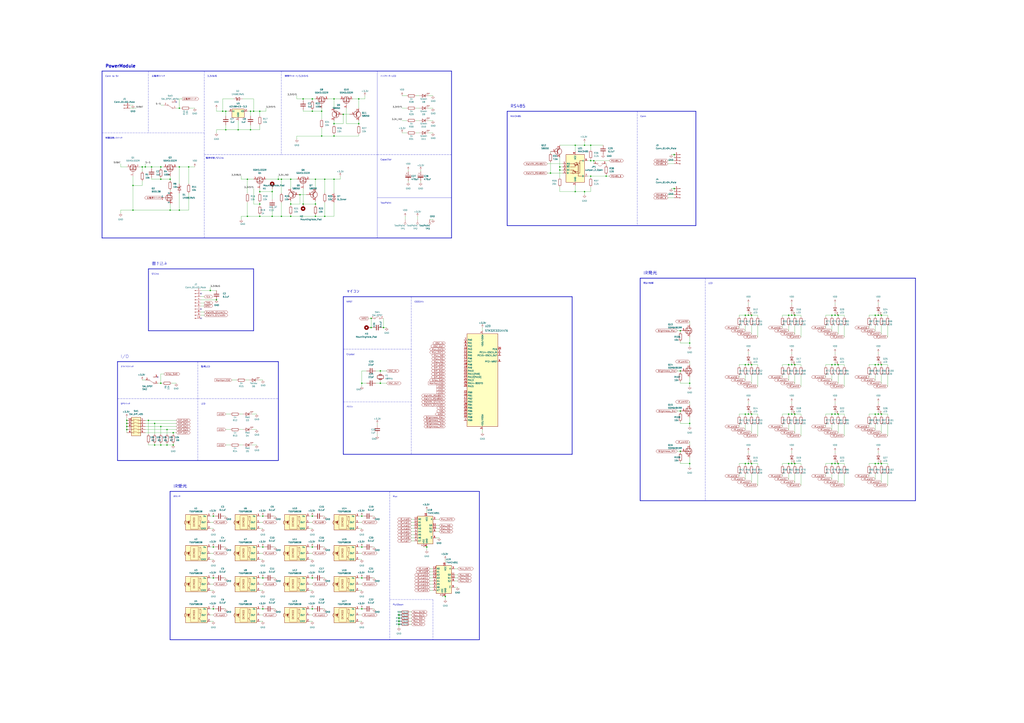
<source format=kicad_sch>
(kicad_sch (version 20211123) (generator eeschema)
  (paper "A1")
  (junction (at 480.06 157.48))
  (junction (at 203.2 147.32))
  (junction (at 553.72 127))
  (junction (at 617.22 381))
  (junction (at 721.36 381))
  (junction (at 304.8 269.24))
  (junction (at 132.08 147.32))
  (junction (at 154.94 137.16))
  (junction (at 721.36 340.36))
  (junction (at 256.54 500.38))
  (junction (at 231.14 147.32))
  (junction (at 256.54 81.28))
  (junction (at 213.36 157.48))
  (junction (at 327.66 513.08))
  (junction (at 647.7 299.72))
  (junction (at 721.36 299.72))
  (junction (at 238.76 167.64))
  (junction (at 297.18 500.38))
  (junction (at 147.32 172.72))
  (junction (at 472.44 157.48))
  (junction (at 256.54 91.44))
  (junction (at 121.92 345.44))
  (junction (at 652.78 299.72))
  (junction (at 132.08 314.96))
  (junction (at 185.42 106.68))
  (junction (at 723.9 259.08))
  (junction (at 124.46 137.16))
  (junction (at 213.36 167.64))
  (junction (at 350.52 449.58))
  (junction (at 104.14 353.06))
  (junction (at 723.9 381))
  (junction (at 175.26 474.98))
  (junction (at 127 365.76))
  (junction (at 274.32 147.32))
  (junction (at 203.2 177.8))
  (junction (at 327.66 505.46))
  (junction (at 647.7 340.36))
  (junction (at 274.32 81.28))
  (junction (at 558.8 304.8))
  (junction (at 177.8 246.38))
  (junction (at 142.24 355.6))
  (junction (at 274.32 111.76))
  (junction (at 264.16 91.44))
  (junction (at 327.66 510.54))
  (junction (at 312.42 314.96))
  (junction (at 647.7 381))
  (junction (at 718.82 340.36))
  (junction (at 248.92 81.28))
  (junction (at 127 347.98))
  (junction (at 185.42 91.44))
  (junction (at 685.8 259.08))
  (junction (at 452.12 142.24))
  (junction (at 142.24 365.76))
  (junction (at 246.38 160.02))
  (junction (at 297.18 314.96))
  (junction (at 147.32 137.16))
  (junction (at 485.14 144.78))
  (junction (at 256.54 449.58))
  (junction (at 297.18 449.58))
  (junction (at 614.68 259.08))
  (junction (at 487.68 132.08))
  (junction (at 566.42 347.98))
  (junction (at 721.36 259.08))
  (junction (at 274.32 101.6))
  (junction (at 266.7 147.32))
  (junction (at 238.76 177.8))
  (junction (at 688.34 259.08))
  (junction (at 264.16 111.76))
  (junction (at 617.22 259.08))
  (junction (at 182.88 91.44))
  (junction (at 617.22 340.36))
  (junction (at 248.92 167.64))
  (junction (at 566.42 381))
  (junction (at 195.58 106.68))
  (junction (at 365.76 490.22))
  (junction (at 459.74 139.7))
  (junction (at 614.68 299.72))
  (junction (at 175.26 449.58))
  (junction (at 617.22 299.72))
  (junction (at 297.18 424.18))
  (junction (at 688.34 299.72))
  (junction (at 215.9 449.58))
  (junction (at 223.52 157.48))
  (junction (at 259.08 147.32))
  (junction (at 459.74 137.16))
  (junction (at 718.82 259.08))
  (junction (at 558.8 271.78))
  (junction (at 650.24 381))
  (junction (at 256.54 424.18))
  (junction (at 215.9 474.98))
  (junction (at 172.72 238.76))
  (junction (at 266.7 177.8))
  (junction (at 718.82 381))
  (junction (at 652.78 340.36))
  (junction (at 685.8 381))
  (junction (at 558.8 370.84))
  (junction (at 683.26 381))
  (junction (at 485.14 132.08))
  (junction (at 612.14 340.36))
  (junction (at 104.14 347.98))
  (junction (at 259.08 177.8))
  (junction (at 137.16 353.06))
  (junction (at 312.42 304.8))
  (junction (at 132.08 137.16))
  (junction (at 614.68 381))
  (junction (at 215.9 500.38))
  (junction (at 119.38 137.16))
  (junction (at 688.34 340.36))
  (junction (at 139.7 147.32))
  (junction (at 205.74 91.44))
  (junction (at 294.64 81.28))
  (junction (at 566.42 281.94))
  (junction (at 314.96 269.24))
  (junction (at 238.76 147.32))
  (junction (at 259.08 167.64))
  (junction (at 205.74 106.68))
  (junction (at 294.64 101.6))
  (junction (at 612.14 259.08))
  (junction (at 139.7 172.72))
  (junction (at 223.52 177.8))
  (junction (at 213.36 177.8))
  (junction (at 116.84 137.16))
  (junction (at 175.26 424.18))
  (junction (at 685.8 340.36))
  (junction (at 612.14 299.72))
  (junction (at 718.82 299.72))
  (junction (at 137.16 365.76))
  (junction (at 228.6 147.32))
  (junction (at 553.72 154.94))
  (junction (at 132.08 350.52))
  (junction (at 297.18 474.98))
  (junction (at 256.54 474.98))
  (junction (at 614.68 340.36))
  (junction (at 231.14 177.8))
  (junction (at 558.8 337.82))
  (junction (at 683.26 259.08))
  (junction (at 480.06 119.38))
  (junction (at 485.14 119.38))
  (junction (at 104.14 350.52))
  (junction (at 215.9 424.18))
  (junction (at 650.24 340.36))
  (junction (at 683.26 340.36))
  (junction (at 109.22 172.72))
  (junction (at 685.8 299.72))
  (junction (at 650.24 259.08))
  (junction (at 281.94 93.98))
  (junction (at 147.32 88.9))
  (junction (at 132.08 365.76))
  (junction (at 652.78 259.08))
  (junction (at 213.36 91.44))
  (junction (at 109.22 152.4))
  (junction (at 208.28 91.44))
  (junction (at 683.26 299.72))
  (junction (at 104.14 345.44))
  (junction (at 652.78 381))
  (junction (at 472.44 119.38))
  (junction (at 647.7 259.08))
  (junction (at 327.66 508))
  (junction (at 650.24 299.72))
  (junction (at 723.9 299.72))
  (junction (at 723.9 340.36))
  (junction (at 612.14 381))
  (junction (at 688.34 381))
  (junction (at 304.8 261.62))
  (junction (at 175.26 500.38))
  (junction (at 566.42 314.96))
  (junction (at 497.84 144.78))
  (no_connect (at 165.1 241.3))
  (no_connect (at 165.1 254))
  (no_connect (at 144.78 83.82))
  (no_connect (at 165.1 261.62))
  (no_connect (at 129.54 309.88))
  (wire (pts (xy 154.94 137.16) (xy 160.02 137.16)))
  (wire (pts (xy 104.14 353.06) (xy 104.14 355.6)))
  (wire (pts (xy 340.36 431.8) (xy 337.82 431.8)))
  (wire (pts (xy 172.72 459.74) (xy 175.26 459.74)))
  (wire (pts (xy 718.82 259.08) (xy 718.82 260.35)))
  (wire (pts (xy 721.36 257.81) (xy 721.36 259.08)))
  (wire (pts (xy 137.16 365.76) (xy 132.08 365.76)))
  (wire (pts (xy 459.74 137.16) (xy 459.74 139.7)))
  (wire (pts (xy 650.24 340.36) (xy 652.78 340.36)))
  (wire (pts (xy 685.8 379.73) (xy 685.8 381)))
  (wire (pts (xy 459.74 137.16) (xy 462.28 137.16)))
  (wire (pts (xy 300.99 304.8) (xy 297.18 304.8)))
  (wire (pts (xy 566.42 375.92) (xy 566.42 381)))
  (polyline (pts (xy 571.5 91.44) (xy 416.56 91.44)) (stroke (width 0.5) (type solid)))
  (wire (pts (xy 617.22 267.97) (xy 617.22 274.32)))
  (wire (pts (xy 328.93 502.92) (xy 327.66 502.92)))
  (wire (pts (xy 195.58 106.68) (xy 205.74 106.68)))
  (wire (pts (xy 213.36 167.64) (xy 213.36 168.91)))
  (wire (pts (xy 459.74 153.67) (xy 459.74 157.48)))
  (wire (pts (xy 213.36 166.37) (xy 213.36 167.64)))
  (wire (pts (xy 224.79 474.98) (xy 226.06 474.98)))
  (wire (pts (xy 558.8 304.8) (xy 558.8 306.07)))
  (wire (pts (xy 340.36 429.26) (xy 337.82 429.26)))
  (wire (pts (xy 254 147.32) (xy 259.08 147.32)))
  (wire (pts (xy 350.52 449.58) (xy 350.52 452.12)))
  (wire (pts (xy 678.18 349.25) (xy 678.18 350.52)))
  (wire (pts (xy 685.8 339.09) (xy 685.8 340.36)))
  (wire (pts (xy 657.86 389.89) (xy 657.86 398.78)))
  (wire (pts (xy 485.14 153.67) (xy 485.14 157.48)))
  (wire (pts (xy 238.76 167.64) (xy 246.38 167.64)))
  (wire (pts (xy 617.22 381) (xy 617.22 382.27)))
  (polyline (pts (xy 523.24 91.44) (xy 523.24 185.42)))
  (wire (pts (xy 685.8 298.45) (xy 685.8 299.72)))
  (wire (pts (xy 215.9 500.38) (xy 217.17 500.38)))
  (wire (pts (xy 685.8 248.92) (xy 685.8 250.19)))
  (wire (pts (xy 119.38 347.98) (xy 127 347.98)))
  (wire (pts (xy 607.06 340.36) (xy 607.06 341.63)))
  (wire (pts (xy 177.8 91.44) (xy 182.88 91.44)))
  (wire (pts (xy 264.16 105.41) (xy 264.16 111.76)))
  (wire (pts (xy 294.64 500.38) (xy 297.18 500.38)))
  (wire (pts (xy 175.26 500.38) (xy 176.53 500.38)))
  (wire (pts (xy 728.98 341.63) (xy 728.98 340.36)))
  (wire (pts (xy 683.26 381) (xy 678.18 381)))
  (wire (pts (xy 614.68 259.08) (xy 617.22 259.08)))
  (wire (pts (xy 657.86 349.25) (xy 657.86 358.14)))
  (wire (pts (xy 266.7 147.32) (xy 266.7 158.75)))
  (wire (pts (xy 284.48 88.9) (xy 284.48 101.6)))
  (wire (pts (xy 728.98 382.27) (xy 728.98 381)))
  (wire (pts (xy 177.8 106.68) (xy 185.42 106.68)))
  (wire (pts (xy 558.8 347.98) (xy 566.42 347.98)))
  (wire (pts (xy 713.74 389.89) (xy 713.74 391.16)))
  (wire (pts (xy 365.76 459.74) (xy 365.76 462.28)))
  (wire (pts (xy 205.74 91.44) (xy 205.74 95.25)))
  (wire (pts (xy 119.38 350.52) (xy 132.08 350.52)))
  (wire (pts (xy 556.26 304.8) (xy 558.8 304.8)))
  (polyline (pts (xy 228.6 378.46) (xy 228.6 297.18)) (stroke (width 0.5) (type solid)))
  (wire (pts (xy 341.63 109.22) (xy 344.17 109.22)))
  (wire (pts (xy 121.92 365.76) (xy 127 365.76)))
  (wire (pts (xy 308.61 304.8) (xy 312.42 304.8)))
  (polyline (pts (xy 167.64 109.22) (xy 167.64 195.58)))
  (wire (pts (xy 650.24 248.92) (xy 650.24 250.19)))
  (wire (pts (xy 224.79 424.18) (xy 226.06 424.18)))
  (wire (pts (xy 345.44 139.7) (xy 345.44 140.97)))
  (wire (pts (xy 688.34 389.89) (xy 688.34 396.24)))
  (wire (pts (xy 341.63 78.74) (xy 344.17 78.74)))
  (wire (pts (xy 147.32 137.16) (xy 147.32 151.13)))
  (wire (pts (xy 256.54 474.98) (xy 257.81 474.98)))
  (wire (pts (xy 693.42 308.61) (xy 693.42 317.5)))
  (wire (pts (xy 472.44 152.4) (xy 472.44 157.48)))
  (wire (pts (xy 213.36 459.74) (xy 215.9 459.74)))
  (wire (pts (xy 485.14 119.38) (xy 495.3 119.38)))
  (wire (pts (xy 184.15 474.98) (xy 185.42 474.98)))
  (wire (pts (xy 355.6 469.9) (xy 353.06 469.9)))
  (wire (pts (xy 132.08 307.34) (xy 132.08 314.96)))
  (wire (pts (xy 566.42 276.86) (xy 566.42 281.94)))
  (wire (pts (xy 351.79 88.9) (xy 355.6 88.9)))
  (wire (pts (xy 607.06 381) (xy 607.06 382.27)))
  (wire (pts (xy 119.38 355.6) (xy 142.24 355.6)))
  (wire (pts (xy 721.36 330.2) (xy 721.36 331.47)))
  (wire (pts (xy 119.38 134.62) (xy 119.38 137.16)))
  (wire (pts (xy 196.85 365.76) (xy 199.39 365.76)))
  (wire (pts (xy 657.86 300.99) (xy 657.86 299.72)))
  (wire (pts (xy 358.14 441.96) (xy 360.68 441.96)))
  (wire (pts (xy 355.6 482.6) (xy 353.06 482.6)))
  (wire (pts (xy 480.06 157.48) (xy 472.44 157.48)))
  (wire (pts (xy 116.84 152.4) (xy 109.22 152.4)))
  (wire (pts (xy 459.74 119.38) (xy 472.44 119.38)))
  (wire (pts (xy 182.88 81.28) (xy 191.77 81.28)))
  (wire (pts (xy 154.94 137.16) (xy 154.94 151.13)))
  (wire (pts (xy 304.8 261.62) (xy 304.8 269.24)))
  (polyline (pts (xy 134.62 109.22) (xy 167.64 109.22)))
  (wire (pts (xy 184.15 500.38) (xy 185.42 500.38)))
  (wire (pts (xy 256.54 424.18) (xy 257.81 424.18)))
  (wire (pts (xy 652.78 389.89) (xy 652.78 396.24)))
  (wire (pts (xy 452.12 142.24) (xy 462.28 142.24)))
  (wire (pts (xy 142.24 356.87) (xy 142.24 355.6)))
  (wire (pts (xy 650.24 259.08) (xy 652.78 259.08)))
  (wire (pts (xy 617.22 381) (xy 622.3 381)))
  (wire (pts (xy 254 454.66) (xy 256.54 454.66)))
  (wire (pts (xy 132.08 356.87) (xy 132.08 350.52)))
  (wire (pts (xy 185.42 340.36) (xy 189.23 340.36)))
  (wire (pts (xy 614.68 299.72) (xy 617.22 299.72)))
  (wire (pts (xy 213.36 434.34) (xy 215.9 434.34)))
  (wire (pts (xy 223.52 177.8) (xy 231.14 177.8)))
  (wire (pts (xy 355.6 467.36) (xy 353.06 467.36)))
  (wire (pts (xy 678.18 381) (xy 678.18 382.27)))
  (wire (pts (xy 231.14 166.37) (xy 231.14 177.8)))
  (wire (pts (xy 340.36 439.42) (xy 337.82 439.42)))
  (wire (pts (xy 558.8 314.96) (xy 566.42 314.96)))
  (wire (pts (xy 215.9 424.18) (xy 213.36 424.18)))
  (wire (pts (xy 327.66 513.08) (xy 327.66 515.62)))
  (wire (pts (xy 678.18 259.08) (xy 678.18 260.35)))
  (wire (pts (xy 124.46 137.16) (xy 132.08 137.16)))
  (wire (pts (xy 327.66 505.46) (xy 328.93 505.46)))
  (wire (pts (xy 566.42 347.98) (xy 566.42 350.52)))
  (wire (pts (xy 728.98 349.25) (xy 728.98 358.14)))
  (wire (pts (xy 213.36 177.8) (xy 213.36 176.53)))
  (wire (pts (xy 336.55 510.54) (xy 337.82 510.54)))
  (wire (pts (xy 132.08 137.16) (xy 132.08 138.43)))
  (wire (pts (xy 165.1 259.08) (xy 167.64 259.08)))
  (polyline (pts (xy 121.92 220.98) (xy 121.92 271.78)) (stroke (width 0.5) (type solid)))
  (wire (pts (xy 607.06 349.25) (xy 607.06 350.52)))
  (wire (pts (xy 104.14 347.98) (xy 104.14 350.52)))
  (wire (pts (xy 327.66 502.92) (xy 327.66 505.46)))
  (wire (pts (xy 723.9 340.36) (xy 723.9 341.63)))
  (wire (pts (xy 355.6 472.44) (xy 353.06 472.44)))
  (wire (pts (xy 264.16 88.9) (xy 264.16 91.44)))
  (wire (pts (xy 294.64 510.54) (xy 297.18 510.54)))
  (wire (pts (xy 264.16 91.44) (xy 264.16 97.79)))
  (wire (pts (xy 642.62 259.08) (xy 642.62 260.35)))
  (wire (pts (xy 297.18 474.98) (xy 294.64 474.98)))
  (wire (pts (xy 254 459.74) (xy 256.54 459.74)))
  (wire (pts (xy 213.36 102.87) (xy 213.36 106.68)))
  (wire (pts (xy 306.07 474.98) (xy 307.34 474.98)))
  (wire (pts (xy 196.85 340.36) (xy 199.39 340.36)))
  (wire (pts (xy 172.72 500.38) (xy 175.26 500.38)))
  (wire (pts (xy 363.22 490.22) (xy 365.76 490.22)))
  (wire (pts (xy 254 505.46) (xy 256.54 505.46)))
  (wire (pts (xy 309.88 356.87) (xy 309.88 358.14)))
  (wire (pts (xy 373.38 472.44) (xy 375.92 472.44)))
  (wire (pts (xy 127 347.98) (xy 144.78 347.98)))
  (wire (pts (xy 208.28 91.44) (xy 213.36 91.44)))
  (wire (pts (xy 650.24 299.72) (xy 647.7 299.72)))
  (wire (pts (xy 208.28 154.94) (xy 208.28 167.64)))
  (wire (pts (xy 266.7 166.37) (xy 266.7 177.8)))
  (wire (pts (xy 485.14 132.08) (xy 487.68 132.08)))
  (wire (pts (xy 650.24 379.73) (xy 650.24 381)))
  (wire (pts (xy 213.36 91.44) (xy 213.36 95.25)))
  (wire (pts (xy 650.24 381) (xy 652.78 381)))
  (wire (pts (xy 558.8 337.82) (xy 558.8 339.09)))
  (wire (pts (xy 652.78 381) (xy 652.78 382.27)))
  (wire (pts (xy 612.14 349.25) (xy 612.14 353.06)))
  (wire (pts (xy 688.34 259.08) (xy 693.42 259.08)))
  (wire (pts (xy 617.22 340.36) (xy 617.22 341.63)))
  (wire (pts (xy 459.74 139.7) (xy 462.28 139.7)))
  (wire (pts (xy 482.6 144.78) (xy 485.14 144.78)))
  (wire (pts (xy 215.9 474.98) (xy 217.17 474.98)))
  (wire (pts (xy 713.74 349.25) (xy 713.74 350.52)))
  (polyline (pts (xy 208.28 220.98) (xy 121.92 220.98)) (stroke (width 0.5) (type solid)))
  (wire (pts (xy 721.36 298.45) (xy 721.36 299.72)))
  (wire (pts (xy 139.7 144.78) (xy 139.7 147.32)))
  (wire (pts (xy 304.8 269.24) (xy 306.07 269.24)))
  (wire (pts (xy 617.22 340.36) (xy 622.3 340.36)))
  (polyline (pts (xy 83.82 109.22) (xy 134.62 109.22)))
  (wire (pts (xy 642.62 308.61) (xy 642.62 309.88)))
  (wire (pts (xy 213.36 429.26) (xy 215.9 429.26)))
  (wire (pts (xy 373.38 467.36) (xy 375.92 467.36)))
  (wire (pts (xy 622.3 349.25) (xy 622.3 358.14)))
  (wire (pts (xy 154.94 158.75) (xy 154.94 172.72)))
  (wire (pts (xy 207.01 353.06) (xy 210.82 353.06)))
  (wire (pts (xy 723.9 299.72) (xy 728.98 299.72)))
  (wire (pts (xy 142.24 365.76) (xy 137.16 365.76)))
  (wire (pts (xy 683.26 267.97) (xy 683.26 271.78)))
  (wire (pts (xy 612.14 389.89) (xy 612.14 393.7)))
  (polyline (pts (xy 579.12 228.6) (xy 579.12 411.48)))
  (wire (pts (xy 104.14 342.9) (xy 104.14 345.44)))
  (wire (pts (xy 373.38 474.98) (xy 375.92 474.98)))
  (wire (pts (xy 294.64 449.58) (xy 297.18 449.58)))
  (wire (pts (xy 256.54 474.98) (xy 254 474.98)))
  (wire (pts (xy 650.24 340.36) (xy 647.7 340.36)))
  (polyline (pts (xy 309.88 127) (xy 309.88 58.42)) (stroke (width 0) (type solid)))
  (wire (pts (xy 685.8 330.2) (xy 685.8 331.47)))
  (wire (pts (xy 688.34 340.36) (xy 693.42 340.36)))
  (polyline (pts (xy 337.82 332.74) (xy 337.82 373.38)))
  (wire (pts (xy 212.09 312.42) (xy 215.9 312.42)))
  (wire (pts (xy 238.76 177.8) (xy 259.08 177.8)))
  (wire (pts (xy 355.6 474.98) (xy 353.06 474.98)))
  (wire (pts (xy 652.78 349.25) (xy 652.78 355.6)))
  (wire (pts (xy 208.28 81.28) (xy 208.28 91.44)))
  (wire (pts (xy 566.42 309.88) (xy 566.42 314.96)))
  (wire (pts (xy 139.7 172.72) (xy 147.32 172.72)))
  (wire (pts (xy 137.16 365.76) (xy 137.16 364.49)))
  (wire (pts (xy 121.92 345.44) (xy 144.78 345.44)))
  (wire (pts (xy 147.32 81.28) (xy 147.32 88.9)))
  (wire (pts (xy 497.84 143.51) (xy 497.84 144.78)))
  (wire (pts (xy 688.34 259.08) (xy 688.34 260.35)))
  (wire (pts (xy 269.24 81.28) (xy 274.32 81.28)))
  (wire (pts (xy 132.08 137.16) (xy 134.62 137.16)))
  (wire (pts (xy 165.1 243.84) (xy 167.64 243.84)))
  (wire (pts (xy 336.55 502.92) (xy 337.82 502.92)))
  (wire (pts (xy 274.32 99.06) (xy 274.32 101.6)))
  (wire (pts (xy 642.62 389.89) (xy 642.62 391.16)))
  (polyline (pts (xy 281.94 373.38) (xy 469.9 373.38)) (stroke (width 0.5) (type solid)))
  (wire (pts (xy 213.36 500.38) (xy 215.9 500.38)))
  (wire (pts (xy 622.3 267.97) (xy 622.3 276.86)))
  (wire (pts (xy 198.12 144.78) (xy 198.12 147.32)))
  (wire (pts (xy 566.42 297.18) (xy 566.42 299.72)))
  (wire (pts (xy 144.78 88.9) (xy 147.32 88.9)))
  (wire (pts (xy 190.5 312.42) (xy 194.31 312.42)))
  (polyline (pts (xy 309.88 127) (xy 309.88 195.58)) (stroke (width 0) (type solid)))
  (polyline (pts (xy 121.92 58.42) (xy 121.92 109.22)))
  (wire (pts (xy 279.4 81.28) (xy 274.32 81.28)))
  (wire (pts (xy 205.74 106.68) (xy 213.36 106.68)))
  (wire (pts (xy 617.22 259.08) (xy 617.22 260.35)))
  (wire (pts (xy 396.24 353.06) (xy 396.24 355.6)))
  (wire (pts (xy 497.84 144.78) (xy 500.38 144.78)))
  (wire (pts (xy 215.9 449.58) (xy 217.17 449.58)))
  (wire (pts (xy 314.96 261.62) (xy 314.96 269.24)))
  (wire (pts (xy 274.32 81.28) (xy 274.32 88.9)))
  (wire (pts (xy 728.98 389.89) (xy 728.98 398.78)))
  (wire (pts (xy 203.2 166.37) (xy 203.2 177.8)))
  (wire (pts (xy 650.24 381) (xy 647.7 381)))
  (wire (pts (xy 688.34 381) (xy 688.34 382.27)))
  (wire (pts (xy 336.55 508) (xy 337.82 508)))
  (wire (pts (xy 248.92 90.17) (xy 248.92 91.44)))
  (wire (pts (xy 254 434.34) (xy 256.54 434.34)))
  (wire (pts (xy 121.92 345.44) (xy 121.92 356.87)))
  (wire (pts (xy 336.55 513.08) (xy 337.82 513.08)))
  (wire (pts (xy 353.06 180.34) (xy 355.6 180.34)))
  (wire (pts (xy 306.07 500.38) (xy 307.34 500.38)))
  (wire (pts (xy 116.84 137.16) (xy 119.38 137.16)))
  (wire (pts (xy 335.28 139.7) (xy 335.28 140.97)))
  (wire (pts (xy 713.74 381) (xy 713.74 382.27)))
  (wire (pts (xy 718.82 340.36) (xy 718.82 341.63)))
  (wire (pts (xy 198.12 147.32) (xy 203.2 147.32)))
  (wire (pts (xy 248.92 154.94) (xy 248.92 167.64)))
  (wire (pts (xy 622.3 382.27) (xy 622.3 381)))
  (wire (pts (xy 713.74 267.97) (xy 713.74 269.24)))
  (wire (pts (xy 556.26 271.78) (xy 558.8 271.78)))
  (polyline (pts (xy 337.82 243.84) (xy 337.82 279.4)))
  (wire (pts (xy 617.22 349.25) (xy 617.22 355.6)))
  (wire (pts (xy 330.2 99.06) (xy 334.01 99.06)))
  (wire (pts (xy 116.84 137.16) (xy 116.84 140.97)))
  (wire (pts (xy 256.54 90.17) (xy 256.54 91.44)))
  (wire (pts (xy 340.36 444.5) (xy 337.82 444.5)))
  (wire (pts (xy 256.54 81.28) (xy 259.08 81.28)))
  (wire (pts (xy 172.72 429.26) (xy 175.26 429.26)))
  (wire (pts (xy 213.36 505.46) (xy 215.9 505.46)))
  (wire (pts (xy 683.26 299.72) (xy 678.18 299.72)))
  (wire (pts (xy 297.18 474.98) (xy 298.45 474.98)))
  (wire (pts (xy 175.26 449.58) (xy 176.53 449.58)))
  (wire (pts (xy 116.84 148.59) (xy 116.84 152.4)))
  (wire (pts (xy 203.2 177.8) (xy 213.36 177.8)))
  (wire (pts (xy 213.36 454.66) (xy 215.9 454.66)))
  (wire (pts (xy 358.14 434.34) (xy 360.68 434.34)))
  (wire (pts (xy 121.92 365.76) (xy 121.92 364.49)))
  (wire (pts (xy 728.98 260.35) (xy 728.98 259.08)))
  (wire (pts (xy 650.24 370.84) (xy 650.24 372.11)))
  (wire (pts (xy 693.42 267.97) (xy 693.42 276.86)))
  (wire (pts (xy 172.72 434.34) (xy 175.26 434.34)))
  (wire (pts (xy 185.42 91.44) (xy 187.96 91.44)))
  (wire (pts (xy 452.12 124.46) (xy 452.12 125.73)))
  (wire (pts (xy 243.84 111.76) (xy 243.84 114.3)))
  (wire (pts (xy 685.8 370.84) (xy 685.8 372.11)))
  (wire (pts (xy 132.08 86.36) (xy 134.62 86.36)))
  (wire (pts (xy 657.86 260.35) (xy 657.86 259.08)))
  (wire (pts (xy 156.21 88.9) (xy 160.02 88.9)))
  (wire (pts (xy 172.72 505.46) (xy 175.26 505.46)))
  (wire (pts (xy 175.26 474.98) (xy 172.72 474.98)))
  (wire (pts (xy 652.78 259.08) (xy 652.78 260.35)))
  (wire (pts (xy 647.7 259.08) (xy 647.7 260.35)))
  (wire (pts (xy 614.68 339.09) (xy 614.68 340.36)))
  (wire (pts (xy 213.36 449.58) (xy 215.9 449.58)))
  (wire (pts (xy 566.42 330.2) (xy 566.42 332.74)))
  (wire (pts (xy 678.18 389.89) (xy 678.18 391.16)))
  (polyline (pts (xy 393.7 403.86) (xy 139.7 403.86)) (stroke (width 0.5) (type solid)))
  (wire (pts (xy 198.12 180.34) (xy 198.12 177.8)))
  (wire (pts (xy 723.9 259.08) (xy 723.9 260.35)))
  (wire (pts (xy 238.76 147.32) (xy 238.76 154.94)))
  (wire (pts (xy 647.7 381) (xy 642.62 381)))
  (wire (pts (xy 558.8 381) (xy 566.42 381)))
  (wire (pts (xy 485.14 144.78) (xy 497.84 144.78)))
  (wire (pts (xy 566.42 264.16) (xy 566.42 266.7)))
  (wire (pts (xy 185.42 102.87) (xy 185.42 106.68)))
  (wire (pts (xy 558.8 370.84) (xy 558.8 372.11)))
  (wire (pts (xy 622.3 260.35) (xy 622.3 259.08)))
  (wire (pts (xy 165.1 246.38) (xy 177.8 246.38)))
  (wire (pts (xy 256.54 81.28) (xy 256.54 82.55)))
  (wire (pts (xy 723.9 381) (xy 728.98 381)))
  (wire (pts (xy 721.36 381) (xy 718.82 381)))
  (wire (pts (xy 223.52 154.94) (xy 223.52 157.48)))
  (wire (pts (xy 713.74 308.61) (xy 713.74 309.88)))
  (polyline (pts (xy 167.64 58.42) (xy 167.64 109.22)))
  (wire (pts (xy 614.68 379.73) (xy 614.68 381)))
  (wire (pts (xy 485.14 119.38) (xy 485.14 123.19)))
  (wire (pts (xy 693.42 382.27) (xy 693.42 381)))
  (wire (pts (xy 213.36 177.8) (xy 223.52 177.8)))
  (wire (pts (xy 614.68 340.36) (xy 612.14 340.36)))
  (wire (pts (xy 175.26 424.18) (xy 176.53 424.18)))
  (wire (pts (xy 718.82 308.61) (xy 718.82 312.42)))
  (wire (pts (xy 248.92 81.28) (xy 248.92 82.55)))
  (wire (pts (xy 487.68 132.08) (xy 500.38 132.08)))
  (wire (pts (xy 243.84 81.28) (xy 248.92 81.28)))
  (wire (pts (xy 274.32 101.6) (xy 274.32 102.87)))
  (wire (pts (xy 350.52 419.1) (xy 350.52 421.64)))
  (wire (pts (xy 642.62 349.25) (xy 642.62 350.52)))
  (wire (pts (xy 137.16 353.06) (xy 137.16 356.87)))
  (polyline (pts (xy 309.88 162.56) (xy 370.84 162.56)) (stroke (width 0) (type solid)))
  (wire (pts (xy 566.42 284.48) (xy 566.42 281.94)))
  (wire (pts (xy 302.26 261.62) (xy 304.8 261.62)))
  (wire (pts (xy 196.85 353.06) (xy 199.39 353.06)))
  (wire (pts (xy 140.97 314.96) (xy 144.78 314.96)))
  (wire (pts (xy 614.68 259.08) (xy 612.14 259.08)))
  (wire (pts (xy 114.3 137.16) (xy 116.84 137.16)))
  (wire (pts (xy 650.24 289.56) (xy 650.24 290.83)))
  (wire (pts (xy 485.14 130.81) (xy 485.14 132.08)))
  (wire (pts (xy 106.68 86.36) (xy 109.22 86.36)))
  (wire (pts (xy 256.54 424.18) (xy 254 424.18)))
  (wire (pts (xy 231.14 158.75) (xy 231.14 147.32)))
  (wire (pts (xy 327.66 505.46) (xy 327.66 508)))
  (wire (pts (xy 558.8 346.71) (xy 558.8 347.98)))
  (wire (pts (xy 614.68 381) (xy 617.22 381)))
  (wire (pts (xy 309.88 347.98) (xy 309.88 349.25)))
  (wire (pts (xy 480.06 119.38) (xy 480.06 116.84)))
  (wire (pts (xy 497.84 134.62) (xy 497.84 135.89)))
  (wire (pts (xy 279.4 144.78) (xy 279.4 147.32)))
  (wire (pts (xy 553.72 127) (xy 553.72 129.54)))
  (wire (pts (xy 723.9 389.89) (xy 723.9 396.24)))
  (wire (pts (xy 459.74 129.54) (xy 459.74 137.16)))
  (wire (pts (xy 266.7 147.32) (xy 274.32 147.32)))
  (wire (pts (xy 341.63 88.9) (xy 344.17 88.9)))
  (wire (pts (xy 652.78 340.36) (xy 657.86 340.36)))
  (wire (pts (xy 99.06 134.62) (xy 99.06 137.16)))
  (wire (pts (xy 472.44 119.38) (xy 472.44 124.46)))
  (wire (pts (xy 721.36 340.36) (xy 718.82 340.36)))
  (wire (pts (xy 647.7 381) (xy 647.7 382.27)))
  (wire (pts (xy 203.2 147.32) (xy 203.2 158.75)))
  (wire (pts (xy 149.86 81.28) (xy 147.32 81.28)))
  (wire (pts (xy 622.3 308.61) (xy 622.3 317.5)))
  (wire (pts (xy 142.24 355.6) (xy 144.78 355.6)))
  (wire (pts (xy 485.14 144.78) (xy 485.14 146.05)))
  (wire (pts (xy 683.26 340.36) (xy 678.18 340.36)))
  (wire (pts (xy 224.79 449.58) (xy 226.06 449.58)))
  (wire (pts (xy 248.92 91.44) (xy 256.54 91.44)))
  (wire (pts (xy 218.44 88.9) (xy 218.44 91.44)))
  (wire (pts (xy 294.64 110.49) (xy 294.64 111.76)))
  (wire (pts (xy 688.34 299.72) (xy 688.34 300.99)))
  (wire (pts (xy 683.26 308.61) (xy 683.26 312.42)))
  (wire (pts (xy 718.82 259.08) (xy 713.74 259.08)))
  (wire (pts (xy 99.06 172.72) (xy 99.06 175.26)))
  (wire (pts (xy 218.44 147.32) (xy 228.6 147.32)))
  (wire (pts (xy 718.82 381) (xy 718.82 382.27)))
  (wire (pts (xy 238.76 167.64) (xy 238.76 168.91)))
  (wire (pts (xy 297.18 424.18) (xy 298.45 424.18)))
  (wire (pts (xy 254 449.58) (xy 256.54 449.58)))
  (wire (pts (xy 340.36 436.88) (xy 337.82 436.88)))
  (wire (pts (xy 622.3 341.63) (xy 622.3 340.36)))
  (wire (pts (xy 558.8 271.78) (xy 558.8 273.05)))
  (wire (pts (xy 723.9 299.72) (xy 723.9 300.99)))
  (wire (pts (xy 647.7 299.72) (xy 642.62 299.72)))
  (wire (pts (xy 124.46 147.32) (xy 132.08 147.32)))
  (wire (pts (xy 718.82 340.36) (xy 713.74 340.36)))
  (polyline (pts (xy 231.14 58.42) (xy 231.14 127)))
  (wire (pts (xy 614.68 289.56) (xy 614.68 290.83)))
  (wire (pts (xy 728.98 300.99) (xy 728.98 299.72)))
  (wire (pts (xy 358.14 426.72) (xy 360.68 426.72)))
  (wire (pts (xy 721.36 259.08) (xy 718.82 259.08)))
  (wire (pts (xy 165.1 251.46) (xy 167.64 251.46)))
  (wire (pts (xy 693.42 389.89) (xy 693.42 398.78)))
  (wire (pts (xy 185.42 353.06) (xy 189.23 353.06)))
  (wire (pts (xy 685.8 340.36) (xy 688.34 340.36)))
  (polyline (pts (xy 751.84 228.6) (xy 525.78 228.6)) (stroke (width 0.5) (type solid)))
  (polyline (pts (xy 281.94 287.02) (xy 337.82 287.02)))
  (wire (pts (xy 685.8 381) (xy 688.34 381)))
  (polyline (pts (xy 281.94 243.84) (xy 469.9 243.84)) (stroke (width 0.5) (type solid)))
  (wire (pts (xy 327.66 510.54) (xy 327.66 513.08)))
  (wire (pts (xy 678.18 299.72) (xy 678.18 300.99)))
  (wire (pts (xy 106.68 88.9) (xy 111.76 88.9)))
  (wire (pts (xy 165.1 256.54) (xy 167.64 256.54)))
  (wire (pts (xy 683.26 340.36) (xy 683.26 341.63)))
  (wire (pts (xy 622.3 389.89) (xy 622.3 398.78)))
  (wire (pts (xy 281.94 101.6) (xy 281.94 93.98)))
  (wire (pts (xy 614.68 248.92) (xy 614.68 250.19)))
  (wire (pts (xy 355.6 477.52) (xy 353.06 477.52)))
  (wire (pts (xy 109.22 152.4) (xy 109.22 172.72)))
  (wire (pts (xy 297.18 449.58) (xy 298.45 449.58)))
  (wire (pts (xy 607.06 267.97) (xy 607.06 269.24)))
  (wire (pts (xy 614.68 298.45) (xy 614.68 299.72)))
  (wire (pts (xy 723.9 308.61) (xy 723.9 314.96)))
  (wire (pts (xy 566.42 314.96) (xy 566.42 317.5)))
  (wire (pts (xy 99.06 137.16) (xy 104.14 137.16)))
  (wire (pts (xy 693.42 341.63) (xy 693.42 340.36)))
  (wire (pts (xy 289.56 81.28) (xy 294.64 81.28)))
  (wire (pts (xy 652.78 299.72) (xy 652.78 300.99)))
  (wire (pts (xy 652.78 308.61) (xy 652.78 314.96)))
  (wire (pts (xy 119.38 137.16) (xy 124.46 137.16)))
  (wire (pts (xy 201.93 312.42) (xy 204.47 312.42)))
  (polyline (pts (xy 96.52 297.18) (xy 228.6 297.18)) (stroke (width 0.5) (type solid)))
  (wire (pts (xy 358.14 436.88) (xy 360.68 436.88)))
  (wire (pts (xy 274.32 110.49) (xy 274.32 111.76)))
  (wire (pts (xy 132.08 146.05) (xy 132.08 147.32)))
  (polyline (pts (xy 167.64 127) (xy 231.14 127)))
  (polyline (pts (xy 525.78 228.6) (xy 525.78 411.48)) (stroke (width 0.5) (type solid)))
  (wire (pts (xy 678.18 308.61) (xy 678.18 309.88)))
  (wire (pts (xy 213.36 485.14) (xy 215.9 485.14)))
  (wire (pts (xy 207.01 340.36) (xy 210.82 340.36)))
  (wire (pts (xy 314.96 269.24) (xy 317.5 269.24)))
  (wire (pts (xy 109.22 172.72) (xy 99.06 172.72)))
  (wire (pts (xy 650.24 257.81) (xy 650.24 259.08)))
  (wire (pts (xy 685.8 259.08) (xy 688.34 259.08)))
  (wire (pts (xy 365.76 490.22) (xy 365.76 492.76)))
  (polyline (pts (xy 162.56 297.18) (xy 162.56 378.46)))
  (wire (pts (xy 246.38 160.02) (xy 251.46 160.02)))
  (wire (pts (xy 612.14 340.36) (xy 607.06 340.36)))
  (wire (pts (xy 259.08 167.64) (xy 259.08 168.91)))
  (wire (pts (xy 566.42 342.9) (xy 566.42 347.98)))
  (wire (pts (xy 297.18 304.8) (xy 297.18 314.96)))
  (wire (pts (xy 723.9 340.36) (xy 728.98 340.36)))
  (wire (pts (xy 228.6 144.78) (xy 228.6 147.32)))
  (wire (pts (xy 607.06 308.61) (xy 607.06 309.88)))
  (wire (pts (xy 223.52 163.83) (xy 223.52 157.48)))
  (wire (pts (xy 647.7 267.97) (xy 647.7 271.78)))
  (wire (pts (xy 119.38 353.06) (xy 137.16 353.06)))
  (wire (pts (xy 373.38 477.52) (xy 375.92 477.52)))
  (wire (pts (xy 172.72 454.66) (xy 175.26 454.66)))
  (wire (pts (xy 685.8 381) (xy 683.26 381)))
  (wire (pts (xy 355.6 485.14) (xy 353.06 485.14)))
  (wire (pts (xy 652.78 259.08) (xy 657.86 259.08)))
  (wire (pts (xy 312.42 304.8) (xy 317.5 304.8)))
  (wire (pts (xy 556.26 370.84) (xy 558.8 370.84)))
  (wire (pts (xy 172.72 485.14) (xy 175.26 485.14)))
  (wire (pts (xy 172.72 238.76) (xy 177.8 238.76)))
  (wire (pts (xy 617.22 308.61) (xy 617.22 314.96)))
  (wire (pts (xy 132.08 365.76) (xy 132.08 364.49)))
  (wire (pts (xy 650.24 298.45) (xy 650.24 299.72)))
  (wire (pts (xy 688.34 340.36) (xy 688.34 341.63)))
  (wire (pts (xy 259.08 147.32) (xy 266.7 147.32)))
  (wire (pts (xy 294.64 429.26) (xy 297.18 429.26)))
  (wire (pts (xy 566.42 363.22) (xy 566.42 365.76)))
  (wire (pts (xy 104.14 350.52) (xy 104.14 353.06)))
  (wire (pts (xy 685.8 299.72) (xy 688.34 299.72)))
  (wire (pts (xy 688.34 349.25) (xy 688.34 355.6)))
  (wire (pts (xy 185.42 91.44) (xy 185.42 95.25)))
  (wire (pts (xy 688.34 267.97) (xy 688.34 274.32)))
  (wire (pts (xy 614.68 257.81) (xy 614.68 259.08)))
  (wire (pts (xy 449.58 134.62) (xy 462.28 134.62)))
  (wire (pts (xy 718.82 267.97) (xy 718.82 271.78)))
  (wire (pts (xy 650.24 330.2) (xy 650.24 331.47)))
  (wire (pts (xy 177.8 106.68) (xy 177.8 109.22)))
  (wire (pts (xy 127 347.98) (xy 127 356.87)))
  (wire (pts (xy 553.72 162.56) (xy 548.64 162.56)))
  (wire (pts (xy 340.36 426.72) (xy 337.82 426.72)))
  (wire (pts (xy 685.8 299.72) (xy 683.26 299.72)))
  (wire (pts (xy 340.36 441.96) (xy 337.82 441.96)))
  (wire (pts (xy 642.62 381) (xy 642.62 382.27)))
  (wire (pts (xy 281.94 93.98) (xy 287.02 93.98)))
  (wire (pts (xy 607.06 259.08) (xy 607.06 260.35)))
  (wire (pts (xy 116.84 312.42) (xy 119.38 312.42)))
  (wire (pts (xy 683.26 259.08) (xy 678.18 259.08)))
  (wire (pts (xy 205.74 102.87) (xy 205.74 106.68)))
  (wire (pts (xy 685.8 289.56) (xy 685.8 290.83)))
  (wire (pts (xy 294.64 88.9) (xy 294.64 81.28)))
  (wire (pts (xy 622.3 300.99) (xy 622.3 299.72)))
  (wire (pts (xy 647.7 349.25) (xy 647.7 353.06)))
  (wire (pts (xy 612.14 299.72) (xy 607.06 299.72)))
  (wire (pts (xy 650.24 299.72) (xy 652.78 299.72)))
  (wire (pts (xy 184.15 424.18) (xy 185.42 424.18)))
  (wire (pts (xy 213.36 157.48) (xy 223.52 157.48)))
  (polyline (pts (xy 281.94 243.84) (xy 281.94 373.38)) (stroke (width 0.5) (type solid)))
  (wire (pts (xy 266.7 177.8) (xy 259.08 177.8)))
  (wire (pts (xy 109.22 144.78) (xy 109.22 152.4)))
  (wire (pts (xy 254 429.26) (xy 256.54 429.26)))
  (wire (pts (xy 182.88 91.44) (xy 185.42 91.44)))
  (wire (pts (xy 652.78 267.97) (xy 652.78 274.32)))
  (wire (pts (xy 487.68 132.08) (xy 487.68 134.62)))
  (wire (pts (xy 139.7 147.32) (xy 139.7 148.59)))
  (polyline (pts (xy 281.94 330.2) (xy 337.82 330.2)))
  (wire (pts (xy 688.34 381) (xy 693.42 381)))
  (wire (pts (xy 243.84 147.32) (xy 238.76 147.32)))
  (wire (pts (xy 182.88 81.28) (xy 182.88 91.44)))
  (wire (pts (xy 607.06 299.72) (xy 607.06 300.99)))
  (wire (pts (xy 650.24 259.08) (xy 647.7 259.08)))
  (wire (pts (xy 617.22 299.72) (xy 622.3 299.72)))
  (wire (pts (xy 124.46 146.05) (xy 124.46 147.32)))
  (wire (pts (xy 556.26 337.82) (xy 558.8 337.82)))
  (wire (pts (xy 248.92 81.28) (xy 256.54 81.28)))
  (wire (pts (xy 617.22 389.89) (xy 617.22 396.24)))
  (wire (pts (xy 614.68 330.2) (xy 614.68 331.47)))
  (wire (pts (xy 274.32 147.32) (xy 279.4 147.32)))
  (wire (pts (xy 175.26 474.98) (xy 176.53 474.98)))
  (wire (pts (xy 330.2 109.22) (xy 334.01 109.22)))
  (wire (pts (xy 297.18 314.96) (xy 300.99 314.96)))
  (wire (pts (xy 306.07 449.58) (xy 307.34 449.58)))
  (wire (pts (xy 718.82 381) (xy 713.74 381)))
  (wire (pts (xy 312.42 313.69) (xy 312.42 314.96)))
  (wire (pts (xy 332.74 177.8) (xy 332.74 180.34)))
  (wire (pts (xy 312.42 314.96) (xy 317.5 314.96)))
  (wire (pts (xy 231.14 147.32) (xy 238.76 147.32)))
  (wire (pts (xy 652.78 381) (xy 657.86 381)))
  (wire (pts (xy 612.14 308.61) (xy 612.14 312.42)))
  (wire (pts (xy 351.79 78.74) (xy 355.6 78.74)))
  (wire (pts (xy 683.26 381) (xy 683.26 382.27)))
  (wire (pts (xy 335.28 148.59) (xy 335.28 149.86)))
  (wire (pts (xy 657.86 341.63) (xy 657.86 340.36)))
  (wire (pts (xy 340.36 434.34) (xy 337.82 434.34)))
  (wire (pts (xy 132.08 365.76) (xy 127 365.76)))
  (wire (pts (xy 612.14 259.08) (xy 607.06 259.08)))
  (polyline (pts (xy 320.04 492.76) (xy 355.6 492.76)))
  (wire (pts (xy 199.39 81.28) (xy 208.28 81.28)))
  (wire (pts (xy 558.8 280.67) (xy 558.8 281.94)))
  (wire (pts (xy 294.64 81.28) (xy 299.72 81.28)))
  (wire (pts (xy 246.38 167.64) (xy 246.38 160.02)))
  (wire (pts (xy 256.54 449.58) (xy 257.81 449.58)))
  (wire (pts (xy 294.64 505.46) (xy 297.18 505.46)))
  (polyline (pts (xy 83.82 195.58) (xy 83.82 58.42)) (stroke (width 0.5) (type solid)))
  (wire (pts (xy 294.64 434.34) (xy 297.18 434.34)))
  (wire (pts (xy 172.72 236.22) (xy 172.72 238.76)))
  (wire (pts (xy 652.78 299.72) (xy 657.86 299.72)))
  (wire (pts (xy 485.14 157.48) (xy 480.06 157.48)))
  (wire (pts (xy 248.92 167.64) (xy 259.08 167.64)))
  (wire (pts (xy 612.14 381) (xy 612.14 382.27)))
  (polyline (pts (xy 96.52 327.66) (xy 162.56 327.66)))
  (wire (pts (xy 480.06 157.48) (xy 480.06 160.02)))
  (wire (pts (xy 127 365.76) (xy 127 364.49)))
  (polyline (pts (xy 393.7 525.78) (xy 393.7 403.86)) (stroke (width 0.5) (type solid)))
  (wire (pts (xy 274.32 177.8) (xy 266.7 177.8)))
  (wire (pts (xy 259.08 154.94) (xy 259.08 147.32)))
  (wire (pts (xy 203.2 91.44) (xy 205.74 91.44)))
  (wire (pts (xy 259.08 165.1) (xy 259.08 167.64)))
  (wire (pts (xy 142.24 365.76) (xy 142.24 364.49)))
  (wire (pts (xy 205.74 91.44) (xy 208.28 91.44)))
  (wire (pts (xy 652.78 340.36) (xy 652.78 341.63)))
  (wire (pts (xy 238.76 176.53) (xy 238.76 177.8)))
  (wire (pts (xy 336.55 505.46) (xy 337.82 505.46)))
  (wire (pts (xy 721.36 381) (xy 723.9 381)))
  (wire (pts (xy 721.36 340.36) (xy 723.9 340.36)))
  (wire (pts (xy 358.14 431.8) (xy 360.68 431.8)))
  (wire (pts (xy 617.22 259.08) (xy 622.3 259.08)))
  (wire (pts (xy 647.7 340.36) (xy 642.62 340.36)))
  (wire (pts (xy 482.6 132.08) (xy 485.14 132.08)))
  (wire (pts (xy 274.32 101.6) (xy 281.94 101.6)))
  (wire (pts (xy 243.84 111.76) (xy 264.16 111.76)))
  (wire (pts (xy 347.98 449.58) (xy 350.52 449.58)))
  (wire (pts (xy 198.12 177.8) (xy 203.2 177.8)))
  (wire (pts (xy 256.54 91.44) (xy 264.16 91.44)))
  (wire (pts (xy 207.01 365.76) (xy 210.82 365.76)))
  (wire (pts (xy 129.54 314.96) (xy 132.08 314.96)))
  (wire (pts (xy 612.14 340.36) (xy 612.14 341.63)))
  (wire (pts (xy 472.44 119.38) (xy 480.06 119.38)))
  (wire (pts (xy 223.52 171.45) (xy 223.52 177.8)))
  (wire (pts (xy 264.16 111.76) (xy 274.32 111.76)))
  (wire (pts (xy 330.2 88.9) (xy 334.01 88.9)))
  (wire (pts (xy 165.1 248.92) (xy 167.64 248.92)))
  (wire (pts (xy 612.14 381) (xy 607.06 381)))
  (wire (pts (xy 254 510.54) (xy 256.54 510.54)))
  (wire (pts (xy 132.08 314.96) (xy 133.35 314.96)))
  (polyline (pts (xy 309.88 127) (xy 370.84 127)))
  (wire (pts (xy 558.8 313.69) (xy 558.8 314.96)))
  (polyline (pts (xy 83.82 58.42) (xy 370.84 58.42)) (stroke (width 0.5) (type solid)))
  (wire (pts (xy 345.44 148.59) (xy 345.44 149.86)))
  (wire (pts (xy 327.66 510.54) (xy 327.66 508)))
  (polyline (pts (xy 96.52 378.46) (xy 96.52 297.18)) (stroke (width 0.5) (type solid)))
  (wire (pts (xy 723.9 259.08) (xy 728.98 259.08)))
  (wire (pts (xy 265.43 449.58) (xy 266.7 449.58)))
  (wire (pts (xy 351.79 99.06) (xy 355.6 99.06)))
  (wire (pts (xy 688.34 308.61) (xy 688.34 314.96)))
  (wire (pts (xy 683.26 389.89) (xy 683.26 393.7)))
  (wire (pts (xy 213.36 158.75) (xy 213.36 157.48)))
  (wire (pts (xy 459.74 139.7) (xy 459.74 146.05)))
  (wire (pts (xy 144.78 137.16) (xy 147.32 137.16)))
  (wire (pts (xy 213.36 510.54) (xy 215.9 510.54)))
  (wire (pts (xy 185.42 106.68) (xy 195.58 106.68)))
  (wire (pts (xy 713.74 299.72) (xy 713.74 300.99)))
  (polyline (pts (xy 96.52 378.46) (xy 228.6 378.46)) (stroke (width 0.5) (type solid)))
  (wire (pts (xy 721.36 379.73) (xy 721.36 381)))
  (wire (pts (xy 147.32 88.9) (xy 148.59 88.9)))
  (wire (pts (xy 657.86 308.61) (xy 657.86 317.5)))
  (wire (pts (xy 119.38 345.44) (xy 121.92 345.44)))
  (wire (pts (xy 294.64 459.74) (xy 297.18 459.74)))
  (wire (pts (xy 647.7 340.36) (xy 647.7 341.63)))
  (wire (pts (xy 452.12 133.35) (xy 452.12 142.24)))
  (wire (pts (xy 231.14 177.8) (xy 238.76 177.8)))
  (wire (pts (xy 721.36 259.08) (xy 723.9 259.08)))
  (wire (pts (xy 213.36 91.44) (xy 218.44 91.44)))
  (wire (pts (xy 718.82 299.72) (xy 718.82 300.99)))
  (wire (pts (xy 685.8 257.81) (xy 685.8 259.08)))
  (wire (pts (xy 299.72 78.74) (xy 299.72 81.28)))
  (wire (pts (xy 553.72 134.62) (xy 548.64 134.62)))
  (wire (pts (xy 647.7 389.89) (xy 647.7 393.7)))
  (wire (pts (xy 723.9 349.25) (xy 723.9 355.6)))
  (wire (pts (xy 297.18 424.18) (xy 294.64 424.18)))
  (wire (pts (xy 612.14 259.08) (xy 612.14 260.35)))
  (wire (pts (xy 614.68 381) (xy 612.14 381)))
  (wire (pts (xy 147.32 137.16) (xy 154.94 137.16)))
  (wire (pts (xy 721.36 289.56) (xy 721.36 290.83)))
  (wire (pts (xy 396.24 269.24) (xy 396.24 271.78)))
  (wire (pts (xy 685.8 259.08) (xy 683.26 259.08)))
  (wire (pts (xy 642.62 267.97) (xy 642.62 269.24)))
  (wire (pts (xy 642.62 299.72) (xy 642.62 300.99)))
  (polyline (pts (xy 208.28 271.78) (xy 208.28 220.98)) (stroke (width 0.5) (type solid)))
  (wire (pts (xy 147.32 172.72) (xy 154.94 172.72)))
  (wire (pts (xy 132.08 147.32) (xy 139.7 147.32)))
  (wire (pts (xy 614.68 299.72) (xy 612.14 299.72)))
  (wire (pts (xy 558.8 281.94) (xy 566.42 281.94)))
  (wire (pts (xy 683.26 299.72) (xy 683.26 300.99)))
  (wire (pts (xy 215.9 424.18) (xy 217.17 424.18)))
  (wire (pts (xy 274.32 111.76) (xy 294.64 111.76)))
  (wire (pts (xy 274.32 147.32) (xy 274.32 158.75)))
  (wire (pts (xy 683.26 259.08) (xy 683.26 260.35)))
  (wire (pts (xy 480.06 119.38) (xy 485.14 119.38)))
  (polyline (pts (xy 525.78 411.48) (xy 751.84 411.48)) (stroke (width 0.5) (type solid)))
  (polyline (pts (xy 231.14 127) (xy 309.88 127)))
  (wire (pts (xy 553.72 154.94) (xy 553.72 157.48)))
  (wire (pts (xy 254 485.14) (xy 256.54 485.14)))
  (wire (pts (xy 678.18 267.97) (xy 678.18 269.24)))
  (wire (pts (xy 647.7 259.08) (xy 642.62 259.08)))
  (wire (pts (xy 213.36 157.48) (xy 213.36 154.94)))
  (wire (pts (xy 312.42 304.8) (xy 312.42 306.07)))
  (wire (pts (xy 723.9 267.97) (xy 723.9 274.32)))
  (wire (pts (xy 109.22 172.72) (xy 139.7 172.72)))
  (wire (pts (xy 351.79 109.22) (xy 355.6 109.22)))
  (wire (pts (xy 137.16 353.06) (xy 144.78 353.06)))
  (wire (pts (xy 553.72 132.08) (xy 548.64 132.08)))
  (polyline (pts (xy 571.5 185.42) (xy 571.5 91.44)) (stroke (width 0.5) (type solid)))
  (wire (pts (xy 728.98 308.61) (xy 728.98 317.5)))
  (wire (pts (xy 259.08 176.53) (xy 259.08 177.8)))
  (wire (pts (xy 195.58 99.06) (xy 195.58 106.68)))
  (wire (pts (xy 612.14 299.72) (xy 612.14 300.99)))
  (polyline (pts (xy 121.92 271.78) (xy 208.28 271.78)) (stroke (width 0.5) (type solid)))
  (wire (pts (xy 104.14 345.44) (xy 104.14 347.98)))
  (wire (pts (xy 308.61 314.96) (xy 312.42 314.96)))
  (wire (pts (xy 373.38 482.6) (xy 375.92 482.6)))
  (wire (pts (xy 713.74 259.08) (xy 713.74 260.35)))
  (wire (pts (xy 284.48 101.6) (xy 294.64 101.6)))
  (wire (pts (xy 172.72 449.58) (xy 175.26 449.58)))
  (wire (pts (xy 721.36 339.09) (xy 721.36 340.36)))
  (wire (pts (xy 678.18 340.36) (xy 678.18 341.63)))
  (wire (pts (xy 647.7 299.72) (xy 647.7 300.99)))
  (polyline (pts (xy 370.84 195.58) (xy 83.82 195.58)) (stroke (width 0.5) (type solid)))
  (wire (pts (xy 265.43 424.18) (xy 266.7 424.18)))
  (wire (pts (xy 721.36 299.72) (xy 718.82 299.72)))
  (wire (pts (xy 224.79 500.38) (xy 226.06 500.38)))
  (wire (pts (xy 185.42 365.76) (xy 189.23 365.76)))
  (polyline (pts (xy 370.84 58.42) (xy 370.84 195.58)) (stroke (width 0.5) (type solid)))
  (wire (pts (xy 294.64 485.14) (xy 297.18 485.14)))
  (wire (pts (xy 718.82 299.72) (xy 713.74 299.72)))
  (wire (pts (xy 355.6 480.06) (xy 353.06 480.06)))
  (wire (pts (xy 647.7 308.61) (xy 647.7 312.42)))
  (wire (pts (xy 297.18 500.38) (xy 298.45 500.38)))
  (wire (pts (xy 449.58 142.24) (xy 452.12 142.24)))
  (wire (pts (xy 721.36 370.84) (xy 721.36 372.11)))
  (wire (pts (xy 215.9 474.98) (xy 213.36 474.98)))
  (wire (pts (xy 213.36 480.06) (xy 215.9 480.06)))
  (wire (pts (xy 718.82 389.89) (xy 718.82 393.7)))
  (polyline (pts (xy 162.56 327.66) (xy 228.6 327.66)))
  (wire (pts (xy 139.7 167.64) (xy 139.7 172.72)))
  (wire (pts (xy 172.72 480.06) (xy 175.26 480.06)))
  (wire (pts (xy 718.82 349.25) (xy 718.82 353.06)))
  (wire (pts (xy 723.9 381) (xy 723.9 382.27)))
  (wire (pts (xy 172.72 510.54) (xy 175.26 510.54)))
  (wire (pts (xy 294.64 99.06) (xy 294.64 101.6)))
  (wire (pts (xy 139.7 156.21) (xy 139.7 157.48)))
  (polyline (pts (xy 320.04 403.86) (xy 320.04 525.78)))
  (wire (pts (xy 553.72 160.02) (xy 548.64 160.02)))
  (wire (pts (xy 314.96 269.24) (xy 313.69 269.24)))
  (wire (pts (xy 341.63 99.06) (xy 344.17 99.06)))
  (wire (pts (xy 177.8 88.9) (xy 177.8 91.44)))
  (wire (pts (xy 328.93 513.08) (xy 327.66 513.08)))
  (wire (pts (xy 617.22 299.72) (xy 617.22 300.99)))
  (wire (pts (xy 294.64 101.6) (xy 294.64 102.87)))
  (wire (pts (xy 228.6 147.32) (xy 231.14 147.32)))
  (wire (pts (xy 254 480.06) (xy 256.54 480.06)))
  (wire (pts (xy 330.2 78.74) (xy 334.01 78.74)))
  (wire (pts (xy 265.43 474.98) (xy 266.7 474.98)))
  (polyline (pts (xy 751.84 411.48) (xy 751.84 228.6)) (stroke (width 0.5) (type solid)))
  (wire (pts (xy 165.1 238.76) (xy 172.72 238.76)))
  (wire (pts (xy 693.42 300.99) (xy 693.42 299.72)))
  (wire (pts (xy 614.68 370.84) (xy 614.68 372.11)))
  (wire (pts (xy 274.32 166.37) (xy 274.32 177.8)))
  (wire (pts (xy 612.14 267.97) (xy 612.14 271.78)))
  (wire (pts (xy 728.98 267.97) (xy 728.98 276.86)))
  (polyline (pts (xy 139.7 403.86) (xy 139.7 525.78)) (stroke (width 0.5) (type solid)))
  (wire (pts (xy 607.06 389.89) (xy 607.06 391.16)))
  (wire (pts (xy 132.08 350.52) (xy 144.78 350.52)))
  (wire (pts (xy 342.9 177.8) (xy 342.9 180.34)))
  (wire (pts (xy 243.84 78.74) (xy 243.84 81.28)))
  (wire (pts (xy 558.8 379.73) (xy 558.8 381)))
  (polyline (pts (xy 337.82 279.4) (xy 337.82 332.74)))
  (wire (pts (xy 328.93 508) (xy 327.66 508)))
  (wire (pts (xy 147.32 158.75) (xy 147.32 172.72)))
  (wire (pts (xy 713.74 340.36) (xy 713.74 341.63)))
  (polyline (pts (xy 469.9 373.38) (xy 469.9 243.84)) (stroke (width 0.5) (type solid)))
  (polyline (pts (xy 416.56 185.42) (xy 571.5 185.42)) (stroke (width 0.5) (type solid)))
  (wire (pts (xy 238.76 165.1) (xy 238.76 167.64)))
  (wire (pts (xy 721.36 248.92) (xy 721.36 250.19)))
  (wire (pts (xy 294.64 454.66) (xy 297.18 454.66)))
  (wire (pts (xy 254 500.38) (xy 256.54 500.38)))
  (wire (pts (xy 208.28 167.64) (xy 213.36 167.64)))
  (wire (pts (xy 614.68 340.36) (xy 617.22 340.36)))
  (wire (pts (xy 657.86 382.27) (xy 657.86 381)))
  (wire (pts (xy 124.46 137.16) (xy 124.46 138.43)))
  (wire (pts (xy 297.18 314.96) (xy 297.18 317.5)))
  (wire (pts (xy 650.24 339.09) (xy 650.24 340.36)))
  (wire (pts (xy 328.93 510.54) (xy 327.66 510.54)))
  (wire (pts (xy 265.43 500.38) (xy 266.7 500.38)))
  (wire (pts (xy 553.72 154.94) (xy 551.18 154.94)))
  (polyline (pts (xy 416.56 91.44) (xy 416.56 185.42)) (stroke (width 0.5) (type solid)))
  (wire (pts (xy 184.15 449.58) (xy 185.42 449.58)))
  (wire (pts (xy 693.42 349.25) (xy 693.42 358.14)))
  (wire (pts (xy 294.64 480.06) (xy 297.18 480.06)))
  (wire (pts (xy 657.86 267.97) (xy 657.86 276.86)))
  (wire (pts (xy 642.62 340.36) (xy 642.62 341.63)))
  (wire (pts (xy 203.2 147.32) (xy 208.28 147.32)))
  (wire (pts (xy 134.62 307.34) (xy 132.08 307.34)))
  (wire (pts (xy 685.8 340.36) (xy 683.26 340.36)))
  (wire (pts (xy 693.42 260.35) (xy 693.42 259.08)))
  (wire (pts (xy 553.72 127) (xy 551.18 127)))
  (polyline (pts (xy 139.7 525.78) (xy 393.7 525.78)) (stroke (width 0.5) (type solid)))
  (wire (pts (xy 683.26 349.25) (xy 683.26 353.06)))
  (wire (pts (xy 688.34 299.72) (xy 693.42 299.72)))
  (wire (pts (xy 459.74 157.48) (xy 472.44 157.48)))
  (wire (pts (xy 175.26 424.18) (xy 172.72 424.18)))
  (wire (pts (xy 566.42 381) (xy 566.42 383.54)))
  (polyline (pts (xy 355.6 492.76) (xy 355.6 525.78)))
  (wire (pts (xy 306.07 424.18) (xy 307.34 424.18)))
  (wire (pts (xy 256.54 500.38) (xy 257.81 500.38)))
  (wire (pts (xy 721.36 299.72) (xy 723.9 299.72)))
  (text "理想ダイオード/3.3VSYS" (at 233.68 63.5 0) (effects (font (size 1.27 1.27)) (justify left bottom)))
  (text "RS485" (at 419.1 88.9 0) (effects (font (size 2.54 2.54) (thickness 0.254) bold) (justify left bottom)))
  (text "Mux" (at 322.58 408.94 0) (effects (font (size 1.27 1.27)) (justify left bottom)))
  (text "MAX3485" (at 419.1 96.52 0) (effects (font (size 1.27 1.27)) (justify left bottom)))
  (text "IRセンサ" (at 142.24 408.94 0) (effects (font (size 1.27 1.27)) (justify left bottom)))
  (text "I/O" (at 99.06 294.64 0) (effects (font (size 2.54 2.54)) (justify left bottom)))
  (text "Conn to 5V" (at 86.36 63.5 0) (effects (font (size 1.27 1.27)) (justify left bottom)))
  (text "TestPoint" (at 312.42 167.64 0) (effects (font (size 1.27 1.27)) (justify left bottom)))
  (text "C031K4" (at 340.36 248.92 0) (effects (font (size 1.27 1.27)) (justify left bottom)))
  (text "保護回路・スイッチ" (at 86.36 114.3 0) (effects (font (size 1.27 1.27)) (justify left bottom)))
  (text "STLink" (at 124.46 226.06 0) (effects (font (size 1.27 1.27)) (justify left bottom)))
  (text "パスコン" (at 284.48 335.28 0) (effects (font (size 1.27 1.27)) (justify left bottom)))
  (text "明るさ制御" (at 528.32 233.68 0) (effects (font (size 1.27 1.27)) (justify left bottom)))
  (text "Crystal" (at 284.48 292.1 0) (effects (font (size 1.27 1.27)) (justify left bottom)))
  (text "監視LED" (at 165.1 302.26 0) (effects (font (size 1.27 1.27)) (justify left bottom)))
  (text "PowerModule" (at 86.36 55.88 0) (effects (font (size 2.54 2.54) (thickness 0.508) bold) (justify left bottom)))
  (text "Capacitor" (at 312.42 132.08 0) (effects (font (size 1.27 1.27)) (justify left bottom)))
  (text "スライドスイッチ" (at 99.06 302.26 0) (effects (font (size 1.27 1.27)) (justify left bottom)))
  (text "3.3V生成" (at 170.18 63.5 0) (effects (font (size 1.27 1.27)) (justify left bottom)))
  (text "5Pスイッチ" (at 99.06 332.74 0) (effects (font (size 1.27 1.27)) (justify left bottom)))
  (text "マイコン" (at 284.48 241.3 0) (effects (font (size 2.54 2.54) (thickness 0.254) bold) (justify left bottom)))
  (text "NRST" (at 284.48 248.92 0) (effects (font (size 1.27 1.27)) (justify left bottom)))
  (text "IR受光" (at 142.24 401.32 0) (effects (font (size 2.54 2.54) (thickness 0.254) bold) (justify left bottom)))
  (text "インジケーターLED" (at 312.42 63.5 0) (effects (font (size 1.27 1.27)) (justify left bottom)))
  (text "LED" (at 165.1 332.74 0) (effects (font (size 1.27 1.27)) (justify left bottom)))
  (text "電源切替/STLink" (at 168.91 130.81 0) (effects (font (size 1.27 1.27)) (justify left bottom)))
  (text "Conn" (at 525.78 96.52 0) (effects (font (size 1.27 1.27)) (justify left bottom)))
  (text "主電源スイッチ" (at 124.46 63.5 0) (effects (font (size 1.27 1.27)) (justify left bottom)))
  (text "LED" (at 581.66 233.68 0) (effects (font (size 1.27 1.27)) (justify left bottom)))
  (text "IR発光" (at 528.32 226.06 0) (effects (font (size 2.54 2.54) (thickness 0.254) bold) (justify left bottom)))
  (text "PullDown" (at 322.58 497.84 0) (effects (font (size 1.27 1.27)) (justify left bottom)))
  (text "書き込み" (at 124.46 218.44 0) (effects (font (size 2.54 2.54)) (justify left bottom)))
  (label "S-S" (at 132.08 86.36 180))
  (label "3.3VBUS" (at 172.72 236.22 0))
  (label "3.3V_IND" (at 228.6 144.78 0))
  (label "3.3VBUS" (at 198.12 144.78 180))
  (label "3.3VSYS" (at 208.28 154.94 180))
  (label "3.3VSYS" (at 218.44 88.9 0))
  (label "3.3V_IND" (at 330.2 99.06 180))
  (label "5VBAT" (at 99.06 134.62 180))
  (label "3.3VSYS" (at 243.84 78.74 180))
  (label "S-S" (at 119.38 134.62 0))
  (label "5VBAT" (at 111.76 88.9 0))
  (label "3.3VSYS" (at 330.2 88.9 180))
  (global_label "DIP_SW2" (shape bidirectional) (at 144.78 350.52 0) (property "Intersheet References" "${INTERSHEET_REFS}" (effects hide)))
  (global_label "IR_rcpt14" (shape bidirectional) (at 297.18 480.06 0) (property "Intersheet References" "${INTERSHEET_REFS}" (effects hide)))
  (global_label "TMS" (shape bidirectional) (at 167.64 248.92 0) (property "Intersheet References" "${INTERSHEET_REFS}" (effects hide)))
  (global_label "Slide_SW0" (shape bidirectional) (at 134.62 307.34 0) (property "Intersheet References" "${INTERSHEET_REFS}" (effects hide)))
  (global_label "IR_rcpt8" (shape bidirectional) (at 353.06 467.36 180) (property "Intersheet References" "${INTERSHEET_REFS}" (effects hide)))
  (global_label "IR_emit3" (shape bidirectional) (at 657.86 358.14 180) (property "Intersheet References" "${INTERSHEET_REFS}" (effects hide)))
  (global_label "IR_rcpt5" (shape bidirectional) (at 215.9 454.66 0) (property "Intersheet References" "${INTERSHEET_REFS}" (effects hide)))
  (global_label "IR_emit2" (shape bidirectional) (at 688.34 274.32 180) (property "Intersheet References" "${INTERSHEET_REFS}" (effects hide)))
  (global_label "IR_emit0" (shape bidirectional) (at 678.18 391.16 180) (property "Intersheet References" "${INTERSHEET_REFS}" (effects hide)))
  (global_label "IR_emit3" (shape bidirectional) (at 693.42 317.5 180) (property "Intersheet References" "${INTERSHEET_REFS}" (effects hide)))
  (global_label "IR_rcpt10" (shape bidirectional) (at 256.54 480.06 0) (property "Intersheet References" "${INTERSHEET_REFS}" (effects hide)))
  (global_label "IR_emit3" (shape bidirectional) (at 657.86 398.78 180) (property "Intersheet References" "${INTERSHEET_REFS}" (effects hide)))
  (global_label "IR_rcpt3" (shape bidirectional) (at 337.82 434.34 180) (property "Intersheet References" "${INTERSHEET_REFS}" (effects hide)))
  (global_label "IR_emit3" (shape bidirectional) (at 622.3 276.86 180) (property "Intersheet References" "${INTERSHEET_REFS}" (effects hide)))
  (global_label "LED1" (shape input) (at 185.42 353.06 180) (property "Intersheet References" "${INTERSHEET_REFS}" (effects hide)))
  (global_label "MonitorLED0" (shape input) (at 190.5 312.42 180) (property "Intersheet References" "${INTERSHEET_REFS}" (effects hide)))
  (global_label "IR_emit2" (shape bidirectional) (at 723.9 314.96 180) (property "Intersheet References" "${INTERSHEET_REFS}" (effects hide)))
  (global_label "IR_emit0" (shape bidirectional) (at 713.74 391.16 180) (property "Intersheet References" "${INTERSHEET_REFS}" (effects hide)))
  (global_label "IR_emit3" (shape bidirectional) (at 728.98 317.5 180) (property "Intersheet References" "${INTERSHEET_REFS}" (effects hide)))
  (global_label "Mux_IN0" (shape bidirectional) (at 375.92 472.44 0) (property "Intersheet References" "${INTERSHEET_REFS}" (effects hide)))
  (global_label "Mux_IN2" (shape bidirectional) (at 375.92 477.52 0) (property "Intersheet References" "${INTERSHEET_REFS}" (effects hide)))
  (global_label "RS485_B" (shape bidirectional) (at 548.64 162.56 180) (property "Intersheet References" "${INTERSHEET_REFS}" (effects hide)))
  (global_label "Mux_OUT1" (shape bidirectional) (at 365.76 289.56 180) (property "Intersheet References" "${INTERSHEET_REFS}" (effects hide)))
  (global_label "Mux_OUT0" (shape bidirectional) (at 360.68 426.72 0) (property "Intersheet References" "${INTERSHEET_REFS}" (effects hide)))
  (global_label "Mux_IN0" (shape bidirectional) (at 365.76 292.1 180) (property "Intersheet References" "${INTERSHEET_REFS}" (effects hide)))
  (global_label "IR_emit2" (shape bidirectional) (at 688.34 355.6 180) (property "Intersheet References" "${INTERSHEET_REFS}" (effects hide)))
  (global_label "Mux_IN1" (shape bidirectional) (at 365.76 294.64 180) (property "Intersheet References" "${INTERSHEET_REFS}" (effects hide)))
  (global_label "IR_emit0" (shape bidirectional) (at 642.62 269.24 180) (property "Intersheet References" "${INTERSHEET_REFS}" (effects hide)))
  (global_label "MainTX_RS485RX" (shape bidirectional) (at 449.58 142.24 180) (property "Intersheet References" "${INTERSHEET_REFS}" (effects hide)))
  (global_label "IR_emit3" (shape bidirectional) (at 657.86 317.5 180) (property "Intersheet References" "${INTERSHEET_REFS}" (effects hide)))
  (global_label "IR_rcpt7" (shape bidirectional) (at 215.9 505.46 0) (property "Intersheet References" "${INTERSHEET_REFS}" (effects hide)))
  (global_label "IR_emit0" (shape bidirectional) (at 713.74 350.52 180) (property "Intersheet References" "${INTERSHEET_REFS}" (effects hide)))
  (global_label "IR_emit2" (shape bidirectional) (at 566.42 330.2 180) (property "Intersheet References" "${INTERSHEET_REFS}" (effects hide)))
  (global_label "IR_rcpt13" (shape bidirectional) (at 353.06 480.06 180) (property "Intersheet References" "${INTERSHEET_REFS}" (effects hide)))
  (global_label "Mux_IN1" (shape bidirectional) (at 360.68 434.34 0) (property "Intersheet References" "${INTERSHEET_REFS}" (effects hide)))
  (global_label "IR_emit3" (shape bidirectional) (at 622.3 317.5 180) (property "Intersheet References" "${INTERSHEET_REFS}" (effects hide)))
  (global_label "RS485_A" (shape bidirectional) (at 548.64 132.08 180) (property "Intersheet References" "${INTERSHEET_REFS}" (effects hide)))
  (global_label "DIP_SW0" (shape bidirectional) (at 144.78 345.44 0) (property "Intersheet References" "${INTERSHEET_REFS}" (effects hide)))
  (global_label "Mux_OUT0" (shape bidirectional) (at 365.76 287.02 180) (property "Intersheet References" "${INTERSHEET_REFS}" (effects hide)))
  (global_label "Blightness_2nd" (shape bidirectional) (at 365.76 345.44 180) (property "Intersheet References" "${INTERSHEET_REFS}" (effects hide)))
  (global_label "IR_emit2" (shape bidirectional) (at 688.34 314.96 180) (property "Intersheet References" "${INTERSHEET_REFS}" (effects hide)))
  (global_label "IR_rcpt12" (shape bidirectional) (at 297.18 429.26 0) (property "Intersheet References" "${INTERSHEET_REFS}" (effects hide)))
  (global_label "IR_rcpt11" (shape bidirectional) (at 256.54 505.46 0) (property "Intersheet References" "${INTERSHEET_REFS}" (effects hide)))
  (global_label "MainRX_RS485TX" (shape bidirectional) (at 449.58 134.62 180) (property "Intersheet References" "${INTERSHEET_REFS}" (effects hide)))
  (global_label "MainRX_STLinkTX" (shape bidirectional) (at 365.76 330.2 180) (property "Intersheet References" "${INTERSHEET_REFS}" (effects hide)))
  (global_label "IR_emit0" (shape bidirectional) (at 566.42 264.16 180) (property "Intersheet References" "${INTERSHEET_REFS}" (effects hide)))
  (global_label "Mux_OUT1" (shape bidirectional) (at 375.92 467.36 0) (property "Intersheet References" "${INTERSHEET_REFS}" (effects hide)))
  (global_label "Mux_IN0" (shape bidirectional) (at 337.82 508 0) (property "Intersheet References" "${INTERSHEET_REFS}" (effects hide)))
  (global_label "Blightness_Max" (shape bidirectional) (at 365.76 342.9 180) (property "Intersheet References" "${INTERSHEET_REFS}" (effects hide)))
  (global_label "IR_emit3" (shape bidirectional) (at 728.98 358.14 180) (property "Intersheet References" "${INTERSHEET_REFS}" (effects hide)))
  (global_label "TCK" (shape bidirectional) (at 365.76 335.28 180) (property "Intersheet References" "${INTERSHEET_REFS}" (effects hide)))
  (global_label "OSC_IN" (shape bidirectional) (at 365.76 281.94 180) (property "Intersheet References" "${INTERSHEET_REFS}" (effects hide)))
  (global_label "Mux_IN2" (shape bidirectional) (at 365.76 297.18 180) (property "Intersheet References" "${INTERSHEET_REFS}" (effects hide)))
  (global_label "DIP_SW3" (shape bidirectional) (at 144.78 353.06 0) (property "Intersheet References" "${INTERSHEET_REFS}" (effects hide)))
  (global_label "Slide_SW0" (shape bidirectional) (at 365.76 312.42 180) (property "Intersheet References" "${INTERSHEET_REFS}" (effects hide)))
  (global_label "IR_rcpt4" (shape bidirectional) (at 337.82 436.88 180) (property "Intersheet References" "${INTERSHEET_REFS}" (effects hide)))
  (global_label "RS485_B" (shape bidirectional) (at 548.64 134.62 180) (property "Intersheet References" "${INTERSHEET_REFS}" (effects hide)))
  (global_label "Mux_OUT0" (shape bidirectional) (at 337.82 502.92 0) (property "Intersheet References" "${INTERSHEET_REFS}" (effects hide)))
  (global_label "IR_rcpt2" (shape bidirectional) (at 337.82 431.8 180) (property "Intersheet References" "${INTERSHEET_REFS}" (effects hide)))
  (global_label "LED2" (shape input) (at 365.76 322.58 180) (property "Intersheet References" "${INTERSHEET_REFS}" (effects hide)))
  (global_label "Mux_IN0" (shape bidirectional) (at 360.68 431.8 0) (property "Intersheet References" "${INTERSHEET_REFS}" (effects hide)))
  (global_label "IR_emit0" (shape bidirectional) (at 607.06 309.88 180) (property "Intersheet References" "${INTERSHEET_REFS}" (effects hide)))
  (global_label "Mux_IN1" (shape bidirectional) (at 375.92 474.98 0) (property "Intersheet References" "${INTERSHEET_REFS}" (effects hide)))
  (global_label "IR_emit1" (shape bidirectional) (at 612.14 353.06 180) (property "Intersheet References" "${INTERSHEET_REFS}" (effects hide)))
  (global_label "IR_emit1" (shape bidirectional) (at 683.26 312.42 180) (property "Intersheet References" "${INTERSHEET_REFS}" (effects hide)))
  (global_label "IR_rcpt9" (shape bidirectional) (at 353.06 469.9 180) (property "Intersheet References" "${INTERSHEET_REFS}" (effects hide)))
  (global_label "IR_emit0" (shape bidirectional) (at 607.06 269.24 180) (property "Intersheet References" "${INTERSHEET_REFS}" (effects hide)))
  (global_label "DIP_SW4" (shape bidirectional) (at 144.78 355.6 0) (property "Intersheet References" "${INTERSHEET_REFS}" (effects hide)))
  (global_label "MainTX_STLinkRX" (shape bidirectional) (at 365.76 332.74 180) (property "Intersheet References" "${INTERSHEET_REFS}" (effects hide)))
  (global_label "IR_emit1" (shape bidirectional) (at 683.26 271.78 180) (property "Intersheet References" "${INTERSHEET_REFS}" (effects hide)))
  (global_label "IR_emit0" (shape bidirectional) (at 642.62 309.88 180) (property "Intersheet References" "${INTERSHEET_REFS}" (effects hide)))
  (global_label "Mux_IN2" (shape bidirectional) (at 360.68 436.88 0) (property "Intersheet References" "${INTERSHEET_REFS}" (effects hide)))
  (global_label "IR_rcpt9" (shape bidirectional) (at 256.54 454.66 0) (property "Intersheet References" "${INTERSHEET_REFS}" (effects hide)))
  (global_label "IR_rcpt1" (shape bidirectional) (at 175.26 454.66 0) (property "Intersheet References" "${INTERSHEET_REFS}" (effects hide)))
  (global_label "IR_emit1" (shape bidirectional) (at 612.14 271.78 180) (property "Intersheet References" "${INTERSHEET_REFS}" (effects hide)))
  (global_label "Blightness_2nd" (shape bidirectional) (at 556.26 304.8 180) (property "Intersheet References" "${INTERSHEET_REFS}" (effects hide)))
  (global_label "IR_emit0" (shape bidirectional) (at 678.18 350.52 180) (property "Intersheet References" "${INTERSHEET_REFS}" (effects hide)))
  (global_label "IR_emit2" (shape bidirectional) (at 688.34 396.24 180) (property "Intersheet References" "${INTERSHEET_REFS}" (effects hide)))
  (global_label "IR_rcpt0" (shape bidirectional) (at 175.26 429.26 0) (property "Intersheet References" "${INTERSHEET_REFS}" (effects hide)))
  (global_label "IR_emit1" (shape bidirectional) (at 718.82 271.78 180) (property "Intersheet References" "${INTERSHEET_REFS}" (effects hide)))
  (global_label "IR_rcpt15" (shape bidirectional) (at 353.06 485.14 180) (property "Intersheet References" "${INTERSHEET_REFS}" (effects hide)))
  (global_label "IR_emit1" (shape bidirectional) (at 718.82 312.42 180) (property "Intersheet References" "${INTERSHEET_REFS}" (effects hide)))
  (global_label "Blightness_Max" (shape bidirectional) (at 556.26 271.78 180) (property "Intersheet References" "${INTERSHEET_REFS}" (effects hide)))
  (global_label "Mux_OUT1" (shape bidirectional) (at 337.82 505.46 0) (property "Intersheet References" "${INTERSHEET_REFS}" (effects hide)))
  (global_label "IR_emit0" (shape bidirectional) (at 713.74 269.24 180) (property "Intersheet References" "${INTERSHEET_REFS}" (effects hide)))
  (global_label "IR_rcpt6" (shape bidirectional) (at 337.82 441.96 180) (property "Intersheet References" "${INTERSHEET_REFS}" (effects hide)))
  (global_label "DIP_SW1" (shape bidirectional) (at 144.78 347.98 0) (property "Intersheet References" "${INTERSHEET_REFS}" (effects hide)))
  (global_label "OSC_OUT" (shape bidirectional) (at 317.5 314.96 0) (property "Intersheet References" "${INTERSHEET_REFS}" (effects hide)))
  (global_label "IR_rcpt13" (shape bidirectional) (at 297.18 454.66 0) (property "Intersheet References" "${INTERSHEET_REFS}" (effects hide)))
  (global_label "IR_emit3" (shape bidirectional) (at 622.3 358.14 180) (property "Intersheet References" "${INTERSHEET_REFS}" (effects hide)))
  (global_label "IR_emit0" (shape bidirectional) (at 713.74 309.88 180) (property "Intersheet References" "${INTERSHEET_REFS}" (effects hide)))
  (global_label "IR_emit2" (shape bidirectional) (at 617.22 396.24 180) (property "Intersheet References" "${INTERSHEET_REFS}" (effects hide)))
  (global_label "IR_emit3" (shape bidirectional) (at 728.98 398.78 180) (property "Intersheet References" "${INTERSHEET_REFS}" (effects hide)))
  (global_label "NRST" (shape output) (at 302.26 261.62 180) (property "Intersheet References" "${INTERSHEET_REFS}" (effects hide)))
  (global_label "Blightness_3rd" (shape bidirectional) (at 365.76 347.98 180) (property "Intersheet References" "${INTERSHEET_REFS}" (effects hide)))
  (global_label "IR_emit2" (shape bidirectional) (at 617.22 314.96 180) (property "Intersheet References" "${INTERSHEET_REFS}" (effects hide)))
  (global_label "IR_emit1" (shape bidirectional) (at 612.14 312.42 180) (property "Intersheet References" "${INTERSHEET_REFS}" (effects hide)))
  (global_label "IR_rcpt0" (shape bidirectional) (at 337.82 426.72 180) (property "Intersheet References" "${INTERSHEET_REFS}" (effects hide)))
  (global_label "IR_emit2" (shape bidirectional) (at 652.78 396.24 180) (property "Intersheet References" "${INTERSHEET_REFS}" (effects hide)))
  (global_label "DIP_SW1" (shape bidirectional) (at 365.76 302.26 180) (property "Intersheet References" "${INTERSHEET_REFS}" (effects hide)))
  (global_label "IR_emit0" (shape bidirectional) (at 642.62 350.52 180) (property "Intersheet References" "${INTERSHEET_REFS}" (effects hide)))
  (global_label "IR_emit0" (shape bidirectional) (at 678.18 269.24 180) (property "Intersheet References" "${INTERSHEET_REFS}" (effects hide)))
  (global_label "IR_emit3" (shape bidirectional) (at 657.86 276.86 180) (property "Intersheet References" "${INTERSHEET_REFS}" (effects hide)))
  (global_label "Mux_IN2" (shape bidirectional) (at 337.82 513.08 0) (property "Intersheet References" "${INTERSHEET_REFS}" (effects hide)))
  (global_label "IR_emit1" (shape bidirectional) (at 683.26 353.06 180) (property "Intersheet References" "${INTERSHEET_REFS}" (effects hide)))
  (global_label "IR_emit1" (shape bidirectional) (at 647.7 312.42 180) (property "Intersheet References" "${INTERSHEET_REFS}" (effects hide)))
  (global_label "TCK" (shape bidirectional) (at 167.64 243.84 0) (property "Intersheet References" "${INTERSHEET_REFS}" (effects hide)))
  (global_label "IR_emit2" (shape bidirectional) (at 723.9 396.24 180) (property "Intersheet References" "${INTERSHEET_REFS}" (effects hide)))
  (global_label "IR_rcpt7" (shape bidirectional) (at 337.82 444.5 180) (property "Intersheet References" "${INTERSHEET_REFS}" (effects hide)))
  (global_label "IR_emit3" (shape bidirectional) (at 622.3 398.78 180) (property "Intersheet References" "${INTERSHEET_REFS}" (effects hide)))
  (global_label "OSC_IN" (shape bidirectional) (at 317.5 304.8 0) (property "Intersheet References" "${INTERSHEET_REFS}" (effects hide)))
  (global_label "IR_rcpt8" (shape bidirectional) (at 256.54 429.26 0) (property "Intersheet References" "${INTERSHEET_REFS}" (effects hide)))
  (global_label "MainRX_STLinkTX" (shape bidirectional) (at 167.64 256.54 0) (property "Intersheet References" "${INTERSHEET_REFS}" (effects hide)))
  (global_label "IR_emit1" (shape bidirectional) (at 647.7 353.06 180) (property "Intersheet References" "${INTERSHEET_REFS}" (effects hide)))
  (global_label "LED1" (shape input) (at 365.76 320.04 180) (property "Intersheet References" "${INTERSHEET_REFS}" (effects hide)))
  (global_label "IR_emit1" (shape bidirectional) (at 612.14 393.7 180) (property "Intersheet References" "${INTERSHEET_REFS}" (effects hide)))
  (global_label "IR_emit0" (shape bidirectional) (at 642.62 391.16 180) (property "Intersheet References" "${INTERSHEET_REFS}" (effects hide)))
  (global_label "MainTX_RS485RX" (shape bidirectional) (at 365.76 327.66 180) (property "Intersheet References" "${INTERSHEET_REFS}" (effects hide)))
  (global_label "IR_emit1" (shape bidirectional) (at 718.82 353.06 180) (property "Intersheet References" "${INTERSHEET_REFS}" (effects hide)))
  (global_label "Blightness_Min" (shape bidirectional) (at 365.76 350.52 180) (property "Intersheet References" "${INTERSHEET_REFS}" (effects hide)))
  (global_label "IR_rcpt6" (shape bidirectional) (at 215.9 480.06 0) (property "Intersheet References" "${INTERSHEET_REFS}" (effects hide)))
  (global_label "IR_rcpt5" (shape bidirectional) (at 337.82 439.42 180) (property "Intersheet References" "${INTERSHEET_REFS}" (effects hide)))
  (global_label "IR_emit3" (shape bidirectional) (at 728.98 276.86 180) (property "Intersheet References" "${INTERSHEET_REFS}" (effects hide)))
  (global_label "IR_emit3" (shape bidirectional) (at 693.42 276.86 180) (property "Intersheet References" "${INTERSHEET_REFS}" (effects hide)))
  (global_label "IR_emit2" (shape bidirectional) (at 617.22 274.32 180) (property "Intersheet References" "${INTERSHEET_REFS}" (effects hide)))
  (global_label "OSC_OUT" (shape bidirectional) (at 365.76 284.48 180) (property "Intersheet References" "${INTERSHEET_REFS}" (effects hide)))
  (global_label "MainTX_STLinkRX" (shape bidirectional) (at 167.64 259.08 0) (property "Intersheet References" "${INTERSHEET_REFS}" (effects hide)))
  (global_label "MonitorLED0" (shape input) (at 365.76 314.96 180) (property "Intersheet References" "${INTERSHEET_REFS}" (effects hide)))
  (global_label "IR_emit0" (shape bidirectional) (at 607.06 391.16 180) (property "Intersheet References" "${INTERSHEET_REFS}" (effects hide)))
  (global_label "IR_emit2" (shape bidirectional) (at 652.78 314.96 180) (property "Intersheet References" "${INTERSHEET_REFS}" (effects hide)))
  (global_label "IR_emit3" (shape bidirectional) (at 693.42 358.14 180) (property "Intersheet References" "${INTERSHEET_REFS}" (effects hide)))
  (global_label "主電源スイッチ" (shape output) (at 149.86 81.28 0) (property "Intersheet References" "${INTERSHEET_REFS}" (effects hide)))
  (global_label "DIP_SW4" (shape bidirectional) (at 365.76 309.88 180) (property "Intersheet References" "${INTERSHEET_REFS}" (effects hide)))
  (global_label "DIP_SW0" (shape bidirectional) (at 365.76 299.72 180) (property "Intersheet References" "${INTERSHEET_REFS}" (effects hide)))
  (global_label "Blightness_3rd" (shape bidirectional) (at 556.26 337.82 180) (property "Intersheet References" "${INTERSHEET_REFS}" (effects hide)))
  (global_label "IR_rcpt15" (shape bidirectional) (at 297.18 505.46 0) (property "Intersheet References" "${INTERSHEET_REFS}" (effects hide)))
  (global_label "IR_rcpt10" (shape bidirectional) (at 353.06 472.44 180) (property "Intersheet References" "${INTERSHEET_REFS}" (effects hide)))
  (global_label "IR_rcpt3" (shape bidirectional) (at 175.26 505.46 0) (property "Intersheet References" "${INTERSHEET_REFS}" (effects hide)))
  (global_label "NRST" (shape output) (at 167.64 251.46 0) (property "Intersheet References" "${INTERSHEET_REFS}" (effects hide)))
  (global_label "IR_emit2" (shape bidirectional) (at 652.78 274.32 180) (property "Intersheet References" "${INTERSHEET_REFS}" (effects hide)))
  (global_label "IR_emit1" (shape bidirectional) (at 647.7 393.7 180) (property "Intersheet References" "${INTERSHEET_REFS}" (effects hide)))
  (global_label "TMS" (shape bidirectional) (at 365.76 337.82 180) (property "Intersheet References" "${INTERSHEET_REFS}" (effects hide)))
  (global_label "IR_emit2" (shape bidirectional) (at 723.9 274.32 180) (property "Intersheet References" "${INTERSHEET_REFS}" (effects hide)))
  (global_label "RS485_B" (shape bidirectional) (at 500.38 144.78 0) (property "Intersheet References" "${INTERSHEET_REFS}" (effects hide)))
  (global_label "IR_emit2" (shape bidirectional) (at 723.9 355.6 180) (property "Intersheet References" "${INTERSHEET_REFS}" (effects hide)))
  (global_label "DIP_SW2" (shape bidirectional) (at 365.76 304.8 180) (property "Intersheet References" "${INTERSHEET_REFS}" (effects hide)))
  (global_label "LED2" (shape input) (at 185.42 365.76 180) (property "Intersheet References" "${INTERSHEET_REFS}" (effects hide)))
  (global_label "IR_emit0" (shape bidirectional) (at 678.18 309.88 180) (property "Intersheet References" "${INTERSHEET_REFS}" (effects hide)))
  (global_label "RS485_A" (shape bidirectional) (at 548.64 160.02 180) (property "Intersheet References" "${INTERSHEET_REFS}" (effects hide)))
  (global_label "IR_emit3" (shape bidirectional) (at 566.42 363.22 180) (property "Intersheet References" "${INTERSHEET_REFS}" (effects hide)))
  (global_label "IR_rcpt1" (shape bidirectional) (at 337.82 429.26 180) (property "Intersheet References" "${INTERSHEET_REFS}" (effects hide)))
  (global_label "Blightness_Min" (shape bidirectional) (at 556.26 370.84 180) (property "Intersheet References" "${INTERSHEET_REFS}" (effects hide)))
  (global_label "IR_rcpt12" (shape bidirectional) (at 353.06 477.52 180) (property "Intersheet References" "${INTERSHEET_REFS}" (effects hide)))
  (global_label "DIP_SW3" (shape bidirectional) (at 365.76 307.34 180) (property "Intersheet References" "${INTERSHEET_REFS}" (effects hide)))
  (global_label "主電源スイッチ" (shape output) (at 132.08 162.56 180) (property "Intersheet References" "${INTERSHEET_REFS}" (effects hide)))
  (global_label "IR_rcpt4" (shape bidirectional) (at 215.9 429.26 0) (property "Intersheet References" "${INTERSHEET_REFS}" (effects hide)))
  (global_label "IR_rcpt14" (shape bidirectional) (at 353.06 482.6 180) (property "Intersheet References" "${INTERSHEET_REFS}" (effects hide)))
  (global_label "IR_emit1" (shape bidirectional) (at 683.26 393.7 180) (property "Intersheet References" "${INTERSHEET_REFS}" (effects hide)))
  (global_label "IR_emit2" (shape bidirectional) (at 652.78 355.6 180) (property "Intersheet References" "${INTERSHEET_REFS}" (effects hide)))
  (global_label "RS485_A" (shape bidirectional) (at 500.38 132.08 0) (property "Intersheet References" "${INTERSHEET_REFS}" (effects hide)))
  (global_label "Mux_IN1" (shape bidirectional) (at 337.82 510.54 0) (property "Intersheet References" "${INTERSHEET_REFS}" (effects hide)))
  (global_label "LED0" (shape input) (at 185.42 340.36 180) (property "Intersheet References" "${INTERSHEET_REFS}" (effects hide)))
  (global_label "IR_emit1" (shape bidirectional) (at 647.7 271.78 180) (property "Intersheet References" "${INTERSHEET_REFS}" (effects hide)))
  (global_label "IR_emit1" (shape bidirectional) (at 566.42 297.18 180) (property "Intersheet References" "${INTERSHEET_REFS}" (effects hide)))
  (global_label "MainRX_RS485TX" (shape bidirectional) (at 365.76 325.12 180) (property "Intersheet References" "${INTERSHEET_REFS}" (effects hide)))
  (global_label "IR_emit3" (shape bidirectional) (at 693.42 398.78 180) (property "Intersheet References" "${INTERSHEET_REFS}" (effects hide)))
  (global_label "IR_rcpt2" (shape bidirectional) (at 175.26 480.06 0) (property "Intersheet References" "${INTERSHEET_REFS}" (effects hide)))
  (global_label "IR_emit2" (shape bidirectional) (at 617.22 355.6 180) (property "Intersheet References" "${INTERSHEET_REFS}" (effects hide)))
  (global_label "IR_rcpt11" (shape bidirectional) (at 353.06 474.98 180) (property "Intersheet References" "${INTERSHEET_REFS}" (effects hide)))
  (global_label "LED0" (shape input) (at 365.76 317.5 180) (property "Intersheet References" "${INTERSHEET_REFS}" (effects hide)))
  (global_label "IR_emit1" (shape bidirectional) (at 718.82 393.7 180) (property "Intersheet References" "${INTERSHEET_REFS}" (effects hide)))
  (global_label "IR_emit0" (shape bidirectional) (at 607.06 350.52 180) (property "Intersheet References" "${INTERSHEET_REFS}" (effects hide)))
  (global_label "NRST" (shape bidirectional) (at 365.76 340.36 180) (property "Intersheet References" "${INTERSHEET_REFS}" (effects hide)))
  (symbol (lib_id "power:GND") (at 345.44 149.86 0) (unit 1)
    (property "Reference" "#PWR0108" (effects hide))
    (property "Value" "GND" (at 345.44 154.94 0))
  )
  (symbol (lib_id "Device:R") (at 723.9 345.44 0) (unit 1)
    (property "Reference" "R97" (at 723.9 345.44 0) (effects (justify left)))
    (property "Value" "100" (at 723.9 347.98 0) (effects (justify left)))
    (property "Footprint" "Resistor_SMD:R_0603_1608Metric" (effects hide))
  )
  (symbol (lib_id "Device:C") (at 302.26 474.98 90) (unit 1)
    (property "Reference" "C21" (at 304.8 467.36 90))
    (property "Value" "0.1uF" (at 304.8 469.9 90))
    (property "Footprint" "Capacitor_SMD:C_0402_1005Metric" (effects hide))
  )
  (symbol (lib_id "Transistor_FET:Si1442DH") (at 563.88 304.8 0) (unit 1)
    (property "Reference" "Q14" (at 548.64 299.72 0) (effects (justify left)))
    (property "Value" "SSM6K819R" (at 548.64 302.26 0) (effects (justify left)))
    (property "Footprint" "TSOP6F:SSM6J808R" (effects hide))
    (property "Datasheet" "http://www.vishay.com/docs/63772/si1442dh.pdf" (effects hide))
  )
  (symbol (lib_id "Device:C") (at 220.98 500.38 90) (unit 1)
    (property "Reference" "C12" (at 223.52 492.76 90))
    (property "Value" "0.1uF" (at 223.52 495.3 90))
    (property "Footprint" "Capacitor_SMD:C_0402_1005Metric" (effects hide))
  )
  (symbol (lib_id "Device:R") (at 485.14 149.86 0) (unit 1)
    (property "Reference" "R37" (at 487.68 148.5899 0) (effects (justify left)))
    (property "Value" "2.2k" (at 487.68 151.1299 0) (effects (justify left)))
    (property "Footprint" "Resistor_SMD:R_0402_1005Metric" (effects hide))
  )
  (symbol (lib_id "power:GND") (at 266.7 449.58 0) (unit 1)
    (property "Reference" "#PWR0202" (effects hide))
    (property "Value" "GND" (at 269.24 452.12 0))
  )
  (symbol (lib_id "Device:R") (at 137.16 360.68 180) (unit 1)
    (property "Reference" "R7" (at 142.24 361.95 0) (effects (justify left)))
    (property "Value" "10k" (at 142.24 359.41 0) (effects (justify left)))
    (property "Footprint" "Resistor_SMD:R_0402_1005Metric" (effects hide))
  )
  (symbol (lib_id "power:+3.3V") (at 215.9 474.98 0) (unit 1)
    (property "Reference" "#PWR0139" (effects hide))
    (property "Value" "+3.3V" (at 215.265 470.535 0))
  )
  (symbol (lib_id "power:VDD") (at 721.36 330.2 0) (unit 1)
    (property "Reference" "#PWR0179" (effects hide))
    (property "Value" "VDD" (at 721.36 325.12 0))
  )
  (symbol (lib_id "Switch:SW_SPDT") (at 124.46 312.42 0) (mirror x) (unit 1)
    (property "Reference" "SW2" (at 116.84 319.8114 0) (effects (justify left)))
    (property "Value" "SW_SPDT" (at 116.84 317.5 0) (effects (justify left)))
    (property "Footprint" "Slide_Switch:3P_SPDT_SlideSwitch" (effects hide))
  )
  (symbol (lib_id "Device:LED") (at 203.2 365.76 180) (unit 1)
    (property "Reference" "D5" (at 203.2 370.84 0))
    (property "Value" "Red" (at 203.2 368.3 0))
    (property "Footprint" "LED_SMD:LED_0603_1608Metric_Pad1.05x0.95mm_HandSolder" (effects hide))
  )
  (symbol (lib_id "Device:R") (at 607.06 345.44 0) (unit 1)
    (property "Reference" "R41" (at 607.06 345.44 0) (effects (justify left)))
    (property "Value" "51" (at 607.06 347.98 0) (effects (justify left)))
    (property "Footprint" "Resistor_SMD:R_0603_1608Metric" (effects hide))
  )
  (symbol (lib_id "Device:R") (at 558.8 276.86 0) (unit 1)
    (property "Reference" "R106" (at 553.72 276.86 0) (effects (justify left)))
    (property "Value" "10k" (at 553.72 279.4 0) (effects (justify left)))
    (property "Footprint" "Resistor_SMD:R_0402_1005Metric" (effects hide))
  )
  (symbol (lib_id "Mechanical:MountingHole_Pad") (at 223.52 152.4 0) (unit 1)
    (property "Reference" "H1" (at 218.44 154.94 0) (effects (justify right)))
    (property "Value" "MountingHole_Pad" (at 233.68 152.4 0) (effects (justify right)))
    (property "Footprint" "TestPoint:TestPoint_Pad_1.5x1.5mm" (effects hide))
  )
  (symbol (lib_id "power:GND") (at 215.9 459.74 0) (unit 1)
    (property "Reference" "#PWR0166" (effects hide))
    (property "Value" "GND" (at 215.9 464.82 0))
  )
  (symbol (lib_id "power:GND") (at 355.6 88.9 0) (mirror y) (unit 1)
    (property "Reference" "#PWR0112" (effects hide))
    (property "Value" "GND" (at 355.7905 93.2307 0))
  )
  (symbol (lib_id "Device:C_Polarized") (at 335.28 144.78 0) (unit 1)
    (property "Reference" "C27" (at 337.82 144.78 0) (effects (justify left)))
    (property "Value" "470uF" (at 337.82 147.32 0) (effects (justify left)))
    (property "Footprint" "Capacitor_SMD:C_Elec_8x10.2" (effects hide))
  )
  (symbol (lib_id "Connector:TestPoint") (at 332.74 180.34 180) (unit 1)
    (property "Reference" "TP1" (at 332.74 187.96 0) (effects (justify left)))
    (property "Value" "TestPoint" (at 332.74 185.42 0) (effects (justify left)))
    (property "Footprint" "TestPoint:TestPoint_THTPad_D2.0mm_Drill1.0mm" (effects hide))
  )
  (symbol (lib_id "Device:C") (at 309.88 269.24 90) (unit 1)
    (property "Reference" "C25" (at 307.34 266.954 0))
    (property "Value" "0.1uF" (at 312.674 266.446 0))
    (property "Footprint" "Capacitor_SMD:C_0402_1005Metric" (effects hide))
  )
  (symbol (lib_id "Device:C") (at 304.8 314.96 90) (unit 1)
    (property "Reference" "C24" (at 304.8 307.34 90))
    (property "Value" "22pF" (at 304.8 309.88 90))
    (property "Footprint" "Capacitor_SMD:C_0603_1608Metric" (effects hide))
  )
  (symbol (lib_id "power:VDD") (at 685.8 370.84 0) (unit 1)
    (property "Reference" "#PWR0178" (effects hide))
    (property "Value" "VDD" (at 685.8 365.76 0))
  )
  (symbol (lib_id "Device:R") (at 647.7 304.8 0) (unit 1)
    (property "Reference" "R60" (at 647.7 304.8 0) (effects (justify left)))
    (property "Value" "75" (at 647.7 307.34 0) (effects (justify left)))
    (property "Footprint" "Resistor_SMD:R_0603_1608Metric" (effects hide))
  )
  (symbol (lib_id "Mechanical:MountingHole_Pad") (at 302.26 269.24 90) (unit 1)
    (property "Reference" "H3" (at 299.72 274.32 90) (effects (justify right)))
    (property "Value" "MountingHole_Pad" (at 292.1 276.86 90) (effects (justify right)))
    (property "Footprint" "TestPoint:TestPoint_Pad_1.5x1.5mm" (effects hide))
  )
  (symbol (lib_id "Sensor_Proximity:TSSP58038") (at 284.48 454.66 0) (unit 1)
    (property "Reference" "U15" (at 282.745 443.23 0))
    (property "Value" "TSSP58038" (at 282.745 445.77 0))
    (property "Footprint" "TSSP58038:TSSP58038_LongPad" (effects hide))
    (property "Datasheet" "http://www.vishay.com/docs/82476/tssp58p38.pdf" (effects hide))
  )
  (symbol (lib_id "power:GND") (at 365.76 492.76 0) (unit 1)
    (property "Reference" "#PWR0213" (effects hide))
    (property "Value" "GND" (at 365.76 497.84 0))
  )
  (symbol (lib_id "Device:R") (at 332.74 502.92 90) (unit 1)
    (property "Reference" "R32" (at 330.2 502.92 90) (effects (justify left)))
    (property "Value" "5.1k" (at 335.28 502.92 90) (effects (justify left)))
    (property "Footprint" "Resistor_SMD:R_0402_1005Metric" (effects hide))
  )
  (symbol (lib_id "Device:Q_PMOS_GSD") (at 213.36 149.86 270) (mirror x) (unit 1)
    (property "Reference" "Q4" (at 213.36 142.24 90))
    (property "Value" "SSM3J332R" (at 213.36 139.7 90))
    (property "Footprint" "Package_TO_SOT_SMD:SOT-23W" (effects hide))
  )
  (symbol (lib_id "Device:LED") (at 650.24 254 90) (unit 1)
    (property "Reference" "D16" (at 654.05 254.3174 90) (effects (justify right)))
    (property "Value" "LED" (at 654.05 256.8574 90) (effects (justify right)))
    (property "Footprint" "LED_THT:LED_D3.0mm_Horizontal_O1.27mm_Z2.0mm" (effects hide))
  )
  (symbol (lib_id "Regulator_Linear:AMS1117CD-3.3") (at 195.58 91.44 0) (unit 1)
    (property "Reference" "U5" (at 195.58 85.09 0))
    (property "Value" "AZ1084CD-3.3" (at 195.58 87.63 0))
    (property "Footprint" "Package_TO_SOT_SMD:TO-252-3_TabPin2" (effects hide))
    (property "Datasheet" "http://www.advanced-monolithic.com/pdf/ds1117.pdf" (effects hide))
  )
  (symbol (lib_id "Sensor_Proximity:TSSP58038") (at 243.84 480.06 0) (unit 1)
    (property "Reference" "U12" (at 242.105 468.63 0))
    (property "Value" "TSSP58038" (at 242.105 471.17 0))
    (property "Footprint" "TSSP58038:TSSP58038_LongPad" (effects hide))
    (property "Datasheet" "http://www.vishay.com/docs/82476/tssp58p38.pdf" (effects hide))
  )
  (symbol (lib_id "Device:C") (at 124.46 142.24 0) (unit 1)
    (property "Reference" "C?" (at 128.27 140.9699 0) (effects (justify left)))
    (property "Value" "1uF" (at 128.27 143.5099 0) (effects (justify left)))
    (property "Footprint" "Capacitor_SMD:C_0402_1005Metric" (effects hide))
  )
  (symbol (lib_id "power:GND") (at 355.6 109.22 0) (mirror y) (unit 1)
    (property "Reference" "#PWR0109" (effects hide))
    (property "Value" "GND" (at 355.7905 113.5507 0))
  )
  (symbol (lib_id "Device:Q_PNP_BEC") (at 457.2 124.46 0) (mirror x) (unit 1)
    (property "Reference" "Q12" (at 444.5 119.38 0) (effects (justify left)))
    (property "Value" "S8050" (at 444.5 121.92 0) (effects (justify left)))
    (property "Footprint" "Package_TO_SOT_SMD:SOT-23" (effects hide))
  )
  (symbol (lib_id "power:GND") (at 215.9 485.14 0) (unit 1)
    (property "Reference" "#PWR0137" (effects hide))
    (property "Value" "GND" (at 215.9 490.22 0))
  )
  (symbol (lib_id "power:+3.3V") (at 256.54 500.38 0) (unit 1)
    (property "Reference" "#PWR0147" (effects hide))
    (property "Value" "+3.3V" (at 255.905 495.935 0))
  )
  (symbol (lib_id "power:GND") (at 226.06 474.98 0) (unit 1)
    (property "Reference" "#PWR0140" (effects hide))
    (property "Value" "GND" (at 228.6 477.52 0))
  )
  (symbol (lib_id "power:VDD") (at 721.36 370.84 0) (unit 1)
    (property "Reference" "#PWR0181" (effects hide))
    (property "Value" "VDD" (at 721.36 365.76 0))
  )
  (symbol (lib_id "power:GND") (at 177.8 109.22 0) (unit 1)
    (property "Reference" "#PWR0132" (effects hide))
    (property "Value" "GND" (at 177.8 114.3 0))
  )
  (symbol (lib_id "Device:R") (at 607.06 264.16 0) (unit 1)
    (property "Reference" "R39" (at 607.06 264.16 0) (effects (justify left)))
    (property "Value" "51" (at 607.06 266.7 0) (effects (justify left)))
    (property "Footprint" "Resistor_SMD:R_0603_1608Metric" (effects hide))
  )
  (symbol (lib_id "Device:R") (at 607.06 304.8 0) (unit 1)
    (property "Reference" "R40" (at 607.06 304.8 0) (effects (justify left)))
    (property "Value" "51" (at 607.06 307.34 0) (effects (justify left)))
    (property "Footprint" "Resistor_SMD:R_0603_1608Metric" (effects hide))
  )
  (symbol (lib_id "Device:R") (at 718.82 264.16 0) (unit 1)
    (property "Reference" "R91" (at 718.82 264.16 0) (effects (justify left)))
    (property "Value" "75" (at 718.82 266.7 0) (effects (justify left)))
    (property "Footprint" "Resistor_SMD:R_0603_1608Metric" (effects hide))
  )
  (symbol (lib_id "power:GND") (at 297.18 510.54 0) (unit 1)
    (property "Reference" "#PWR0212" (effects hide))
    (property "Value" "GND" (at 297.18 515.62 0))
  )
  (symbol (lib_id "Transistor_FET:Si1442DH") (at 563.88 370.84 0) (unit 1)
    (property "Reference" "Q16" (at 548.64 365.76 0) (effects (justify left)))
    (property "Value" "SSM6K819R" (at 548.64 368.3 0) (effects (justify left)))
    (property "Footprint" "TSOP6F:SSM6J808R" (effects hide))
    (property "Datasheet" "http://www.vishay.com/docs/63772/si1442dh.pdf" (effects hide))
  )
  (symbol (lib_id "Device:R") (at 617.22 345.44 0) (unit 1)
    (property "Reference" "R49" (at 617.22 345.44 0) (effects (justify left)))
    (property "Value" "100" (at 617.22 347.98 0) (effects (justify left)))
    (property "Footprint" "Resistor_SMD:R_0603_1608Metric" (effects hide))
  )
  (symbol (lib_id "Device:R") (at 642.62 304.8 0) (unit 1)
    (property "Reference" "R56" (at 642.62 304.8 0) (effects (justify left)))
    (property "Value" "51" (at 642.62 307.34 0) (effects (justify left)))
    (property "Footprint" "Resistor_SMD:R_0603_1608Metric" (effects hide))
  )
  (symbol (lib_id "Device:R") (at 678.18 304.8 0) (unit 1)
    (property "Reference" "R72" (at 678.18 304.8 0) (effects (justify left)))
    (property "Value" "51" (at 678.18 307.34 0) (effects (justify left)))
    (property "Footprint" "Resistor_SMD:R_0603_1608Metric" (effects hide))
  )
  (symbol (lib_id "Jumper:Jumper_2_Open") (at 492.76 134.62 0) (mirror x) (unit 1)
    (property "Reference" "JP1" (at 487.68 137.16 0))
    (property "Value" "Jumper_2_Open" (at 487.68 139.7 0))
    (property "Footprint" "Connector_PinHeader_2.54mm:PinHeader_1x02_P2.54mm_Vertical" (effects hide))
  )
  (symbol (lib_id "Device:R") (at 452.12 129.54 0) (unit 1)
    (property "Reference" "R34" (at 454.025 128.2699 0) (effects (justify left)))
    (property "Value" "7.5k" (at 454.025 130.8099 0) (effects (justify left)))
    (property "Footprint" "Resistor_SMD:R_0603_1608Metric" (effects hide))
  )
  (symbol (lib_id "Device:Q_PMOS_GSD") (at 139.7 139.7 270) (mirror x) (unit 1)
    (property "Reference" "Q3" (at 139.7 129.54 90))
    (property "Value" "SSM3J332R" (at 139.7 132.08 90))
    (property "Footprint" "Package_TO_SOT_SMD:SOT-23W" (effects hide))
  )
  (symbol (lib_id "Device:LED") (at 208.28 312.42 180) (unit 1)
    (property "Reference" "D6" (at 208.28 317.5 0))
    (property "Value" "Yellow" (at 208.28 314.96 0))
    (property "Footprint" "LED_SMD:LED_0603_1608Metric_Pad1.05x0.95mm_HandSolder" (effects hide))
  )
  (symbol (lib_id "power:+3.3V") (at 365.76 459.74 0) (unit 1)
    (property "Reference" "#PWR0215" (effects hide))
    (property "Value" "+3.3V" (at 365.125 455.295 0))
  )
  (symbol (lib_id "Device:R") (at 688.34 386.08 0) (unit 1)
    (property "Reference" "R82" (at 688.34 386.08 0) (effects (justify left)))
    (property "Value" "100" (at 688.34 388.62 0) (effects (justify left)))
    (property "Footprint" "Resistor_SMD:R_0603_1608Metric" (effects hide))
  )
  (symbol (lib_id "Device:C") (at 309.88 353.06 0) (unit 1)
    (property "Reference" "C26" (at 304.8 353.06 0) (effects (justify left)))
    (property "Value" "1uF" (at 304.8 355.6 0) (effects (justify left)))
    (property "Footprint" "Capacitor_SMD:C_0402_1005Metric" (effects hide))
  )
  (symbol (lib_id "power:+3.3V") (at 279.4 144.78 0) (unit 1)
    (property "Reference" "#PWR0101" (effects hide))
    (property "Value" "+3.3V" (at 279.4 140.97 0))
  )
  (symbol (lib_id "Device:R") (at 683.26 386.08 0) (unit 1)
    (property "Reference" "R78" (at 683.26 386.08 0) (effects (justify left)))
    (property "Value" "75" (at 683.26 388.62 0) (effects (justify left)))
    (property "Footprint" "Resistor_SMD:R_0603_1608Metric" (effects hide))
  )
  (symbol (lib_id "Device:C") (at 220.98 474.98 90) (unit 1)
    (property "Reference" "C11" (at 223.52 467.36 90))
    (property "Value" "0.1uF" (at 223.52 469.9 90))
    (property "Footprint" "Capacitor_SMD:C_0402_1005Metric" (effects hide))
  )
  (symbol (lib_id "Connector:Conn_01x10_Male") (at 160.02 248.92 0) (unit 1)
    (property "Reference" "J2" (at 160.655 233.68 0))
    (property "Value" "Conn_01x10_Male" (at 160.655 236.22 0))
    (property "Footprint" "BoxHeader_1.27mm:BoxHeader_2x05_P1.27mm_Vertical_SMD" (effects hide))
  )
  (symbol (lib_id "Device:LED") (at 203.2 353.06 180) (unit 1)
    (property "Reference" "D4" (at 203.2 358.14 0))
    (property "Value" "Red" (at 203.2 355.6 0))
    (property "Footprint" "LED_SMD:LED_0603_1608Metric_Pad1.05x0.95mm_HandSolder" (effects hide))
  )
  (symbol (lib_id "Device:Crystal") (at 312.42 309.88 90) (unit 1)
    (property "Reference" "Y1" (at 316.23 308.6099 90) (effects (justify right)))
    (property "Value" "48MHz" (at 316.23 311.1499 90) (effects (justify right)))
    (property "Footprint" "Crystal:Crystal_SMD_HC49-SD_HandSoldering" (effects hide))
  )
  (symbol (lib_id "power:GND") (at 297.18 434.34 0) (unit 1)
    (property "Reference" "#PWR0207" (effects hide))
    (property "Value" "GND" (at 297.18 439.42 0))
  )
  (symbol (lib_id "power:GND") (at 142.24 365.76 0) (unit 1)
    (property "Reference" "#PWR0116" (effects hide))
    (property "Value" "GND" (at 142.24 370.84 0))
  )
  (symbol (lib_id "power:GND") (at 144.78 314.96 0) (mirror y) (unit 1)
    (property "Reference" "#PWR0117" (effects hide))
    (property "Value" "GND" (at 144.653 319.3542 0))
  )
  (symbol (lib_id "Device:Q_PNP_BEC") (at 241.3 160.02 180) (unit 1)
    (property "Reference" "Q5" (at 246.38 152.4 0) (effects (justify left)))
    (property "Value" "S8050" (at 246.38 154.94 0) (effects (justify left)))
    (property "Footprint" "Package_TO_SOT_SMD:SOT-23" (effects hide))
  )
  (symbol (lib_id "Device:C") (at 177.8 242.57 0) (unit 1)
    (property "Reference" "C2" (at 182.88 241.3 0) (effects (justify left)))
    (property "Value" "0.1uF" (at 182.88 243.84 0) (effects (justify left)))
    (property "Footprint" "Capacitor_SMD:C_0402_1005Metric" (effects hide))
  )
  (symbol (lib_id "power:GND") (at 566.42 317.5 0) (unit 1)
    (property "Reference" "#PWR0193" (effects hide))
    (property "Value" "GND" (at 566.42 322.58 0))
  )
  (symbol (lib_id "Device:R") (at 231.14 162.56 180) (unit 1)
    (property "Reference" "R20" (at 233.68 161.2899 0) (effects (justify right)))
    (property "Value" "10k" (at 233.68 163.8299 0) (effects (justify right)))
    (property "Footprint" "Resistor_SMD:R_0402_1005Metric" (effects hide))
  )
  (symbol (lib_id "Device:LED") (at 685.8 254 90) (unit 1)
    (property "Reference" "D20" (at 689.61 254.3174 90) (effects (justify right)))
    (property "Value" "LED" (at 689.61 256.8574 90) (effects (justify right)))
    (property "Footprint" "LED_THT:LED_D3.0mm_Horizontal_O1.27mm_Z2.0mm" (effects hide))
  )
  (symbol (lib_id "power:+3.3V") (at 256.54 449.58 0) (unit 1)
    (property "Reference" "#PWR0151" (effects hide))
    (property "Value" "+3.3V" (at 255.905 445.135 0))
  )
  (symbol (lib_id "power:GND") (at 307.34 424.18 0) (unit 1)
    (property "Reference" "#PWR0198" (effects hide))
    (property "Value" "GND" (at 309.88 426.72 0))
  )
  (symbol (lib_id "Device:R") (at 642.62 345.44 0) (unit 1)
    (property "Reference" "R57" (at 642.62 345.44 0) (effects (justify left)))
    (property "Value" "51" (at 642.62 347.98 0) (effects (justify left)))
    (property "Footprint" "Resistor_SMD:R_0603_1608Metric" (effects hide))
  )
  (symbol (lib_id "Device:R") (at 137.16 314.96 90) (mirror x) (unit 1)
    (property "Reference" "R6" (at 135.9916 316.738 0) (effects (justify left)))
    (property "Value" "10k" (at 138.303 316.738 0) (effects (justify left)))
    (property "Footprint" "Resistor_SMD:R_0402_1005Metric" (effects hide))
  )
  (symbol (lib_id "power:VDD") (at 721.36 289.56 0) (unit 1)
    (property "Reference" "#PWR0188" (effects hide))
    (property "Value" "VDD" (at 721.36 284.48 0))
  )
  (symbol (lib_id "Device:C") (at 495.3 123.19 0) (unit 1)
    (property "Reference" "C29" (at 499.364 121.9199 0) (effects (justify left)))
    (property "Value" "0.1uF" (at 499.364 124.4599 0) (effects (justify left)))
    (property "Footprint" "Capacitor_SMD:C_0402_1005Metric" (effects hide))
  )
  (symbol (lib_id "power:GND") (at 360.68 441.96 0) (mirror y) (unit 1)
    (property "Reference" "#PWR0217" (effects hide))
    (property "Value" "GND" (at 360.553 446.3542 0))
  )
  (symbol (lib_id "Device:R") (at 678.18 264.16 0) (unit 1)
    (property "Reference" "R71" (at 678.18 264.16 0) (effects (justify left)))
    (property "Value" "51" (at 678.18 266.7 0) (effects (justify left)))
    (property "Footprint" "Resistor_SMD:R_0603_1608Metric" (effects hide))
  )
  (symbol (lib_id "power:VDD") (at 177.8 88.9 0) (unit 1)
    (property "Reference" "#PWR0134" (effects hide))
    (property "Value" "VDD" (at 177.8 83.82 0))
  )
  (symbol (lib_id "Device:R") (at 713.74 345.44 0) (unit 1)
    (property "Reference" "R89" (at 713.74 345.44 0) (effects (justify left)))
    (property "Value" "51" (at 713.74 347.98 0) (effects (justify left)))
    (property "Footprint" "Resistor_SMD:R_0603_1608Metric" (effects hide))
  )
  (symbol (lib_id "power:GND") (at 99.06 175.26 0) (unit 1)
    (property "Reference" "#PWR0129" (effects hide))
    (property "Value" "GND" (at 99.06 180.34 0))
  )
  (symbol (lib_id "Device:D_Zener") (at 274.32 162.56 270) (unit 1)
    (property "Reference" "D7" (at 276.86 161.2899 90) (effects (justify left)))
    (property "Value" "D_Zener" (at 276.86 163.8299 90) (effects (justify left)))
    (property "Footprint" "Diode_SMD:D_SOD-323_HandSoldering" (effects hide))
  )
  (symbol (lib_id "power:GND") (at 396.24 355.6 0) (unit 1)
    (property "Reference" "#PWR0169" (effects hide))
    (property "Value" "GND" (at 396.24 360.68 0))
  )
  (symbol (lib_id "Device:R") (at 266.7 162.56 180) (unit 1)
    (property "Reference" "R25" (at 269.24 161.2899 0) (effects (justify right)))
    (property "Value" "10k" (at 269.24 163.8299 0) (effects (justify right)))
    (property "Footprint" "Resistor_SMD:R_0402_1005Metric" (effects hide))
  )
  (symbol (lib_id "Device:R") (at 657.86 345.44 0) (unit 1)
    (property "Reference" "R69" (at 657.86 345.44 0) (effects (justify left)))
    (property "Value" "120" (at 657.86 347.98 0) (effects (justify left)))
    (property "Footprint" "Resistor_SMD:R_0603_1608Metric" (effects hide))
  )
  (symbol (lib_id "power:GND") (at 355.6 78.74 0) (mirror y) (unit 1)
    (property "Reference" "#PWR0113" (effects hide))
    (property "Value" "GND" (at 355.7905 83.0707 0))
  )
  (symbol (lib_id "Device:R") (at 652.78 304.8 0) (unit 1)
    (property "Reference" "R64" (at 652.78 304.8 0) (effects (justify left)))
    (property "Value" "100" (at 652.78 307.34 0) (effects (justify left)))
    (property "Footprint" "Resistor_SMD:R_0603_1608Metric" (effects hide))
  )
  (symbol (lib_id "Device:C") (at 302.26 449.58 90) (unit 1)
    (property "Reference" "C20" (at 304.8 441.96 90))
    (property "Value" "0.1uF" (at 304.8 444.5 90))
    (property "Footprint" "Capacitor_SMD:C_0402_1005Metric" (effects hide))
  )
  (symbol (lib_id "Device:LED") (at 347.98 109.22 180) (unit 1)
    (property "Reference" "D11" (at 347.98 114.3 0))
    (property "Value" "Green" (at 347.98 111.76 0))
    (property "Footprint" "LED_SMD:LED_0603_1608Metric_Pad1.05x0.95mm_HandSolder" (effects hide))
  )
  (symbol (lib_id "power:VDD") (at 330.2 78.74 0) (unit 1)
    (property "Reference" "#PWR0111" (effects hide))
    (property "Value" "VDD" (at 330.2 73.66 0))
  )
  (symbol (lib_id "Device:LED") (at 614.68 254 90) (unit 1)
    (property "Reference" "D12" (at 618.49 254.3174 90) (effects (justify right)))
    (property "Value" "LED" (at 618.49 256.8574 90) (effects (justify right)))
    (property "Footprint" "LED_THT:LED_D3.0mm_Horizontal_O1.27mm_Z2.0mm" (effects hide))
  )
  (symbol (lib_id "Connector:Conn_01x04_Male") (at 558.8 129.54 0) (mirror y) (unit 1)
    (property "Reference" "J3" (at 538.48 119.38 0) (effects (justify right)))
    (property "Value" "Conn_01x04_Male" (at 538.48 121.92 0) (effects (justify right)))
    (property "Footprint" "Connector_Molex:Molex_SPOX_5268-04A_1x04_P2.50mm_Horizontal" (effects hide))
  )
  (symbol (lib_id "power:GND") (at 109.22 86.36 0) (unit 1)
    (property "Reference" "#PWR0130" (effects hide))
    (property "Value" "GND" (at 109.22 91.44 0))
  )
  (symbol (lib_id "Device:R") (at 723.9 386.08 0) (unit 1)
    (property "Reference" "R98" (at 723.9 386.08 0) (effects (justify left)))
    (property "Value" "100" (at 723.9 388.62 0) (effects (justify left)))
    (property "Footprint" "Resistor_SMD:R_0603_1608Metric" (effects hide))
  )
  (symbol (lib_id "Transistor_FET:Si1442DH") (at 563.88 337.82 0) (unit 1)
    (property "Reference" "Q15" (at 548.64 332.74 0) (effects (justify left)))
    (property "Value" "SSM6K819R" (at 548.64 335.28 0) (effects (justify left)))
    (property "Footprint" "TSOP6F:SSM6J808R" (effects hide))
    (property "Datasheet" "http://www.vishay.com/docs/63772/si1442dh.pdf" (effects hide))
  )
  (symbol (lib_id "power:GND") (at 226.06 500.38 0) (unit 1)
    (property "Reference" "#PWR0143" (effects hide))
    (property "Value" "GND" (at 228.6 502.92 0))
  )
  (symbol (lib_id "power:+3.3V") (at 330.2 109.22 0) (unit 1)
    (property "Reference" "#PWR0114" (effects hide))
    (property "Value" "+3.3V" (at 330.2 105.41 0))
  )
  (symbol (lib_id "power:+3.3V") (at 175.26 424.18 0) (unit 1)
    (property "Reference" "#PWR0155" (effects hide))
    (property "Value" "+3.3V" (at 174.625 419.735 0))
  )
  (symbol (lib_id "Device:C") (at 205.74 99.06 0) (mirror y) (unit 1)
    (property "Reference" "C8" (at 201.93 97.7899 0) (effects (justify left)))
    (property "Value" "1uF" (at 201.93 100.3299 0) (effects (justify left)))
    (property "Footprint" "Capacitor_SMD:C_0402_1005Metric" (effects hide))
  )
  (symbol (lib_id "Sensor_Proximity:TSSP58038") (at 243.84 505.46 0) (unit 1)
    (property "Reference" "U13" (at 242.105 494.03 0))
    (property "Value" "TSSP58038" (at 242.105 496.57 0))
    (property "Footprint" "TSSP58038:TSSP58038_LongPad" (effects hide))
    (property "Datasheet" "http://www.vishay.com/docs/82476/tssp58p38.pdf" (effects hide))
  )
  (symbol (lib_id "Device:R") (at 256.54 86.36 0) (unit 1)
    (property "Reference" "R22" (at 259.08 85.0899 0) (effects (justify left)))
    (property "Value" "100k" (at 259.08 87.6299 0) (effects (justify left)))
    (property "Footprint" "Resistor_SMD:R_0402_1005Metric" (effects hide))
  )
  (symbol (lib_id "Device:LED") (at 650.24 375.92 90) (unit 1)
    (property "Reference" "D19" (at 654.05 376.2374 90) (effects (justify right)))
    (property "Value" "LED" (at 654.05 378.7774 90) (effects (justify right)))
    (property "Footprint" "LED_THT:LED_D3.0mm_Horizontal_O1.27mm_Z2.0mm" (effects hide))
  )
  (symbol (lib_id "Device:LED") (at 614.68 294.64 90) (unit 1)
    (property "Reference" "D13" (at 618.49 294.9574 90) (effects (justify right)))
    (property "Value" "LED" (at 618.49 297.4974 90) (effects (justify right)))
    (property "Footprint" "LED_THT:LED_D3.0mm_Horizontal_O1.27mm_Z2.0mm" (effects hide))
  )
  (symbol (lib_id "power:GND") (at 317.5 269.24 0) (unit 1)
    (property "Reference" "#PWR0120" (effects hide))
    (property "Value" "GND" (at 317.627 273.6342 0))
  )
  (symbol (lib_id "Device:LED") (at 685.8 335.28 90) (unit 1)
    (property "Reference" "D22" (at 689.61 335.5974 90) (effects (justify right)))
    (property "Value" "LED" (at 689.61 338.1374 90) (effects (justify right)))
    (property "Footprint" "LED_THT:LED_D3.0mm_Horizontal_O1.27mm_Z2.0mm" (effects hide))
  )
  (symbol (lib_id "Device:Q_PMOS_GSD") (at 284.48 83.82 90) (unit 1)
    (property "Reference" "Q10" (at 284.48 73.66 90))
    (property "Value" "SSM3J332R" (at 284.48 76.2 90))
    (property "Footprint" "Package_TO_SOT_SMD:SOT-23W" (effects hide))
  )
  (symbol (lib_id "power:GND") (at 256.54 434.34 0) (unit 1)
    (property "Reference" "#PWR0150" (effects hide))
    (property "Value" "GND" (at 256.54 439.42 0))
  )
  (symbol (lib_id "power:GND") (at 566.42 350.52 0) (unit 1)
    (property "Reference" "#PWR0195" (effects hide))
    (property "Value" "GND" (at 566.42 355.6 0))
  )
  (symbol (lib_id "Device:C") (at 302.26 500.38 90) (unit 1)
    (property "Reference" "C22" (at 304.8 492.76 90))
    (property "Value" "0.1uF" (at 304.8 495.3 90))
    (property "Footprint" "Capacitor_SMD:C_0402_1005Metric" (effects hide))
  )
  (symbol (lib_id "Device:R") (at 647.7 386.08 0) (unit 1)
    (property "Reference" "R62" (at 647.7 386.08 0) (effects (justify left)))
    (property "Value" "75" (at 647.7 388.62 0) (effects (justify left)))
    (property "Footprint" "Resistor_SMD:R_0603_1608Metric" (effects hide))
  )
  (symbol (lib_id "power:GND") (at 375.92 482.6 0) (mirror y) (unit 1)
    (property "Reference" "#PWR0214" (effects hide))
    (property "Value" "GND" (at 375.793 486.9942 0))
  )
  (symbol (lib_id "Device:R") (at 693.42 345.44 0) (unit 1)
    (property "Reference" "R85" (at 693.42 345.44 0) (effects (justify left)))
    (property "Value" "120" (at 693.42 347.98 0) (effects (justify left)))
    (property "Footprint" "Resistor_SMD:R_0603_1608Metric" (effects hide))
  )
  (symbol (lib_id "power:+3.3V") (at 175.26 474.98 0) (unit 1)
    (property "Reference" "#PWR0159" (effects hide))
    (property "Value" "+3.3V" (at 174.625 470.535 0))
  )
  (symbol (lib_id "power:GND") (at 566.42 383.54 0) (unit 1)
    (property "Reference" "#PWR0192" (effects hide))
    (property "Value" "GND" (at 566.42 388.62 0))
  )
  (symbol (lib_id "Device:R") (at 683.26 345.44 0) (unit 1)
    (property "Reference" "R77" (at 683.26 345.44 0) (effects (justify left)))
    (property "Value" "75" (at 683.26 347.98 0) (effects (justify left)))
    (property "Footprint" "Resistor_SMD:R_0603_1608Metric" (effects hide))
  )
  (symbol (lib_id "Device:R") (at 337.82 88.9 270) (mirror x) (unit 1)
    (property "Reference" "R29" (at 337.82 93.98 90))
    (property "Value" "1k" (at 337.82 91.44 90))
    (property "Footprint" "Resistor_SMD:R_0402_1005Metric" (effects hide))
  )
  (symbol (lib_id "Sensor_Proximity:TSSP58038") (at 162.56 480.06 0) (unit 1)
    (property "Reference" "U3" (at 160.825 468.63 0))
    (property "Value" "TSSP58038" (at 160.825 471.17 0))
    (property "Footprint" "TSSP58038:TSSP58038_LongPad" (effects hide))
    (property "Datasheet" "http://www.vishay.com/docs/82476/tssp58p38.pdf" (effects hide))
  )
  (symbol (lib_id "Device:C") (at 180.34 500.38 90) (unit 1)
    (property "Reference" "C6" (at 182.88 492.76 90))
    (property "Value" "0.1uF" (at 182.88 495.3 90))
    (property "Footprint" "Capacitor_SMD:C_0402_1005Metric" (effects hide))
  )
  (symbol (lib_id "power:GND") (at 226.06 449.58 0) (unit 1)
    (property "Reference" "#PWR0153" (effects hide))
    (property "Value" "GND" (at 228.6 452.12 0))
  )
  (symbol (lib_id "Device:R") (at 558.8 309.88 0) (unit 1)
    (property "Reference" "R107" (at 553.72 309.88 0) (effects (justify left)))
    (property "Value" "10k" (at 553.72 312.42 0) (effects (justify left)))
    (property "Footprint" "Resistor_SMD:R_0402_1005Metric" (effects hide))
  )
  (symbol (lib_id "power:VDD") (at 614.68 330.2 0) (unit 1)
    (property "Reference" "#PWR0189" (effects hide))
    (property "Value" "VDD" (at 614.68 325.12 0))
  )
  (symbol (lib_id "Device:R") (at 622.3 345.44 0) (unit 1)
    (property "Reference" "R53" (at 622.3 345.44 0) (effects (justify left)))
    (property "Value" "120" (at 622.3 347.98 0) (effects (justify left)))
    (property "Footprint" "Resistor_SMD:R_0603_1608Metric" (effects hide))
  )
  (symbol (lib_id "Device:R") (at 121.92 360.68 180) (unit 1)
    (property "Reference" "R2" (at 127 361.95 0) (effects (justify left)))
    (property "Value" "10k" (at 127 359.41 0) (effects (justify left)))
    (property "Footprint" "Resistor_SMD:R_0402_1005Metric" (effects hide))
  )
  (symbol (lib_id "power:GND") (at 185.42 474.98 0) (unit 1)
    (property "Reference" "#PWR0145" (effects hide))
    (property "Value" "GND" (at 187.96 477.52 0))
  )
  (symbol (lib_id "power:GND") (at 297.18 485.14 0) (unit 1)
    (property "Reference" "#PWR0200" (effects hide))
    (property "Value" "GND" (at 297.18 490.22 0))
  )
  (symbol (lib_id "Sensor_Proximity:TSSP58038") (at 203.2 429.26 0) (unit 1)
    (property "Reference" "U6" (at 201.465 417.83 0))
    (property "Value" "TSSP58038" (at 201.465 420.37 0))
    (property "Footprint" "TSSP58038:TSSP58038_LongPad" (effects hide))
    (property "Datasheet" "http://www.vishay.com/docs/82476/tssp58p38.pdf" (effects hide))
  )
  (symbol (lib_id "Device:R") (at 728.98 345.44 0) (unit 1)
    (property "Reference" "R101" (at 728.98 345.44 0) (effects (justify left)))
    (property "Value" "120" (at 728.98 347.98 0) (effects (justify left)))
    (property "Footprint" "Resistor_SMD:R_0603_1608Metric" (effects hide))
  )
  (symbol (lib_id "power:+3.3V") (at 350.52 419.1 0) (unit 1)
    (property "Reference" "#PWR0218" (effects hide))
    (property "Value" "+3.3V" (at 349.885 414.655 0))
  )
  (symbol (lib_id "Device:LED") (at 685.8 375.92 90) (unit 1)
    (property "Reference" "D23" (at 689.61 376.2374 90) (effects (justify right)))
    (property "Value" "LED" (at 689.61 378.7774 90) (effects (justify right)))
    (property "Footprint" "LED_THT:LED_D3.0mm_Horizontal_O1.27mm_Z2.0mm" (effects hide))
  )
  (symbol (lib_id "Sensor_Proximity:TSSP58038") (at 284.48 429.26 0) (unit 1)
    (property "Reference" "U14" (at 282.745 417.83 0))
    (property "Value" "TSSP58038" (at 282.745 420.37 0))
    (property "Footprint" "TSSP58038:TSSP58038_LongPad" (effects hide))
    (property "Datasheet" "http://www.vishay.com/docs/82476/tssp58p38.pdf" (effects hide))
  )
  (symbol (lib_id "Device:R") (at 718.82 345.44 0) (unit 1)
    (property "Reference" "R93" (at 718.82 345.44 0) (effects (justify left)))
    (property "Value" "75" (at 718.82 347.98 0) (effects (justify left)))
    (property "Footprint" "Resistor_SMD:R_0603_1608Metric" (effects hide))
  )
  (symbol (lib_id "power:VDD") (at 685.8 289.56 0) (unit 1)
    (property "Reference" "#PWR0187" (effects hide))
    (property "Value" "VDD" (at 685.8 284.48 0))
  )
  (symbol (lib_id "Device:R") (at 294.64 106.68 180) (unit 1)
    (property "Reference" "R27" (at 297.18 105.4099 0) (effects (justify right)))
    (property "Value" "10k" (at 297.18 107.9499 0) (effects (justify right)))
    (property "Footprint" "Resistor_SMD:R_0402_1005Metric" (effects hide))
  )
  (symbol (lib_id "power:VDD") (at 685.8 248.92 0) (unit 1)
    (property "Reference" "#PWR0186" (effects hide))
    (property "Value" "VDD" (at 685.8 243.84 0))
  )
  (symbol (lib_id "Device:C") (at 220.98 449.58 90) (unit 1)
    (property "Reference" "C10" (at 223.52 441.96 90))
    (property "Value" "0.1uF" (at 223.52 444.5 90))
    (property "Footprint" "Capacitor_SMD:C_0402_1005Metric" (effects hide))
  )
  (symbol (lib_id "Device:Q_PNP_BEC") (at 292.1 93.98 0) (mirror x) (unit 1)
    (property "Reference" "Q11" (at 297.18 92.7099 0) (effects (justify left)))
    (property "Value" "S8050" (at 297.18 95.2499 0) (effects (justify left)))
    (property "Footprint" "Package_TO_SOT_SMD:SOT-23" (effects hide))
  )
  (symbol (lib_id "Device:R") (at 459.74 149.86 0) (unit 1)
    (property "Reference" "R35" (at 453.39 148.59 0) (effects (justify left)))
    (property "Value" "20k" (at 453.39 151.13 0) (effects (justify left)))
    (property "Footprint" "Resistor_SMD:R_0402_1005Metric" (effects hide))
  )
  (symbol (lib_id "Device:C") (at 261.62 474.98 90) (unit 1)
    (property "Reference" "C17" (at 264.16 467.36 90))
    (property "Value" "0.1uF" (at 264.16 469.9 90))
    (property "Footprint" "Capacitor_SMD:C_0402_1005Metric" (effects hide))
  )
  (symbol (lib_id "power:GND") (at 175.26 510.54 0) (unit 1)
    (property "Reference" "#PWR0157" (effects hide))
    (property "Value" "GND" (at 175.26 515.62 0))
  )
  (symbol (lib_id "Device:R") (at 132.08 142.24 0) (unit 1)
    (property "Reference" "R4" (at 134.62 140.9699 0) (effects (justify left)))
    (property "Value" "100k" (at 134.62 143.5099 0) (effects (justify left)))
    (property "Footprint" "Resistor_SMD:R_0402_1005Metric" (effects hide))
  )
  (symbol (lib_id "Device:R") (at 622.3 304.8 0) (unit 1)
    (property "Reference" "R52" (at 622.3 304.8 0) (effects (justify left)))
    (property "Value" "120" (at 622.3 307.34 0) (effects (justify left)))
    (property "Footprint" "Resistor_SMD:R_0603_1608Metric" (effects hide))
  )
  (symbol (lib_id "power:GND") (at 210.82 340.36 0) (mirror y) (unit 1)
    (property "Reference" "#PWR0126" (effects hide))
    (property "Value" "GND" (at 211.0105 344.6907 0))
  )
  (symbol (lib_id "Device:C") (at 304.8 304.8 90) (unit 1)
    (property "Reference" "C23" (at 304.8 297.18 90))
    (property "Value" "22pF" (at 304.8 299.72 90))
    (property "Footprint" "Capacitor_SMD:C_0603_1608Metric" (effects hide))
  )
  (symbol (lib_id "power:GND") (at 309.88 358.14 0) (unit 1)
    (property "Reference" "#PWR0122" (effects hide))
    (property "Value" "GND" (at 307.34 360.68 0))
  )
  (symbol (lib_id "power:VDD") (at 650.24 370.84 0) (unit 1)
    (property "Reference" "#PWR0177" (effects hide))
    (property "Value" "VDD" (at 650.24 365.76 0))
  )
  (symbol (lib_id "Device:R") (at 337.82 78.74 270) (mirror x) (unit 1)
    (property "Reference" "R28" (at 337.82 83.82 90))
    (property "Value" "1k" (at 337.82 81.28 90))
    (property "Footprint" "Resistor_SMD:R_0402_1005Metric" (effects hide))
  )
  (symbol (lib_id "Device:R") (at 558.8 375.92 0) (unit 1)
    (property "Reference" "R109" (at 553.72 375.92 0) (effects (justify left)))
    (property "Value" "10k" (at 553.72 378.46 0) (effects (justify left)))
    (property "Footprint" "Resistor_SMD:R_0402_1005Metric" (effects hide))
  )
  (symbol (lib_id "Device:R") (at 213.36 172.72 0) (mirror y) (unit 1)
    (property "Reference" "R19" (at 215.9 172.72 0))
    (property "Value" "1k" (at 215.9 175.26 0))
    (property "Footprint" "Resistor_SMD:R_0402_1005Metric" (effects hide))
  )
  (symbol (lib_id "Device:R") (at 642.62 386.08 0) (unit 1)
    (property "Reference" "R58" (at 642.62 386.08 0) (effects (justify left)))
    (property "Value" "51" (at 642.62 388.62 0) (effects (justify left)))
    (property "Footprint" "Resistor_SMD:R_0603_1608Metric" (effects hide))
  )
  (symbol (lib_id "Device:C") (at 261.62 449.58 90) (unit 1)
    (property "Reference" "C16" (at 264.16 441.96 90))
    (property "Value" "0.1uF" (at 264.16 444.5 90))
    (property "Footprint" "Capacitor_SMD:C_0402_1005Metric" (effects hide))
  )
  (symbol (lib_id "Device:R") (at 728.98 264.16 0) (unit 1)
    (property "Reference" "R99" (at 728.98 264.16 0) (effects (justify left)))
    (property "Value" "120" (at 728.98 266.7 0) (effects (justify left)))
    (property "Footprint" "Resistor_SMD:R_0603_1608Metric" (effects hide))
  )
  (symbol (lib_id "power:+3.3V") (at 396.24 269.24 0) (unit 1)
    (property "Reference" "#PWR0170" (effects hide))
    (property "Value" "+3.3V" (at 396.24 265.43 0))
  )
  (symbol (lib_id "Device:R") (at 612.14 345.44 0) (unit 1)
    (property "Reference" "R45" (at 612.14 345.44 0) (effects (justify left)))
    (property "Value" "75" (at 612.14 347.98 0) (effects (justify left)))
    (property "Footprint" "Resistor_SMD:R_0603_1608Metric" (effects hide))
  )
  (symbol (lib_id "Device:R") (at 337.82 99.06 270) (mirror x) (unit 1)
    (property "Reference" "R30" (at 337.82 104.14 90))
    (property "Value" "1k" (at 337.82 101.6 90))
    (property "Footprint" "Resistor_SMD:R_0402_1005Metric" (effects hide))
  )
  (symbol (lib_id "Device:R") (at 497.84 139.7 0) (unit 1)
    (property "Reference" "R38" (at 500.38 138.4299 0) (effects (justify left)))
    (property "Value" "120" (at 500.38 140.9699 0) (effects (justify left)))
    (property "Footprint" "Resistor_SMD:R_0402_1005Metric" (effects hide))
  )
  (symbol (lib_id "Device:R") (at 139.7 152.4 0) (unit 1)
    (property "Reference" "R8" (at 142.24 151.1299 0) (effects (justify left)))
    (property "Value" "10k" (at 142.24 153.6699 0) (effects (justify left)))
    (property "Footprint" "Resistor_SMD:R_0402_1005Metric" (effects hide))
  )
  (symbol (lib_id "power:VDD") (at 650.24 330.2 0) (unit 1)
    (property "Reference" "#PWR0182" (effects hide))
    (property "Value" "VDD" (at 650.24 325.12 0))
  )
  (symbol (lib_id "Device:Q_PMOS_GSD") (at 264.16 83.82 270) (mirror x) (unit 1)
    (property "Reference" "Q8" (at 264.16 73.66 90))
    (property "Value" "SSM3J332R" (at 264.16 76.2 90))
    (property "Footprint" "Package_TO_SOT_SMD:SOT-23W" (effects hide))
  )
  (symbol (lib_id "Device:R") (at 723.9 304.8 0) (unit 1)
    (property "Reference" "R96" (at 723.9 304.8 0) (effects (justify left)))
    (property "Value" "100" (at 723.9 307.34 0) (effects (justify left)))
    (property "Footprint" "Resistor_SMD:R_0603_1608Metric" (effects hide))
  )
  (symbol (lib_id "power:+3.3V") (at 175.26 449.58 0) (unit 1)
    (property "Reference" "#PWR0156" (effects hide))
    (property "Value" "+3.3V" (at 174.625 445.135 0))
  )
  (symbol (lib_id "74xx:74HC4051") (at 350.52 434.34 0) (mirror y) (unit 1)
    (property "Reference" "U18" (at 351.0406 419.1 0) (effects (justify right)))
    (property "Value" "74HC4051" (at 351.0406 421.64 0) (effects (justify right)))
    (property "Footprint" "Package_SO:TSSOP-16_4.4x5mm_P0.65mm" (effects hide))
    (property "Datasheet" "http://www.ti.com/lit/ds/symlink/cd74hc4051.pdf" (effects hide))
  )
  (symbol (lib_id "Device:R") (at 688.34 304.8 0) (unit 1)
    (property "Reference" "R80" (at 688.34 304.8 0) (effects (justify left)))
    (property "Value" "100" (at 688.34 307.34 0) (effects (justify left)))
    (property "Footprint" "Resistor_SMD:R_0603_1608Metric" (effects hide))
  )
  (symbol (lib_id "Device:R") (at 337.82 109.22 270) (mirror x) (unit 1)
    (property "Reference" "R31" (at 337.82 114.3 90))
    (property "Value" "1k" (at 337.82 111.76 90))
    (property "Footprint" "Resistor_SMD:R_0402_1005Metric" (effects hide))
  )
  (symbol (lib_id "power:VDD") (at 721.36 248.92 0) (unit 1)
    (property "Reference" "#PWR0185" (effects hide))
    (property "Value" "VDD" (at 721.36 243.84 0))
  )
  (symbol (lib_id "Device:LED") (at 347.98 88.9 180) (unit 1)
    (property "Reference" "D9" (at 347.98 93.98 0))
    (property "Value" "Green" (at 347.98 91.44 0))
    (property "Footprint" "LED_SMD:LED_0603_1608Metric_Pad1.05x0.95mm_HandSolder" (effects hide))
  )
  (symbol (lib_id "Device:LED") (at 721.36 294.64 90) (unit 1)
    (property "Reference" "D25" (at 725.17 294.9574 90) (effects (justify right)))
    (property "Value" "LED" (at 725.17 297.4974 90) (effects (justify right)))
    (property "Footprint" "LED_THT:LED_D3.0mm_Horizontal_O1.27mm_Z2.0mm" (effects hide))
  )
  (symbol (lib_id "power:+3.3V") (at 297.18 474.98 0) (unit 1)
    (property "Reference" "#PWR0205" (effects hide))
    (property "Value" "+3.3V" (at 296.545 470.535 0))
  )
  (symbol (lib_id "Device:R") (at 558.8 342.9 0) (unit 1)
    (property "Reference" "R108" (at 553.72 342.9 0) (effects (justify left)))
    (property "Value" "10k" (at 553.72 345.44 0) (effects (justify left)))
    (property "Footprint" "Resistor_SMD:R_0402_1005Metric" (effects hide))
  )
  (symbol (lib_id "power:VDD") (at 160.02 137.16 0) (unit 1)
    (property "Reference" "#PWR0131" (effects hide))
    (property "Value" "VDD" (at 160.02 132.08 0))
  )
  (symbol (lib_id "Connector:TestPoint") (at 342.9 180.34 180) (unit 1)
    (property "Reference" "TP2" (at 342.9 187.96 0) (effects (justify left)))
    (property "Value" "TestPoint" (at 342.9 185.42 0) (effects (justify left)))
    (property "Footprint" "TestPoint:TestPoint_THTPad_D2.0mm_Drill1.0mm" (effects hide))
  )
  (symbol (lib_id "power:+3.3V") (at 345.44 139.7 0) (unit 1)
    (property "Reference" "#PWR0105" (effects hide))
    (property "Value" "+3.3V" (at 345.44 135.89 0))
  )
  (symbol (lib_id "Device:C") (at 185.42 99.06 0) (unit 1)
    (property "Reference" "C7" (at 189.23 97.7899 0) (effects (justify left)))
    (property "Value" "1uF" (at 189.23 100.3299 0) (effects (justify left)))
    (property "Footprint" "Capacitor_SMD:C_0402_1005Metric" (effects hide))
  )
  (symbol (lib_id "Sensor_Proximity:TSSP58038") (at 203.2 480.06 0) (unit 1)
    (property "Reference" "U8" (at 201.465 468.63 0))
    (property "Value" "TSSP58038" (at 201.465 471.17 0))
    (property "Footprint" "TSSP58038:TSSP58038_LongPad" (effects hide))
    (property "Datasheet" "http://www.vishay.com/docs/82476/tssp58p38.pdf" (effects hide))
  )
  (symbol (lib_id "Device:LED") (at 347.98 99.06 180) (unit 1)
    (property "Reference" "D10" (at 347.98 104.14 0))
    (property "Value" "Green" (at 347.98 101.6 0))
    (property "Footprint" "LED_SMD:LED_0603_1608Metric_Pad1.05x0.95mm_HandSolder" (effects hide))
  )
  (symbol (lib_id "power:VDD") (at 335.28 139.7 0) (unit 1)
    (property "Reference" "#PWR0106" (effects hide))
    (property "Value" "VDD" (at 335.28 134.62 0))
  )
  (symbol (lib_id "Device:R") (at 657.86 304.8 0) (unit 1)
    (property "Reference" "R68" (at 657.86 304.8 0) (effects (justify left)))
    (property "Value" "120" (at 657.86 307.34 0) (effects (justify left)))
    (property "Footprint" "Resistor_SMD:R_0603_1608Metric" (effects hide))
  )
  (symbol (lib_id "Device:R") (at 622.3 264.16 0) (unit 1)
    (property "Reference" "R51" (at 622.3 264.16 0) (effects (justify left)))
    (property "Value" "120" (at 622.3 266.7 0) (effects (justify left)))
    (property "Footprint" "Resistor_SMD:R_0603_1608Metric" (effects hide))
  )
  (symbol (lib_id "Device:C") (at 248.92 86.36 0) (unit 1)
    (property "Reference" "C?" (at 252.73 85.0899 0) (effects (justify left)))
    (property "Value" "1uF" (at 252.73 87.6299 0) (effects (justify left)))
    (property "Footprint" "Capacitor_SMD:C_0402_1005Metric" (effects hide))
  )
  (symbol (lib_id "Device:R") (at 193.04 365.76 270) (mirror x) (unit 1)
    (property "Reference" "R14" (at 193.04 370.84 90))
    (property "Value" "1k" (at 193.04 368.3 90))
    (property "Footprint" "Resistor_SMD:R_0402_1005Metric" (effects hide))
  )
  (symbol (lib_id "Device:R") (at 142.24 360.68 180) (unit 1)
    (property "Reference" "R9" (at 147.32 361.95 0) (effects (justify left)))
    (property "Value" "10k" (at 147.32 359.41 0) (effects (justify left)))
    (property "Footprint" "Resistor_SMD:R_0402_1005Metric" (effects hide))
  )
  (symbol (lib_id "Device:LED") (at 203.2 340.36 180) (unit 1)
    (property "Reference" "D3" (at 203.2 345.44 0))
    (property "Value" "Red" (at 203.2 342.9 0))
    (property "Footprint" "LED_SMD:LED_0603_1608Metric_Pad1.05x0.95mm_HandSolder" (effects hide))
  )
  (symbol (lib_id "Sensor_Proximity:TSSP58038") (at 243.84 429.26 0) (unit 1)
    (property "Reference" "U10" (at 242.105 417.83 0))
    (property "Value" "TSSP58038" (at 242.105 420.37 0))
    (property "Footprint" "TSSP58038:TSSP58038_LongPad" (effects hide))
    (property "Datasheet" "http://www.vishay.com/docs/82476/tssp58p38.pdf" (effects hide))
  )
  (symbol (lib_id "power:VDD") (at 614.68 289.56 0) (unit 1)
    (property "Reference" "#PWR0191" (effects hide))
    (property "Value" "VDD" (at 614.68 284.48 0))
  )
  (symbol (lib_id "Device:LED") (at 685.8 294.64 90) (unit 1)
    (property "Reference" "D21" (at 689.61 294.9574 90) (effects (justify right)))
    (property "Value" "LED" (at 689.61 297.4974 90) (effects (justify right)))
    (property "Footprint" "LED_THT:LED_D3.0mm_Horizontal_O1.27mm_Z2.0mm" (effects hide))
  )
  (symbol (lib_id "Device:R") (at 617.22 264.16 0) (unit 1)
    (property "Reference" "R47" (at 617.22 264.16 0) (effects (justify left)))
    (property "Value" "100" (at 617.22 266.7 0) (effects (justify left)))
    (property "Footprint" "Resistor_SMD:R_0603_1608Metric" (effects hide))
  )
  (symbol (lib_id "Device:R") (at 274.32 106.68 180) (unit 1)
    (property "Reference" "R26" (at 276.86 105.4099 0) (effects (justify right)))
    (property "Value" "10k" (at 276.86 107.9499 0) (effects (justify right)))
    (property "Footprint" "Resistor_SMD:R_0402_1005Metric" (effects hide))
  )
  (symbol (lib_id "Device:R") (at 127 360.68 180) (unit 1)
    (property "Reference" "R3" (at 132.08 361.95 0) (effects (justify left)))
    (property "Value" "10k" (at 132.08 359.41 0) (effects (justify left)))
    (property "Footprint" "Resistor_SMD:R_0402_1005Metric" (effects hide))
  )
  (symbol (lib_id "power:GND") (at 335.28 149.86 0) (unit 1)
    (property "Reference" "#PWR0107" (effects hide))
    (property "Value" "GND" (at 335.28 154.94 0))
  )
  (symbol (lib_id "power:GND") (at 551.18 154.94 0) (mirror y) (unit 1)
    (property "Reference" "#PWR0175" (effects hide))
    (property "Value" "GND" (at 551.053 159.3342 0))
  )
  (symbol (lib_id "power:GND") (at 256.54 459.74 0) (unit 1)
    (property "Reference" "#PWR0154" (effects hide))
    (property "Value" "GND" (at 256.54 464.82 0))
  )
  (symbol (lib_id "Device:C") (at 180.34 449.58 90) (unit 1)
    (property "Reference" "C4" (at 182.88 441.96 90))
    (property "Value" "0.1uF" (at 182.88 444.5 90))
    (property "Footprint" "Capacitor_SMD:C_0402_1005Metric" (effects hide))
  )
  (symbol (lib_id "Device:R") (at 728.98 386.08 0) (unit 1)
    (property "Reference" "R102" (at 728.98 386.08 0) (effects (justify left)))
    (property "Value" "120" (at 728.98 388.62 0) (effects (justify left)))
    (property "Footprint" "Resistor_SMD:R_0603_1608Metric" (effects hide))
  )
  (symbol (lib_id "Switch:SW_SPST") (at 309.88 261.62 0) (unit 1)
    (property "Reference" "SW4" (at 309.88 256.54 0))
    (property "Value" "SW_SPST" (at 309.88 259.08 0))
    (property "Footprint" "Button_Switch_SMD:SW_SPST_Omron_B3FS-100xP" (effects hide))
  )
  (symbol (lib_id "Sensor_Proximity:TSSP58038") (at 243.84 454.66 0) (unit 1)
    (property "Reference" "U11" (at 242.105 443.23 0))
    (property "Value" "TSSP58038" (at 242.105 445.77 0))
    (property "Footprint" "TSSP58038:TSSP58038_LongPad" (effects hide))
    (property "Datasheet" "http://www.vishay.com/docs/82476/tssp58p38.pdf" (effects hide))
  )
  (symbol (lib_id "Device:R") (at 617.22 304.8 0) (unit 1)
    (property "Reference" "R48" (at 617.22 304.8 0) (effects (justify left)))
    (property "Value" "100" (at 617.22 307.34 0) (effects (justify left)))
    (property "Footprint" "Resistor_SMD:R_0603_1608Metric" (effects hide))
  )
  (symbol (lib_id "power:GND") (at 175.26 434.34 0) (unit 1)
    (property "Reference" "#PWR0168" (effects hide))
    (property "Value" "GND" (at 175.26 439.42 0))
  )
  (symbol (lib_id "Device:R") (at 713.74 386.08 0) (unit 1)
    (property "Reference" "R90" (at 713.74 386.08 0) (effects (justify left)))
    (property "Value" "51" (at 713.74 388.62 0) (effects (justify left)))
    (property "Footprint" "Resistor_SMD:R_0603_1608Metric" (effects hide))
  )
  (symbol (lib_id "Device:R") (at 678.18 345.44 0) (unit 1)
    (property "Reference" "R73" (at 678.18 345.44 0) (effects (justify left)))
    (property "Value" "51" (at 678.18 347.98 0) (effects (justify left)))
    (property "Footprint" "Resistor_SMD:R_0603_1608Metric" (effects hide))
  )
  (symbol (lib_id "power:GND") (at 256.54 485.14 0) (unit 1)
    (property "Reference" "#PWR0146" (effects hide))
    (property "Value" "GND" (at 256.54 490.22 0))
  )
  (symbol (lib_id "power:GND") (at 185.42 424.18 0) (unit 1)
    (property "Reference" "#PWR0162" (effects hide))
    (property "Value" "GND" (at 187.96 426.72 0))
  )
  (symbol (lib_id "power:GND") (at 266.7 474.98 0) (unit 1)
    (property "Reference" "#PWR0204" (effects hide))
    (property "Value" "GND" (at 269.24 477.52 0))
  )
  (symbol (lib_id "Device:LED") (at 721.36 375.92 90) (unit 1)
    (property "Reference" "D27" (at 725.17 376.2374 90) (effects (justify right)))
    (property "Value" "LED" (at 725.17 378.7774 90) (effects (justify right)))
    (property "Footprint" "LED_THT:LED_D3.0mm_Horizontal_O1.27mm_Z2.0mm" (effects hide))
  )
  (symbol (lib_id "74xx:74HC4051") (at 365.76 474.98 0) (mirror y) (unit 1)
    (property "Reference" "U19" (at 366.2806 459.74 0) (effects (justify right)))
    (property "Value" "74HC4051" (at 366.2806 462.28 0) (effects (justify right)))
    (property "Footprint" "Package_SO:TSSOP-16_4.4x5mm_P0.65mm" (effects hide))
    (property "Datasheet" "http://www.ti.com/lit/ds/symlink/cd74hc4051.pdf" (effects hide))
  )
  (symbol (lib_id "power:GND") (at 210.82 353.06 0) (mirror y) (unit 1)
    (property "Reference" "#PWR0125" (effects hide))
    (property "Value" "GND" (at 211.0105 357.3907 0))
  )
  (symbol (lib_id "power:GND") (at 210.82 365.76 0) (mirror y) (unit 1)
    (property "Reference" "#PWR0124" (effects hide))
    (property "Value" "GND" (at 211.0105 370.0907 0))
  )
  (symbol (lib_id "Device:R") (at 259.08 172.72 180) (unit 1)
    (property "Reference" "R23" (at 261.62 171.4499 0) (effects (justify right)))
    (property "Value" "10k" (at 261.62 173.9899 0) (effects (justify right)))
    (property "Footprint" "Resistor_SMD:R_0402_1005Metric" (effects hide))
  )
  (symbol (lib_id "Device:R") (at 642.62 264.16 0) (unit 1)
    (property "Reference" "R55" (at 642.62 264.16 0) (effects (justify left)))
    (property "Value" "51" (at 642.62 266.7 0) (effects (justify left)))
    (property "Footprint" "Resistor_SMD:R_0603_1608Metric" (effects hide))
  )
  (symbol (lib_id "power:VDD") (at 332.74 177.8 0) (unit 1)
    (property "Reference" "#PWR0115" (effects hide))
    (property "Value" "VDD" (at 332.74 172.72 0))
  )
  (symbol (lib_id "power:+3.3V") (at 480.06 116.84 0) (unit 1)
    (property "Reference" "#PWR0173" (effects hide))
    (property "Value" "+3.3V" (at 479.425 112.395 0))
  )
  (symbol (lib_id "power:VDD") (at 614.68 370.84 0) (unit 1)
    (property "Reference" "#PWR0196" (effects hide))
    (property "Value" "VDD" (at 614.68 365.76 0))
  )
  (symbol (lib_id "power:GND") (at 215.9 434.34 0) (unit 1)
    (property "Reference" "#PWR0163" (effects hide))
    (property "Value" "GND" (at 215.9 439.42 0))
  )
  (symbol (lib_id "STM32C031K4T6:STM32C031K4T6") (at 381 279.4 0) (unit 1)
    (property "Reference" "U20" (at 398.2594 267.97 0) (effects (font (size 1.524 1.524)) (justify left)))
    (property "Value" "STM32C031K4T6" (at 398.2594 271.78 0) (effects (font (size 1.524 1.524)) (justify left)))
    (property "Footprint" "Package_QFP:LQFP-32_7x7mm_P0.8mm" (effects hide))
    (property "Datasheet" "STM32C031K4T6" (effects hide))
  )
  (symbol (lib_id "power:GND") (at 160.02 88.9 0) (mirror y) (unit 1)
    (property "Reference" "#PWR0133" (effects hide))
    (property "Value" "GND" (at 159.893 93.2942 0))
  )
  (symbol (lib_id "Device:C") (at 223.52 167.64 0) (mirror x) (unit 1)
    (property "Reference" "C13" (at 220.98 172.72 0) (effects (justify left)))
    (property "Value" "ADJ_ST" (at 220.98 170.18 0) (effects (justify left)))
    (property "Footprint" "Capacitor_SMD:C_0603_1608Metric" (effects hide))
  )
  (symbol (lib_id "Device:R") (at 152.4 88.9 90) (mirror x) (unit 1)
    (property "Reference" "R10" (at 151.2316 90.678 0) (effects (justify left)))
    (property "Value" "10k" (at 153.543 90.678 0) (effects (justify left)))
    (property "Footprint" "Resistor_SMD:R_0402_1005Metric" (effects hide))
  )
  (symbol (lib_id "Switch:SW_SPDT") (at 139.7 86.36 0) (mirror x) (unit 1)
    (property "Reference" "SW3" (at 139.7 78.74 0))
    (property "Value" "SW_SPDT_White" (at 139.7 81.28 0))
    (property "Footprint" "Slide_Switch:SW_Slide_SPDT_White" (effects hide))
  )
  (symbol (lib_id "Device:R") (at 688.34 264.16 0) (unit 1)
    (property "Reference" "R79" (at 688.34 264.16 0) (effects (justify left)))
    (property "Value" "100" (at 688.34 266.7 0) (effects (justify left)))
    (property "Footprint" "Resistor_SMD:R_0603_1608Metric" (effects hide))
  )
  (symbol (lib_id "Device:R") (at 718.82 386.08 0) (unit 1)
    (property "Reference" "R94" (at 718.82 386.08 0) (effects (justify left)))
    (property "Value" "75" (at 718.82 388.62 0) (effects (justify left)))
    (property "Footprint" "Resistor_SMD:R_0603_1608Metric" (effects hide))
  )
  (symbol (lib_id "Sensor_Proximity:TSSP58038") (at 203.2 454.66 0) (unit 1)
    (property "Reference" "U7" (at 201.465 443.23 0))
    (property "Value" "TSSP58038" (at 201.465 445.77 0))
    (property "Footprint" "TSSP58038:TSSP58038_LongPad" (effects hide))
    (property "Datasheet" "http://www.vishay.com/docs/82476/tssp58p38.pdf" (effects hide))
  )
  (symbol (lib_id "Transistor_FET:Si1442DH") (at 563.88 271.78 0) (unit 1)
    (property "Reference" "Q13" (at 548.64 266.7 0) (effects (justify left)))
    (property "Value" "SSM6K819R" (at 548.64 269.24 0) (effects (justify left)))
    (property "Footprint" "TSOP6F:SSM6J808R" (effects hide))
    (property "Datasheet" "http://www.vishay.com/docs/63772/si1442dh.pdf" (effects hide))
  )
  (symbol (lib_id "Device:LED") (at 614.68 335.28 90) (unit 1)
    (property "Reference" "D14" (at 618.49 335.5974 90) (effects (justify right)))
    (property "Value" "LED" (at 618.49 338.1374 90) (effects (justify right)))
    (property "Footprint" "LED_THT:LED_D3.0mm_Horizontal_O1.27mm_Z2.0mm" (effects hide))
  )
  (symbol (lib_id "power:VDD") (at 685.8 330.2 0) (unit 1)
    (property "Reference" "#PWR0180" (effects hide))
    (property "Value" "VDD" (at 685.8 325.12 0))
  )
  (symbol (lib_id "power:+3.3V") (at 297.18 500.38 0) (unit 1)
    (property "Reference" "#PWR0201" (effects hide))
    (property "Value" "+3.3V" (at 296.545 495.935 0))
  )
  (symbol (lib_id "power:GND") (at 177.8 246.38 0) (unit 1)
    (property "Reference" "#PWR0128" (effects hide))
    (property "Value" "GND" (at 177.927 250.7742 0))
  )
  (symbol (lib_id "power:GND") (at 185.42 500.38 0) (unit 1)
    (property "Reference" "#PWR0148" (effects hide))
    (property "Value" "GND" (at 187.96 502.92 0))
  )
  (symbol (lib_id "Mechanical:MountingHole_Pad") (at 248.92 170.18 0) (mirror x) (unit 1)
    (property "Reference" "H2" (at 248.92 177.8 0) (effects (justify right)))
    (property "Value" "MountingHole_Pad" (at 264.16 180.34 0) (effects (justify right)))
    (property "Footprint" "TestPoint:TestPoint_Pad_1.5x1.5mm" (effects hide))
  )
  (symbol (lib_id "Device:R") (at 332.74 510.54 90) (unit 1)
    (property "Reference" "R104" (at 330.2 510.54 90) (effects (justify left)))
    (property "Value" "5.1k" (at 335.28 510.54 90) (effects (justify left)))
    (property "Footprint" "Resistor_SMD:R_0402_1005Metric" (effects hide))
  )
  (symbol (lib_id "power:+3.3V") (at 256.54 474.98 0) (unit 1)
    (property "Reference" "#PWR0141" (effects hide))
    (property "Value" "+3.3V" (at 255.905 470.535 0))
  )
  (symbol (lib_id "Device:R") (at 203.2 162.56 180) (unit 1)
    (property "Reference" "R16" (at 205.74 161.2899 0) (effects (justify right)))
    (property "Value" "10k" (at 205.74 163.8299 0) (effects (justify right)))
    (property "Footprint" "Resistor_SMD:R_0402_1005Metric" (effects hide))
  )
  (symbol (lib_id "power:GND") (at 256.54 510.54 0) (unit 1)
    (property "Reference" "#PWR0142" (effects hide))
    (property "Value" "GND" (at 256.54 515.62 0))
  )
  (symbol (lib_id "power:GND") (at 307.34 500.38 0) (unit 1)
    (property "Reference" "#PWR0210" (effects hide))
    (property "Value" "GND" (at 309.88 502.92 0))
  )
  (symbol (lib_id "Device:R") (at 713.74 264.16 0) (unit 1)
    (property "Reference" "R87" (at 713.74 264.16 0) (effects (justify left)))
    (property "Value" "51" (at 713.74 266.7 0) (effects (justify left)))
    (property "Footprint" "Resistor_SMD:R_0603_1608Metric" (effects hide))
  )
  (symbol (lib_id "Device:R") (at 652.78 386.08 0) (unit 1)
    (property "Reference" "R66" (at 652.78 386.08 0) (effects (justify left)))
    (property "Value" "100" (at 652.78 388.62 0) (effects (justify left)))
    (property "Footprint" "Resistor_SMD:R_0603_1608Metric" (effects hide))
  )
  (symbol (lib_id "power:+3.3V") (at 104.14 342.9 0) (unit 1)
    (property "Reference" "#PWR0119" (effects hide))
    (property "Value" "+3.3V" (at 103.505 338.455 0))
  )
  (symbol (lib_id "Device:R") (at 693.42 264.16 0) (unit 1)
    (property "Reference" "R83" (at 693.42 264.16 0) (effects (justify left)))
    (property "Value" "120" (at 693.42 266.7 0) (effects (justify left)))
    (property "Footprint" "Resistor_SMD:R_0603_1608Metric" (effects hide))
  )
  (symbol (lib_id "power:GND") (at 480.06 160.02 0) (unit 1)
    (property "Reference" "#PWR0172" (effects hide))
    (property "Value" "GND" (at 480.06 165.1 0))
  )
  (symbol (lib_id "Device:R") (at 332.74 513.08 90) (unit 1)
    (property "Reference" "R105" (at 330.2 513.08 90) (effects (justify left)))
    (property "Value" "5.1k" (at 335.28 513.08 90) (effects (justify left)))
    (property "Footprint" "Resistor_SMD:R_0402_1005Metric" (effects hide))
  )
  (symbol (lib_id "Device:R") (at 238.76 172.72 180) (unit 1)
    (property "Reference" "R21" (at 241.3 171.4499 0) (effects (justify right)))
    (property "Value" "10k" (at 241.3 173.9899 0) (effects (justify right)))
    (property "Footprint" "Resistor_SMD:R_0402_1005Metric" (effects hide))
  )
  (symbol (lib_id "Device:R") (at 264.16 101.6 0) (unit 1)
    (property "Reference" "R24" (at 266.7 100.3299 0) (effects (justify left)))
    (property "Value" "10k" (at 266.7 102.8699 0) (effects (justify left)))
    (property "Footprint" "Resistor_SMD:R_0402_1005Metric" (effects hide))
  )
  (symbol (lib_id "Sensor_Proximity:TSSP58038") (at 203.2 505.46 0) (unit 1)
    (property "Reference" "U9" (at 201.465 494.03 0))
    (property "Value" "TSSP58038" (at 201.465 496.57 0))
    (property "Footprint" "TSSP58038:TSSP58038_LongPad" (effects hide))
    (property "Datasheet" "http://www.vishay.com/docs/82476/tssp58p38.pdf" (effects hide))
  )
  (symbol (lib_id "Device:LED") (at 650.24 335.28 90) (unit 1)
    (property "Reference" "D18" (at 654.05 335.5974 90) (effects (justify right)))
    (property "Value" "LED" (at 654.05 338.1374 90) (effects (justify right)))
    (property "Footprint" "LED_THT:LED_D3.0mm_Horizontal_O1.27mm_Z2.0mm" (effects hide))
  )
  (symbol (lib_id "Device:LED") (at 721.36 254 90) (unit 1)
    (property "Reference" "D24" (at 725.17 254.3174 90) (effects (justify right)))
    (property "Value" "LED" (at 725.17 256.8574 90) (effects (justify right)))
    (property "Footprint" "LED_THT:LED_D3.0mm_Horizontal_O1.27mm_Z2.0mm" (effects hide))
  )
  (symbol (lib_id "Device:Q_PMOS_GSD") (at 248.92 149.86 90) (unit 1)
    (property "Reference" "Q6" (at 248.92 139.7 90))
    (property "Value" "SSM3J332R" (at 248.92 142.24 90))
    (property "Footprint" "Package_TO_SOT_SMD:SOT-23W" (effects hide))
  )
  (symbol (lib_id "Device:R") (at 213.36 99.06 180) (unit 1)
    (property "Reference" "R17" (at 215.9 97.7899 0) (effects (justify right)))
    (property "Value" "10k" (at 215.9 100.3299 0) (effects (justify right)))
    (property "Footprint" "Resistor_SMD:R_0402_1005Metric" (effects hide))
  )
  (symbol (lib_id "Device:R") (at 713.74 304.8 0) (unit 1)
    (property "Reference" "R88" (at 713.74 304.8 0) (effects (justify left)))
    (property "Value" "51" (at 713.74 307.34 0) (effects (justify left)))
    (property "Footprint" "Resistor_SMD:R_0603_1608Metric" (effects hide))
  )
  (symbol (lib_id "Device:R") (at 693.42 304.8 0) (unit 1)
    (property "Reference" "R84" (at 693.42 304.8 0) (effects (justify left)))
    (property "Value" "120" (at 693.42 307.34 0) (effects (justify left)))
    (property "Footprint" "Resistor_SMD:R_0603_1608Metric" (effects hide))
  )
  (symbol (lib_id "power:+3.3V") (at 215.9 424.18 0) (unit 1)
    (property "Reference" "#PWR0164" (effects hide))
    (property "Value" "+3.3V" (at 215.265 419.735 0))
  )
  (symbol (lib_id "Device:R") (at 132.08 360.68 180) (unit 1)
    (property "Reference" "R5" (at 137.16 361.95 0) (effects (justify left)))
    (property "Value" "10k" (at 137.16 359.41 0) (effects (justify left)))
    (property "Footprint" "Resistor_SMD:R_0402_1005Metric" (effects hide))
  )
  (symbol (lib_id "Device:LED") (at 614.68 375.92 90) (unit 1)
    (property "Reference" "D15" (at 618.49 376.2374 90) (effects (justify right)))
    (property "Value" "LED" (at 618.49 378.7774 90) (effects (justify right)))
    (property "Footprint" "LED_THT:LED_D3.0mm_Horizontal_O1.27mm_Z2.0mm" (effects hide))
  )
  (symbol (lib_id "Device:R") (at 198.12 312.42 270) (mirror x) (unit 1)
    (property "Reference" "R15" (at 198.12 317.5 90))
    (property "Value" "1k" (at 198.12 314.96 90))
    (property "Footprint" "Resistor_SMD:R_0402_1005Metric" (effects hide))
  )
  (symbol (lib_id "power:GND") (at 307.34 449.58 0) (unit 1)
    (property "Reference" "#PWR0197" (effects hide))
    (property "Value" "GND" (at 309.88 452.12 0))
  )
  (symbol (lib_id "power:+3.3V") (at 309.88 347.98 0) (unit 1)
    (property "Reference" "#PWR0123" (effects hide))
    (property "Value" "+3.3V" (at 309.88 344.17 0))
  )
  (symbol (lib_id "power:VDD") (at 650.24 289.56 0) (unit 1)
    (property "Reference" "#PWR0183" (effects hide))
    (property "Value" "VDD" (at 650.24 284.48 0))
  )
  (symbol (lib_id "Device:R") (at 622.3 386.08 0) (unit 1)
    (property "Reference" "R54" (at 622.3 386.08 0) (effects (justify left)))
    (property "Value" "120" (at 622.3 388.62 0) (effects (justify left)))
    (property "Footprint" "Resistor_SMD:R_0603_1608Metric" (effects hide))
  )
  (symbol (lib_id "power:+3.3V") (at 297.18 449.58 0) (unit 1)
    (property "Reference" "#PWR0208" (effects hide))
    (property "Value" "+3.3V" (at 296.545 445.135 0))
  )
  (symbol (lib_id "power:GND") (at 226.06 424.18 0) (unit 1)
    (property "Reference" "#PWR0149" (effects hide))
    (property "Value" "GND" (at 228.6 426.72 0))
  )
  (symbol (lib_id "Sensor_Proximity:TSSP58038") (at 284.48 480.06 0) (unit 1)
    (property "Reference" "U16" (at 282.745 468.63 0))
    (property "Value" "TSSP58038" (at 282.745 471.17 0))
    (property "Footprint" "TSSP58038:TSSP58038_LongPad" (effects hide))
    (property "Datasheet" "http://www.vishay.com/docs/82476/tssp58p38.pdf" (effects hide))
  )
  (symbol (lib_id "Device:R") (at 612.14 264.16 0) (unit 1)
    (property "Reference" "R43" (at 612.14 264.16 0) (effects (justify left)))
    (property "Value" "75" (at 612.14 266.7 0) (effects (justify left)))
    (property "Footprint" "Resistor_SMD:R_0603_1608Metric" (effects hide))
  )
  (symbol (lib_name "D_Schottky_3") (lib_id "Device:D_Schottky") (at 147.32 154.94 270) (unit 1)
    (property "Reference" "D1" (at 149.86 160.02 90) (effects (justify left)))
    (property "Value" "1N5819WS" (at 149.86 162.56 90) (effects (justify left)))
    (property "Footprint" "Diode_SMD:D_SOD-323_HandSoldering" (effects hide))
  )
  (symbol (lib_id "Device:R") (at 116.84 144.78 0) (unit 1)
    (property "Reference" "R1" (at 119.38 143.5099 0) (effects (justify left)))
    (property "Value" "10k" (at 119.38 146.0499 0) (effects (justify left)))
    (property "Footprint" "Resistor_SMD:R_0402_1005Metric" (effects hide))
  )
  (symbol (lib_id "Sensor_Proximity:TSSP58038") (at 284.48 505.46 0) (unit 1)
    (property "Reference" "U17" (at 282.745 494.03 0))
    (property "Value" "TSSP58038" (at 282.745 496.57 0))
    (property "Footprint" "TSSP58038:TSSP58038_LongPad" (effects hide))
    (property "Datasheet" "http://www.vishay.com/docs/82476/tssp58p38.pdf" (effects hide))
  )
  (symbol (lib_id "Device:C") (at 180.34 424.18 90) (unit 1)
    (property "Reference" "C3" (at 182.88 416.56 90))
    (property "Value" "0.1uF" (at 182.88 419.1 90))
    (property "Footprint" "Capacitor_SMD:C_0402_1005Metric" (effects hide))
  )
  (symbol (lib_id "Device:R") (at 647.7 264.16 0) (unit 1)
    (property "Reference" "R59" (at 647.7 264.16 0) (effects (justify left)))
    (property "Value" "75" (at 647.7 266.7 0) (effects (justify left)))
    (property "Footprint" "Resistor_SMD:R_0603_1608Metric" (effects hide))
  )
  (symbol (lib_id "Sensor_Proximity:TSSP58038") (at 162.56 454.66 0) (unit 1)
    (property "Reference" "U2" (at 160.825 443.23 0))
    (property "Value" "TSSP58038" (at 160.825 445.77 0))
    (property "Footprint" "TSSP58038:TSSP58038_LongPad" (effects hide))
    (property "Datasheet" "http://www.vishay.com/docs/82476/tssp58p38.pdf" (effects hide))
  )
  (symbol (lib_id "power:GND") (at 175.26 459.74 0) (unit 1)
    (property "Reference" "#PWR0161" (effects hide))
    (property "Value" "GND" (at 175.26 464.82 0))
  )
  (symbol (lib_id "Device:R") (at 193.04 353.06 270) (mirror x) (unit 1)
    (property "Reference" "R13" (at 193.04 358.14 90))
    (property "Value" "1k" (at 193.04 355.6 90))
    (property "Footprint" "Resistor_SMD:R_0402_1005Metric" (effects hide))
  )
  (symbol (lib_id "power:VDD") (at 614.68 248.92 0) (unit 1)
    (property "Reference" "#PWR0194" (effects hide))
    (property "Value" "VDD" (at 614.68 243.84 0))
  )
  (symbol (lib_id "Device:R") (at 683.26 304.8 0) (unit 1)
    (property "Reference" "R76" (at 683.26 304.8 0) (effects (justify left)))
    (property "Value" "75" (at 683.26 307.34 0) (effects (justify left)))
    (property "Footprint" "Resistor_SMD:R_0603_1608Metric" (effects hide))
  )
  (symbol (lib_id "power:+3.3V") (at 215.9 500.38 0) (unit 1)
    (property "Reference" "#PWR0138" (effects hide))
    (property "Value" "+3.3V" (at 215.265 495.935 0))
  )
  (symbol (lib_id "power:GND") (at 215.9 510.54 0) (unit 1)
    (property "Reference" "#PWR0144" (effects hide))
    (property "Value" "GND" (at 215.9 515.62 0))
  )
  (symbol (lib_id "Sensor_Proximity:TSSP58038") (at 162.56 429.26 0) (unit 1)
    (property "Reference" "U1" (at 160.825 417.83 0))
    (property "Value" "TSSP58038" (at 160.825 420.37 0))
    (property "Footprint" "TSSP58038:TSSP58038_LongPad" (effects hide))
    (property "Datasheet" "http://www.vishay.com/docs/82476/tssp58p38.pdf" (effects hide))
  )
  (symbol (lib_id "power:GND") (at 355.6 99.06 0) (mirror y) (unit 1)
    (property "Reference" "#PWR0110" (effects hide))
    (property "Value" "GND" (at 355.7905 103.3907 0))
  )
  (symbol (lib_id "power:+3.3V") (at 215.9 449.58 0) (unit 1)
    (property "Reference" "#PWR0165" (effects hide))
    (property "Value" "+3.3V" (at 215.265 445.135 0))
  )
  (symbol (lib_id "Device:R") (at 213.36 162.56 0) (unit 1)
    (property "Reference" "R18" (at 215.9 161.2899 0) (effects (justify left)))
    (property "Value" "10k" (at 215.9 163.8299 0) (effects (justify left)))
    (property "Footprint" "Resistor_SMD:R_0402_1005Metric" (effects hide))
  )
  (symbol (lib_id "Device:R") (at 688.34 345.44 0) (unit 1)
    (property "Reference" "R81" (at 688.34 345.44 0) (effects (justify left)))
    (property "Value" "100" (at 688.34 347.98 0) (effects (justify left)))
    (property "Footprint" "Resistor_SMD:R_0603_1608Metric" (effects hide))
  )
  (symbol (lib_id "Device:R") (at 607.06 386.08 0) (unit 1)
    (property "Reference" "R42" (at 607.06 386.08 0) (effects (justify left)))
    (property "Value" "51" (at 607.06 388.62 0) (effects (justify left)))
    (property "Footprint" "Resistor_SMD:R_0603_1608Metric" (effects hide))
  )
  (symbol (lib_id "Device:C") (at 261.62 424.18 90) (unit 1)
    (property "Reference" "C15" (at 264.16 416.56 90))
    (property "Value" "0.1uF" (at 264.16 419.1 90))
    (property "Footprint" "Capacitor_SMD:C_0402_1005Metric" (effects hide))
  )
  (symbol (lib_id "Connector:Conn_01x04_Male") (at 558.8 157.48 0) (mirror y) (unit 1)
    (property "Reference" "J4" (at 538.48 147.32 0) (effects (justify right)))
    (property "Value" "Conn_01x04_Male" (at 538.48 149.86 0) (effects (justify right)))
    (property "Footprint" "Connector_Molex:Molex_SPOX_5268-04A_1x04_P2.50mm_Horizontal" (effects hide))
  )
  (symbol (lib_id "Device:R") (at 485.14 127 0) (unit 1)
    (property "Reference" "R36" (at 487.68 125.7299 0) (effects (justify left)))
    (property "Value" "2.2k" (at 487.68 128.2699 0) (effects (justify left)))
    (property "Footprint" "Resistor_SMD:R_0402_1005Metric" (effects hide))
  )
  (symbol (lib_id "power:GND") (at 198.12 180.34 0) (unit 1)
    (property "Reference" "#PWR0135" (effects hide))
    (property "Value" "GND" (at 199.39 184.15 0))
  )
  (symbol (lib_id "Switch:SW_DIP_x05") (at 111.76 350.52 0) (mirror y) (unit 1)
    (property "Reference" "SW1" (at 111.76 337.82 0))
    (property "Value" "SW_DIP_x05" (at 111.76 340.36 0))
    (property "Footprint" "Package_DIP:DIP-10_W7.62mm" (effects hide))
  )
  (symbol (lib_id "Device:R") (at 723.9 264.16 0) (unit 1)
    (property "Reference" "R95" (at 723.9 264.16 0) (effects (justify left)))
    (property "Value" "100" (at 723.9 266.7 0) (effects (justify left)))
    (property "Footprint" "Resistor_SMD:R_0603_1608Metric" (effects hide))
  )
  (symbol (lib_id "Device:R") (at 193.04 340.36 270) (mirror x) (unit 1)
    (property "Reference" "R12" (at 193.04 345.44 90))
    (property "Value" "1k" (at 193.04 342.9 90))
    (property "Footprint" "Resistor_SMD:R_0402_1005Metric" (effects hide))
  )
  (symbol (lib_id "power:GND") (at 327.66 515.62 0) (unit 1)
    (property "Reference" "#PWR01" (effects hide))
    (property "Value" "GND" (at 327.66 520.7 0))
  )
  (symbol (lib_id "power:GND") (at 266.7 424.18 0) (unit 1)
    (property "Reference" "#PWR0203" (effects hide))
    (property "Value" "GND" (at 269.24 426.72 0))
  )
  (symbol (lib_id "Device:Q_PNP_BEC") (at 256.54 160.02 0) (mirror x) (unit 1)
    (property "Reference" "Q7" (at 254 152.4 0) (effects (justify left)))
    (property "Value" "S8050" (at 254 154.94 0) (effects (justify left)))
    (property "Footprint" "Package_TO_SOT_SMD:SOT-23" (effects hide))
  )
  (symbol (lib_id "Device:C") (at 180.34 474.98 90) (unit 1)
    (property "Reference" "C5" (at 182.88 467.36 90))
    (property "Value" "0.1uF" (at 182.88 469.9 90))
    (property "Footprint" "Capacitor_SMD:C_0402_1005Metric" (effects hide))
  )
  (symbol (lib_id "Device:C") (at 220.98 424.18 90) (unit 1)
    (property "Reference" "C9" (at 223.52 416.56 90))
    (property "Value" "0.1uF" (at 223.52 419.1 90))
    (property "Footprint" "Capacitor_SMD:C_0402_1005Metric" (effects hide))
  )
  (symbol (lib_id "power:+3.3V") (at 299.72 78.74 0) (unit 1)
    (property "Reference" "#PWR0102" (effects hide))
    (property "Value" "+3.3V" (at 299.72 74.93 0))
  )
  (symbol (lib_id "Device:C") (at 302.26 424.18 90) (unit 1)
    (property "Reference" "C19" (at 304.8 416.56 90))
    (property "Value" "0.1uF" (at 304.8 419.1 90))
    (property "Footprint" "Capacitor_SMD:C_0402_1005Metric" (effects hide))
  )
  (symbol (lib_id "power:GND") (at 350.52 452.12 0) (unit 1)
    (property "Reference" "#PWR0216" (effects hide))
    (property "Value" "GND" (at 350.52 457.2 0))
  )
  (symbol (lib_id "Device:R") (at 657.86 264.16 0) (unit 1)
    (property "Reference" "R67" (at 657.86 264.16 0) (effects (justify left)))
    (property "Value" "120" (at 657.86 266.7 0) (effects (justify left)))
    (property "Footprint" "Resistor_SMD:R_0603_1608Metric" (effects hide))
  )
  (symbol (lib_id "Device:LED") (at 650.24 294.64 90) (unit 1)
    (property "Reference" "D17" (at 654.05 294.9574 90) (effects (justify right)))
    (property "Value" "LED" (at 654.05 297.4974 90) (effects (justify right)))
    (property "Footprint" "LED_THT:LED_D3.0mm_Horizontal_O1.27mm_Z2.0mm" (effects hide))
  )
  (symbol (lib_id "power:GND") (at 175.26 485.14 0) (unit 1)
    (property "Reference" "#PWR0160" (effects hide))
    (property "Value" "GND" (at 175.26 490.22 0))
  )
  (symbol (lib_name "D_Schottky_3") (lib_id "Device:D_Schottky") (at 195.58 81.28 0) (unit 1)
    (property "Reference" "D2" (at 195.2625 74.93 0))
    (property "Value" "1N5819WS" (at 195.2625 77.47 0))
    (property "Footprint" "Diode_SMD:D_SOD-323_HandSoldering" (effects hide))
  )
  (symbol (lib_id "Connector:Conn_01x02_Male") (at 101.6 86.36 0) (unit 1)
    (property "Reference" "J1" (at 102.235 81.28 0))
    (property "Value" "Conn_01x02_Male" (at 102.235 83.82 0))
    (property "Footprint" "Connector_Molex:Molex_SPOX_5268-02A_1x02_P2.50mm_Horizontal" (effects hide))
  )
  (symbol (lib_id "Device:R") (at 652.78 345.44 0) (unit 1)
    (property "Reference" "R65" (at 652.78 345.44 0) (effects (justify left)))
    (property "Value" "100" (at 652.78 347.98 0) (effects (justify left)))
    (property "Footprint" "Resistor_SMD:R_0603_1608Metric" (effects hide))
  )
  (symbol (lib_id "power:+3.3V") (at 175.26 500.38 0) (unit 1)
    (property "Reference" "#PWR0158" (effects hide))
    (property "Value" "+3.3V" (at 174.625 495.935 0))
  )
  (symbol (lib_id "power:GND") (at 297.18 459.74 0) (unit 1)
    (property "Reference" "#PWR0206" (effects hide))
    (property "Value" "GND" (at 297.18 464.82 0))
  )
  (symbol (lib_id "Device:R") (at 657.86 386.08 0) (unit 1)
    (property "Reference" "R70" (at 657.86 386.08 0) (effects (justify left)))
    (property "Value" "120" (at 657.86 388.62 0) (effects (justify left)))
    (property "Footprint" "Resistor_SMD:R_0603_1608Metric" (effects hide))
  )
  (symbol (lib_id "power:+3.3V") (at 256.54 424.18 0) (unit 1)
    (property "Reference" "#PWR0152" (effects hide))
    (property "Value" "+3.3V" (at 255.905 419.735 0))
  )
  (symbol (lib_id "Device:R") (at 612.14 304.8 0) (unit 1)
    (property "Reference" "R44" (at 612.14 304.8 0) (effects (justify left)))
    (property "Value" "75" (at 612.14 307.34 0) (effects (justify left)))
    (property "Footprint" "Resistor_SMD:R_0603_1608Metric" (effects hide))
  )
  (symbol (lib_id "power:+3.3V") (at 116.84 312.42 0) (unit 1)
    (property "Reference" "#PWR0118" (effects hide))
    (property "Value" "+3.3V" (at 116.205 307.975 0))
  )
  (symbol (lib_id "power:GND") (at 297.18 317.5 0) (unit 1)
    (property "Reference" "#PWR0121" (effects hide))
    (property "Value" "GND" (at 294.64 320.04 0))
  )
  (symbol (lib_id "power:GND") (at 551.18 127 0) (mirror y) (unit 1)
    (property "Reference" "#PWR0176" (effects hide))
    (property "Value" "GND" (at 551.053 131.3942 0))
  )
  (symbol (lib_id "power:GND") (at 266.7 500.38 0) (unit 1)
    (property "Reference" "#PWR0211" (effects hide))
    (property "Value" "GND" (at 269.24 502.92 0))
  )
  (symbol (lib_id "Device:R") (at 612.14 386.08 0) (unit 1)
    (property "Reference" "R46" (at 612.14 386.08 0) (effects (justify left)))
    (property "Value" "75" (at 612.14 388.62 0) (effects (justify left)))
    (property "Footprint" "Resistor_SMD:R_0603_1608Metric" (effects hide))
  )
  (symbol (lib_id "Device:R") (at 718.82 304.8 0) (unit 1)
    (property "Reference" "R92" (at 718.82 304.8 0) (effects (justify left)))
    (property "Value" "75" (at 718.82 307.34 0) (effects (justify left)))
    (property "Footprint" "Resistor_SMD:R_0603_1608Metric" (effects hide))
  )
  (symbol (lib_id "Device:LED") (at 721.36 335.28 90) (unit 1)
    (property "Reference" "D26" (at 725.17 335.5974 90) (effects (justify right)))
    (property "Value" "LED" (at 725.17 338.1374 90) (effects (justify right)))
    (property "Footprint" "LED_THT:LED_D3.0mm_Horizontal_O1.27mm_Z2.0mm" (effects hide))
  )
  (symbol (lib_id "Device:R") (at 154.94 154.94 0) (unit 1)
    (property "Reference" "R11" (at 157.48 153.6699 0) (effects (justify left)))
    (property "Value" "10k" (at 157.48 156.2099 0) (effects (justify left)))
    (property "Footprint" "Resistor_SMD:R_0402_1005Metric" (effects hide))
  )
  (symbol (lib_id "Device:Q_PNP_BEC") (at 276.86 93.98 180) (unit 1)
    (property "Reference" "Q9" (at 279.4 86.36 0) (effects (justify left)))
    (property "Value" "S8050" (at 279.4 88.9 0) (effects (justify left)))
    (property "Footprint" "Package_TO_SOT_SMD:SOT-23" (effects hide))
  )
  (symbol (lib_id "Device:R") (at 678.18 386.08 0) (unit 1)
    (property "Reference" "R74" (at 678.18 386.08 0) (effects (justify left)))
    (property "Value" "51" (at 678.18 388.62 0) (effects (justify left)))
    (property "Footprint" "Resistor_SMD:R_0603_1608Metric" (effects hide))
  )
  (symbol (lib_id "power:GND") (at 215.9 312.42 0) (mirror y) (unit 1)
    (property "Reference" "#PWR0127" (effects hide))
    (property "Value" "GND" (at 216.0905 316.7507 0))
  )
  (symbol (lib_id "Sensor_Proximity:TSSP58038") (at 162.56 505.46 0) (unit 1)
    (property "Reference" "U4" (at 160.825 494.03 0))
    (property "Value" "TSSP58038" (at 160.825 496.57 0))
    (property "Footprint" "TSSP58038:TSSP58038_LongPad" (effects hide))
    (property "Datasheet" "http://www.vishay.com/docs/82476/tssp58p38.pdf" (effects hide))
  )
  (symbol (lib_id "Device:LED") (at 347.98 78.74 180) (unit 1)
    (property "Reference" "D8" (at 347.98 83.82 0))
    (property "Value" "Green" (at 347.98 81.28 0))
    (property "Footprint" "LED_SMD:LED_0603_1608Metric_Pad1.05x0.95mm_HandSolder" (effects hide))
  )
  (symbol (lib_id "Device:R") (at 693.42 386.08 0) (unit 1)
    (property "Reference" "R86" (at 693.42 386.08 0) (effects (justify left)))
    (property "Value" "120" (at 693.42 388.62 0) (effects (justify left)))
    (property "Footprint" "Resistor_SMD:R_0603_1608Metric" (effects hide))
  )
  (symbol (lib_id "power:VDD") (at 650.24 248.92 0) (unit 1)
    (property "Reference" "#PWR0184" (effects hide))
    (property "Value" "VDD" (at 650.24 243.84 0))
  )
  (symbol (lib_id "Device:R") (at 683.26 264.16 0) (unit 1)
    (property "Reference" "R75" (at 683.26 264.16 0) (effects (justify left)))
    (property "Value" "75" (at 683.26 266.7 0) (effects (justify left)))
    (property "Footprint" "Resistor_SMD:R_0603_1608Metric" (effects hide))
  )
  (symbol (lib_id "Device:Q_PMOS_GSD") (at 109.22 139.7 90) (unit 1)
    (property "Reference" "Q1" (at 109.22 129.54 90))
    (property "Value" "SSM3J332R" (at 109.22 132.08 90))
    (property "Footprint" "Package_TO_SOT_SMD:SOT-23W" (effects hide))
  )
  (symbol (lib_id "power:+3.3V") (at 342.9 177.8 0) (unit 1)
    (property "Reference" "#PWR0104" (effects hide))
    (property "Value" "+3.3V" (at 342.9 173.99 0))
  )
  (symbol (lib_id "Device:R") (at 728.98 304.8 0) (unit 1)
    (property "Reference" "R100" (at 728.98 304.8 0) (effects (justify left)))
    (property "Value" "120" (at 728.98 307.34 0) (effects (justify left)))
    (property "Footprint" "Resistor_SMD:R_0603_1608Metric" (effects hide))
  )
  (symbol (lib_id "power:GND") (at 185.42 449.58 0) (unit 1)
    (property "Reference" "#PWR0167" (effects hide))
    (property "Value" "GND" (at 187.96 452.12 0))
  )
  (symbol (lib_id "power:GND") (at 495.3 127 0) (unit 1)
    (property "Reference" "#PWR0174" (effects hide))
    (property "Value" "GND" (at 500.38 128.27 0))
  )
  (symbol (lib_id "Device:C") (at 261.62 500.38 90) (unit 1)
    (property "Reference" "C18" (at 264.16 492.76 90))
    (property "Value" "0.1uF" (at 264.16 495.3 90))
    (property "Footprint" "Capacitor_SMD:C_0402_1005Metric" (effects hide))
  )
  (symbol (lib_id "Device:R") (at 652.78 264.16 0) (unit 1)
    (property "Reference" "R63" (at 652.78 264.16 0) (effects (justify left)))
    (property "Value" "100" (at 652.78 266.7 0) (effects (justify left)))
    (property "Footprint" "Resistor_SMD:R_0603_1608Metric" (effects hide))
  )
  (symbol (lib_id "power:GND") (at 566.42 284.48 0) (unit 1)
    (property "Reference" "#PWR0190" (effects hide))
    (property "Value" "GND" (at 566.42 289.56 0))
  )
  (symbol (lib_id "Connector:TestPoint") (at 353.06 180.34 180) (unit 1)
    (property "Reference" "TP3" (at 353.06 187.96 0) (effects (justify left)))
    (property "Value" "TestPoint" (at 353.06 185.42 0) (effects (justify left)))
    (property "Footprint" "TestPoint:TestPoint_THTPad_D2.0mm_Drill1.0mm" (effects hide))
  )
  (symbol (lib_name "Q_NMOS_GSD_1") (lib_id "Device:Q_NMOS_GSD") (at 137.16 162.56 0) (unit 1)
    (property "Reference" "Q2" (at 124.46 154.94 0) (effects (justify left)))
    (property "Value" "BSS138" (at 124.46 157.48 0) (effects (justify left)))
    (property "Footprint" "Package_TO_SOT_SMD:SOT-23" (effects hide))
  )
  (symbol (lib_id "power:GND") (at 243.84 114.3 0) (unit 1)
    (property "Reference" "#PWR0136" (effects hide))
    (property "Value" "GND" (at 243.84 119.38 0))
  )
  (symbol (lib_id "Device:R") (at 647.7 345.44 0) (unit 1)
    (property "Reference" "R61" (at 647.7 345.44 0) (effects (justify left)))
    (property "Value" "75" (at 647.7 347.98 0) (effects (justify left)))
    (property "Footprint" "Resistor_SMD:R_0603_1608Metric" (effects hide))
  )
  (symbol (lib_id "Device:R") (at 332.74 508 90) (unit 1)
    (property "Reference" "R103" (at 330.2 508 90) (effects (justify left)))
    (property "Value" "5.1k" (at 335.28 508 90) (effects (justify left)))
    (property "Footprint" "Resistor_SMD:R_0402_1005Metric" (effects hide))
  )
  (symbol (lib_id "Device:R") (at 617.22 386.08 0) (unit 1)
    (property "Reference" "R50" (at 617.22 386.08 0) (effects (justify left)))
    (property "Value" "100" (at 617.22 388.62 0) (effects (justify left)))
    (property "Footprint" "Resistor_SMD:R_0603_1608Metric" (effects hide))
  )
  (symbol (lib_id "power:GND") (at 307.34 474.98 0) (unit 1)
    (property "Reference" "#PWR0209" (effects hide))
    (property "Value" "GND" (at 309.88 477.52 0))
  )
  (symbol (lib_id "power:+3.3V") (at 297.18 424.18 0) (unit 1)
    (property "Reference" "#PWR0199" (effects hide))
    (property "Value" "+3.3V" (at 296.545 419.735 0))
  )
  (symbol (lib_name "MAX3485_1") (lib_id "Interface_UART:MAX3485") (at 472.44 137.16 0) (unit 1)
    (property "Reference" "U21" (at 474.4594 121.92 0) (effects (justify left)))
    (property "Value" "MAX3485" (at 474.4594 124.46 0) (effects (justify left)))
    (property "Footprint" "Package_SO:SOP-8_3.9x4.9mm_P1.27mm" (effects hide))
    (property "Datasheet" "https://datasheets.maximintegrated.com/en/ds/MAX3483-MAX3491.pdf" (effects hide))
  )
  (symbol (lib_id "Device:C_Polarized") (at 345.44 144.78 0) (unit 1)
    (property "Reference" "C28" (at 347.98 144.78 0) (effects (justify left)))
    (property "Value" "470uF" (at 347.98 147.32 0) (effects (justify left)))
    (property "Footprint" "Capacitor_SMD:C_Elec_8x10.2" (effects hide))
  )
  (symbol (lib_id "Device:R") (at 332.74 505.46 90) (unit 1)
    (property "Reference" "R33" (at 330.2 505.46 90) (effects (justify left)))
    (property "Value" "5.1k" (at 335.28 505.46 90) (effects (justify left)))
    (property "Footprint" "Resistor_SMD:R_0402_1005Metric" (effects hide))
  )
  (symbol (lib_id "power:GND") (at 355.6 180.34 0) (unit 1)
    (property "Reference" "#PWR0103" (effects hide))
    (property "Value" "GND" (at 353.06 177.8 0) (effects (justify left)))
  )
)
</source>
